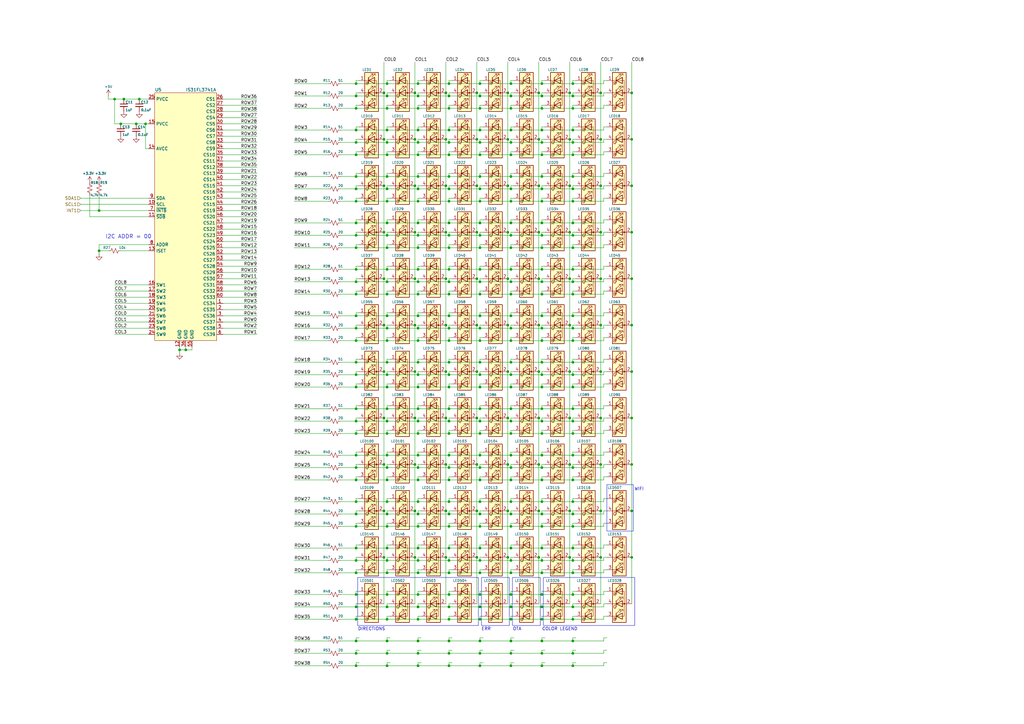
<source format=kicad_sch>
(kicad_sch (version 20231120) (generator "eeschema") (generator_version "8.0")
  (paper "A3")
  (lib_symbols
    (symbol "Device:C_Small" (pin_numbers hide) (pin_names (offset 0.254) hide)
      (property "Reference" "C" (at 0.254 1.778 0))
      (property "Value" "C_Small" (at 0.254 -2.032 0))
      (symbol "C_Small_1_1"
        (pin passive line (at 0 2.54 270) (length 2.032) (name "~") (number "1"))
        (pin passive line (at 0 -2.54 90) (length 2.032) (name "~") (number "2"))
      )
    )
    (symbol "Device:LED_RABG" (pin_names (offset 0) hide)
      (property "Reference" "D" (at 0 9.398 0))
      (property "Value" "LED_RABG" (at 0 -8.89 0))
      (symbol "LED_RABG_0_0"
        (text "B" (at -1.905 -6.35 0) (effects (font (size 1.27 1.27))))
        (text "G" (at -1.905 -1.27 0) (effects (font (size 1.27 1.27))))
        (text "R" (at -1.905 3.81 0) (effects (font (size 1.27 1.27))))
      )
      (symbol "LED_RABG_1_1"
        (pin passive line (at -5.08 5.08 0) (length 2.54) (name "RK") (number "1"))
        (pin passive line (at 5.08 0 180) (length 2.54) (name "A") (number "2"))
        (pin passive line (at -5.08 -5.08 0) (length 2.54) (name "BK") (number "3"))
        (pin passive line (at -5.08 0 0) (length 2.54) (name "GK") (number "4"))
      )
    )
    (symbol "Device:R_Small_US" (pin_numbers hide) (pin_names (offset 0.254) hide)
      (property "Reference" "R" (at 0.762 0.508 0))
      (property "Value" "R_Small_US" (at 0.762 -1.016 0))
      (symbol "R_Small_US_1_1"
        (pin passive line (at 0 2.54 270) (length 1.016) (name "~") (number "1"))
        (pin passive line (at 0 -2.54 90) (length 1.016) (name "~") (number "2"))
      )
    )
    (symbol "map_lbr:IS31FL3741A"
      (property "Reference" "U" (at 0 54.61 0))
      (property "Value" "IS31FL3741A" (at 0 52.07 0))
      (symbol "IS31FL3741A_0_0"
        (pin power_out line (at 15.24 -35.56 180) (length 2.54) (name "CS34") (number "1"))
        (pin input line (at -15.24 5.08 0) (length 2.54) (name "SCL") (number "10"))
        (pin input line (at -15.24 0 0) (length 2.54) (name "~{SDB}") (number "11"))
        (pin power_in line (at -2.54 -53.34 90) (length 2.54) (name "GND") (number "12"))
        (pin input line (at -15.24 -13.97 0) (length 2.54) (name "ISET") (number "13"))
        (pin power_in line (at -15.24 27.94 0) (length 2.54) (name "AVCC") (number "14"))
        (pin power_in line (at -15.24 38.1 0) (length 2.54) (name "PVCC") (number "15"))
        (pin power_out line (at -15.24 -27.94 0) (length 2.54) (name "SW1") (number "16"))
        (pin power_out line (at -15.24 -30.48 0) (length 2.54) (name "SW2") (number "17"))
        (pin power_out line (at -15.24 -33.02 0) (length 2.54) (name "SW3") (number "18"))
        (pin power_out line (at -15.24 -35.56 0) (length 2.54) (name "SW4") (number "19"))
        (pin power_out line (at 15.24 -38.1 180) (length 2.54) (name "CS35") (number "2"))
        (pin power_out line (at -15.24 -38.1 0) (length 2.54) (name "SW5") (number "20"))
        (pin power_out line (at -15.24 -40.64 0) (length 2.54) (name "SW6") (number "21"))
        (pin power_out line (at -15.24 -43.18 0) (length 2.54) (name "SW7") (number "22"))
        (pin power_out line (at -15.24 -45.72 0) (length 2.54) (name "SW8") (number "23"))
        (pin power_out line (at -15.24 -48.26 0) (length 2.54) (name "SW9") (number "24"))
        (pin power_in line (at -15.24 48.26 0) (length 2.54) (name "PVCC") (number "25"))
        (pin power_out line (at 15.24 48.26 180) (length 2.54) (name "CS1") (number "26"))
        (pin power_out line (at 15.24 45.72 180) (length 2.54) (name "CS2") (number "27"))
        (pin power_out line (at 15.24 43.18 180) (length 2.54) (name "CS3") (number "28"))
        (pin power_out line (at 15.24 40.64 180) (length 2.54) (name "CS4") (number "29"))
        (pin power_out line (at 15.24 -40.64 180) (length 2.54) (name "CS36") (number "3"))
        (pin power_out line (at 15.24 38.1 180) (length 2.54) (name "CS5") (number "30"))
        (pin power_out line (at 15.24 35.56 180) (length 2.54) (name "CS6") (number "31"))
        (pin power_out line (at 15.24 33.02 180) (length 2.54) (name "CS7") (number "32"))
        (pin power_out line (at 15.24 30.48 180) (length 2.54) (name "CS8") (number "33"))
        (pin power_out line (at 15.24 27.94 180) (length 2.54) (name "CS9") (number "34"))
        (pin power_out line (at 15.24 25.4 180) (length 2.54) (name "CS10") (number "35"))
        (pin power_in line (at 0 -53.34 90) (length 2.54) (name "GND") (number "36"))
        (pin power_out line (at 15.24 22.86 180) (length 2.54) (name "CS11") (number "37"))
        (pin power_out line (at 15.24 20.32 180) (length 2.54) (name "CS12") (number "38"))
        (pin power_out line (at 15.24 17.78 180) (length 2.54) (name "CS13") (number "39"))
        (pin power_out line (at 15.24 -43.18 180) (length 2.54) (name "CS37") (number "4"))
        (pin power_out line (at 15.24 15.24 180) (length 2.54) (name "CS14") (number "40"))
        (pin power_out line (at 15.24 12.7 180) (length 2.54) (name "CS15") (number "41"))
        (pin power_out line (at 15.24 10.16 180) (length 2.54) (name "CS16") (number "42"))
        (pin power_out line (at 15.24 7.62 180) (length 2.54) (name "CS17") (number "43"))
        (pin power_out line (at 15.24 5.08 180) (length 2.54) (name "CS15") (number "44"))
        (pin power_out line (at 15.24 2.54 180) (length 2.54) (name "CS19") (number "45"))
        (pin power_out line (at 15.24 0 180) (length 2.54) (name "CS20") (number "46"))
        (pin power_out line (at 15.24 -2.54 180) (length 2.54) (name "CS21") (number "47"))
        (pin power_out line (at 15.24 -5.08 180) (length 2.54) (name "CS22") (number "48"))
        (pin power_out line (at 15.24 -7.62 180) (length 2.54) (name "CS23") (number "49"))
        (pin power_out line (at 15.24 -45.72 180) (length 2.54) (name "CS38") (number "5"))
        (pin power_out line (at 15.24 -10.16 180) (length 2.54) (name "CS24") (number "50"))
        (pin power_out line (at 15.24 -12.7 180) (length 2.54) (name "CS25") (number "51"))
        (pin power_out line (at 15.24 -15.24 180) (length 2.54) (name "CS26") (number "52"))
        (pin power_out line (at 15.24 -17.78 180) (length 2.54) (name "CS27") (number "53"))
        (pin power_out line (at 15.24 -20.32 180) (length 2.54) (name "CS28") (number "54"))
        (pin power_in line (at 2.54 -53.34 90) (length 2.54) (name "GND") (number "55"))
        (pin power_out line (at 15.24 -22.86 180) (length 2.54) (name "CS29") (number "56"))
        (pin power_out line (at 15.24 -25.4 180) (length 2.54) (name "CS30") (number "57"))
        (pin power_out line (at 15.24 -27.94 180) (length 2.54) (name "CS31") (number "58"))
        (pin power_out line (at 15.24 -30.48 180) (length 2.54) (name "CS32") (number "59"))
        (pin power_out line (at 15.24 -48.26 180) (length 2.54) (name "CS39") (number "6"))
        (pin power_out line (at 15.24 -33.02 180) (length 2.54) (name "CS33") (number "60"))
        (pin power_in line (at 2.54 -53.34 90) (length 2.54) hide (name "GND") (number "61"))
        (pin open_collector line (at -15.24 2.54 0) (length 2.54) (name "~{INTB}") (number "7"))
        (pin input line (at -15.24 -11.43 0) (length 2.54) (name "ADDR") (number "8"))
        (pin bidirectional line (at -15.24 7.62 0) (length 2.54) (name "SDA") (number "9"))
      )
    )
    (symbol "power:+3.3V" (power) (pin_numbers hide) (pin_names (offset 0) hide)
      (property "Value" "+3.3V" (at 0 3.556 0))
      (symbol "+3.3V_1_1"
        (pin power_in line (at 0 0 90) (length 0) (name "~") (number "1"))
      )
    )
    (symbol "power:+5V" (power) (pin_numbers hide) (pin_names (offset 0) hide)
      (property "Value" "+5V" (at 0 3.556 0))
      (symbol "+5V_1_1"
        (pin power_in line (at 0 0 90) (length 0) (name "~") (number "1"))
      )
    )
    (symbol "power:GND" (power) (pin_numbers hide) (pin_names (offset 0) hide)
      (property "Value" "GND" (at 0 -3.81 0))
      (symbol "GND_1_1"
        (pin power_in line (at 0 0 270) (length 0) (name "~") (number "1"))
      )
    )
  )
  (junction (at 196.85 177.8))
  (junction (at 184.15 229.87))
  (junction (at 209.55 134.62))
  (junction (at 208.28 152.4))
  (junction (at 234.95 77.47))
  (junction (at 209.55 153.67))
  (junction (at 184.15 186.69))
  (junction (at 146.05 134.62))
  (junction (at 146.05 210.82))
  (junction (at 234.95 273.05))
  (junction (at 184.15 273.05))
  (junction (at 184.15 210.82))
  (junction (at 234.95 72.39))
  (junction (at 209.55 196.85))
  (junction (at 196.85 148.59))
  (junction (at 146.05 196.85))
  (junction (at 222.25 34.29))
  (junction (at 222.25 243.84))
  (junction (at 146.05 101.6))
  (junction (at 222.25 158.75))
  (junction (at 196.85 110.49))
  (junction (at 158.75 210.82))
  (junction (at 170.18 228.6))
  (junction (at 158.75 254))
  (junction (at 157.48 190.5))
  (junction (at 234.95 115.57))
  (junction (at 196.85 44.45))
  (junction (at 234.95 177.8))
  (junction (at 146.05 243.84))
  (junction (at 233.68 38.1))
  (junction (at 158.75 139.7))
  (junction (at 195.58 152.4))
  (junction (at 246.38 152.4))
  (junction (at 182.88 57.15))
  (junction (at 59.69 50.8))
  (junction (at 170.18 57.15))
  (junction (at 196.85 101.6))
  (junction (at 146.05 63.5))
  (junction (at 158.75 196.85))
  (junction (at 171.45 134.62))
  (junction (at 209.55 273.05))
  (junction (at 233.68 152.4))
  (junction (at 234.95 191.77))
  (junction (at 246.38 95.25))
  (junction (at 196.85 53.34))
  (junction (at 234.95 248.92))
  (junction (at 222.25 205.74))
  (junction (at 222.25 210.82))
  (junction (at 196.85 39.37))
  (junction (at 184.15 115.57))
  (junction (at 220.98 152.4))
  (junction (at 195.58 171.45))
  (junction (at 158.75 224.79))
  (junction (at 259.08 57.15))
  (junction (at 209.55 224.79))
  (junction (at 182.88 209.55))
  (junction (at 146.05 229.87))
  (junction (at 184.15 177.8))
  (junction (at 209.55 120.65))
  (junction (at 146.05 58.42))
  (junction (at 157.48 95.25))
  (junction (at 234.95 267.97))
  (junction (at 184.15 139.7))
  (junction (at 209.55 234.95))
  (junction (at 171.45 101.6))
  (junction (at 184.15 196.85))
  (junction (at 158.75 120.65))
  (junction (at 222.25 196.85))
  (junction (at 146.05 91.44))
  (junction (at 146.05 115.57))
  (junction (at 222.25 267.97))
  (junction (at 246.38 133.35))
  (junction (at 184.15 96.52))
  (junction (at 196.85 120.65))
  (junction (at 196.85 186.69))
  (junction (at 195.58 133.35))
  (junction (at 209.55 39.37))
  (junction (at 234.95 101.6))
  (junction (at 146.05 234.95))
  (junction (at 259.08 228.6))
  (junction (at 209.55 191.77))
  (junction (at 184.15 172.72))
  (junction (at 234.95 44.45))
  (junction (at 195.58 209.55))
  (junction (at 158.75 215.9))
  (junction (at 171.45 254))
  (junction (at 171.45 148.59))
  (junction (at 157.48 38.1))
  (junction (at 157.48 57.15))
  (junction (at 209.55 172.72))
  (junction (at 158.75 167.64))
  (junction (at 233.68 133.35))
  (junction (at 158.75 262.89))
  (junction (at 184.15 215.9))
  (junction (at 158.75 158.75))
  (junction (at 220.98 95.25))
  (junction (at 209.55 210.82))
  (junction (at 234.95 196.85))
  (junction (at 209.55 248.92))
  (junction (at 222.25 215.9))
  (junction (at 222.25 53.34))
  (junction (at 146.05 191.77))
  (junction (at 196.85 262.89))
  (junction (at 158.75 205.74))
  (junction (at 171.45 248.92))
  (junction (at 259.08 95.25))
  (junction (at 146.05 77.47))
  (junction (at 196.85 77.47))
  (junction (at 184.15 158.75))
  (junction (at 158.75 110.49))
  (junction (at 259.08 171.45))
  (junction (at 196.85 72.39))
  (junction (at 209.55 243.84))
  (junction (at 234.95 205.74))
  (junction (at 57.15 40.64))
  (junction (at 208.28 190.5))
  (junction (at 246.38 228.6))
  (junction (at 182.88 76.2))
  (junction (at 196.85 139.7))
  (junction (at 220.98 171.45))
  (junction (at 182.88 152.4))
  (junction (at 222.25 273.05))
  (junction (at 170.18 95.25))
  (junction (at 158.75 177.8))
  (junction (at 222.25 229.87))
  (junction (at 171.45 82.55))
  (junction (at 158.75 77.47))
  (junction (at 222.25 120.65))
  (junction (at 184.15 248.92))
  (junction (at 196.85 215.9))
  (junction (at 234.95 129.54))
  (junction (at 158.75 115.57))
  (junction (at 170.18 38.1))
  (junction (at 184.15 58.42))
  (junction (at 234.95 58.42))
  (junction (at 209.55 186.69))
  (junction (at 182.88 190.5))
  (junction (at 209.55 53.34))
  (junction (at 222.25 191.77))
  (junction (at 171.45 110.49))
  (junction (at 209.55 72.39))
  (junction (at 146.05 129.54))
  (junction (at 157.48 114.3))
  (junction (at 171.45 58.42))
  (junction (at 209.55 129.54))
  (junction (at 209.55 262.89))
  (junction (at 246.38 171.45))
  (junction (at 234.95 96.52))
  (junction (at 234.95 186.69))
  (junction (at 157.48 228.6))
  (junction (at 208.28 114.3))
  (junction (at 195.58 190.5))
  (junction (at 222.25 110.49))
  (junction (at 195.58 114.3))
  (junction (at 222.25 58.42))
  (junction (at 196.85 63.5))
  (junction (at 171.45 191.77))
  (junction (at 146.05 34.29))
  (junction (at 222.25 167.64))
  (junction (at 208.28 133.35))
  (junction (at 184.15 44.45))
  (junction (at 246.38 38.1))
  (junction (at 171.45 267.97))
  (junction (at 209.55 215.9))
  (junction (at 246.38 57.15))
  (junction (at 146.05 215.9))
  (junction (at 259.08 114.3))
  (junction (at 171.45 129.54))
  (junction (at 196.85 115.57))
  (junction (at 233.68 190.5))
  (junction (at 171.45 172.72))
  (junction (at 234.95 63.5))
  (junction (at 208.28 228.6))
  (junction (at 146.05 39.37))
  (junction (at 171.45 167.64))
  (junction (at 158.75 134.62))
  (junction (at 157.48 76.2))
  (junction (at 171.45 91.44))
  (junction (at 170.18 133.35))
  (junction (at 234.95 254))
  (junction (at 209.55 177.8))
  (junction (at 184.15 153.67))
  (junction (at 220.98 209.55))
  (junction (at 171.45 262.89))
  (junction (at 233.68 171.45))
  (junction (at 234.95 167.64))
  (junction (at 184.15 262.89))
  (junction (at 184.15 39.37))
  (junction (at 196.85 243.84))
  (junction (at 222.25 91.44))
  (junction (at 259.08 209.55))
  (junction (at 222.25 262.89))
  (junction (at 246.38 114.3))
  (junction (at 146.05 254))
  (junction (at 220.98 133.35))
  (junction (at 220.98 228.6))
  (junction (at 196.85 267.97))
  (junction (at 171.45 53.34))
  (junction (at 40.64 86.36))
  (junction (at 196.85 205.74))
  (junction (at 55.88 50.8))
  (junction (at 234.95 158.75))
  (junction (at 158.75 191.77))
  (junction (at 146.05 205.74))
  (junction (at 246.38 76.2))
  (junction (at 196.85 196.85))
  (junction (at 196.85 158.75))
  (junction (at 158.75 129.54))
  (junction (at 158.75 186.69))
  (junction (at 146.05 273.05))
  (junction (at 146.05 96.52))
  (junction (at 208.28 57.15))
  (junction (at 222.25 82.55))
  (junction (at 234.95 110.49))
  (junction (at 222.25 72.39))
  (junction (at 209.55 115.57))
  (junction (at 209.55 44.45))
  (junction (at 234.95 39.37))
  (junction (at 171.45 63.5))
  (junction (at 220.98 190.5))
  (junction (at 259.08 38.1))
  (junction (at 184.15 134.62))
  (junction (at 146.05 53.34))
  (junction (at 184.15 191.77))
  (junction (at 196.85 210.82))
  (junction (at 146.05 148.59))
  (junction (at 184.15 129.54))
  (junction (at 146.05 120.65))
  (junction (at 171.45 77.47))
  (junction (at 234.95 134.62))
  (junction (at 234.95 53.34))
  (junction (at 196.85 172.72))
  (junction (at 182.88 95.25))
  (junction (at 222.25 134.62))
  (junction (at 157.48 152.4))
  (junction (at 234.95 262.89))
  (junction (at 195.58 76.2))
  (junction (at 158.75 273.05))
  (junction (at 171.45 139.7))
  (junction (at 195.58 95.25))
  (junction (at 234.95 120.65))
  (junction (at 209.55 58.42))
  (junction (at 184.15 148.59))
  (junction (at 234.95 148.59))
  (junction (at 196.85 129.54))
  (junction (at 209.55 167.64))
  (junction (at 234.95 139.7))
  (junction (at 146.05 186.69))
  (junction (at 171.45 224.79))
  (junction (at 209.55 63.5))
  (junction (at 208.28 38.1))
  (junction (at 146.05 167.64))
  (junction (at 146.05 110.49))
  (junction (at 158.75 53.34))
  (junction (at 222.25 153.67))
  (junction (at 158.75 44.45))
  (junction (at 146.05 248.92))
  (junction (at 171.45 34.29))
  (junction (at 184.15 224.79))
  (junction (at 234.95 172.72))
  (junction (at 158.75 96.52))
  (junction (at 220.98 114.3))
  (junction (at 46.99 40.64))
  (junction (at 196.85 229.87))
  (junction (at 234.95 34.29))
  (junction (at 196.85 167.64))
  (junction (at 209.55 34.29))
  (junction (at 158.75 82.55))
  (junction (at 233.68 76.2))
  (junction (at 208.28 209.55))
  (junction (at 222.25 39.37))
  (junction (at 222.25 234.95))
  (junction (at 222.25 115.57))
  (junction (at 146.05 158.75))
  (junction (at 158.75 234.95))
  (junction (at 146.05 267.97))
  (junction (at 171.45 243.84))
  (junction (at 234.95 215.9))
  (junction (at 171.45 210.82))
  (junction (at 171.45 72.39))
  (junction (at 146.05 82.55))
  (junction (at 196.85 91.44))
  (junction (at 182.88 114.3))
  (junction (at 184.15 72.39))
  (junction (at 209.55 158.75))
  (junction (at 158.75 58.42))
  (junction (at 184.15 34.29))
  (junction (at 222.25 224.79))
  (junction (at 222.25 77.47))
  (junction (at 170.18 114.3))
  (junction (at 234.95 224.79))
  (junction (at 171.45 229.87))
  (junction (at 171.45 196.85))
  (junction (at 184.15 91.44))
  (junction (at 184.15 77.47))
  (junction (at 171.45 158.75))
  (junction (at 196.85 134.62))
  (junction (at 170.18 171.45))
  (junction (at 208.28 76.2))
  (junction (at 234.95 210.82))
  (junction (at 259.08 133.35))
  (junction (at 171.45 177.8))
  (junction (at 209.55 101.6))
  (junction (at 233.68 57.15))
  (junction (at 157.48 171.45))
  (junction (at 259.08 190.5))
  (junction (at 184.15 167.64))
  (junction (at 196.85 254))
  (junction (at 170.18 190.5))
  (junction (at 222.25 172.72))
  (junction (at 233.68 209.55))
  (junction (at 184.15 120.65))
  (junction (at 184.15 110.49))
  (junction (at 233.68 228.6))
  (junction (at 171.45 205.74))
  (junction (at 196.85 224.79))
  (junction (at 209.55 91.44))
  (junction (at 171.45 44.45))
  (junction (at 157.48 209.55))
  (junction (at 209.55 148.59))
  (junction (at 196.85 96.52))
  (junction (at 171.45 96.52))
  (junction (at 233.68 114.3))
  (junction (at 184.15 234.95))
  (junction (at 222.25 96.52))
  (junction (at 196.85 153.67))
  (junction (at 259.08 152.4))
  (junction (at 209.55 254))
  (junction (at 220.98 38.1))
  (junction (at 146.05 44.45))
  (junction (at 158.75 229.87))
  (junction (at 184.15 267.97))
  (junction (at 196.85 191.77))
  (junction (at 220.98 76.2))
  (junction (at 234.95 153.67))
  (junction (at 196.85 34.29))
  (junction (at 222.25 44.45))
  (junction (at 195.58 38.1))
  (junction (at 170.18 76.2))
  (junction (at 208.28 95.25))
  (junction (at 196.85 58.42))
  (junction (at 171.45 39.37))
  (junction (at 196.85 234.95))
  (junction (at 182.88 228.6))
  (junction (at 49.53 50.8))
  (junction (at 182.88 171.45))
  (junction (at 209.55 82.55))
  (junction (at 182.88 38.1))
  (junction (at 158.75 153.67))
  (junction (at 171.45 120.65))
  (junction (at 158.75 34.29))
  (junction (at 246.38 209.55))
  (junction (at 184.15 63.5))
  (junction (at 171.45 115.57))
  (junction (at 222.25 254))
  (junction (at 222.25 101.6))
  (junction (at 222.25 63.5))
  (junction (at 209.55 77.47))
  (junction (at 158.75 243.84))
  (junction (at 209.55 139.7))
  (junction (at 184.15 82.55))
  (junction (at 158.75 248.92))
  (junction (at 146.05 172.72))
  (junction (at 171.45 186.69))
  (junction (at 158.75 72.39))
  (junction (at 184.15 53.34))
  (junction (at 234.95 229.87))
  (junction (at 146.05 139.7))
  (junction (at 209.55 267.97))
  (junction (at 146.05 153.67))
  (junction (at 146.05 224.79))
  (junction (at 146.05 177.8))
  (junction (at 158.75 39.37))
  (junction (at 171.45 234.95))
  (junction (at 234.95 91.44))
  (junction (at 158.75 172.72))
  (junction (at 73.66 143.51))
  (junction (at 158.75 91.44))
  (junction (at 195.58 57.15))
  (junction (at 234.95 82.55))
  (junction (at 246.38 190.5))
  (junction (at 259.08 76.2))
  (junction (at 40.64 102.87))
  (junction (at 222.25 248.92))
  (junction (at 222.25 139.7))
  (junction (at 184.15 254))
  (junction (at 184.15 205.74))
  (junction (at 222.25 148.59))
  (junction (at 209.55 110.49))
  (junction (at 50.8 40.64))
  (junction (at 209.55 205.74))
  (junction (at 184.15 101.6))
  (junction (at 146.05 262.89))
  (junction (at 171.45 273.05))
  (junction (at 158.75 63.5))
  (junction (at 195.58 228.6))
  (junction (at 208.28 171.45))
  (junction (at 171.45 215.9))
  (junction (at 184.15 243.84))
  (junction (at 196.85 248.92))
  (junction (at 222.25 186.69))
  (junction (at 222.25 177.8))
  (junction (at 158.75 101.6))
  (junction (at 220.98 57.15))
  (junction (at 158.75 267.97))
  (junction (at 196.85 82.55))
  (junction (at 233.68 95.25))
  (junction (at 146.05 72.39))
  (junction (at 234.95 243.84))
  (junction (at 170.18 152.4))
  (junction (at 158.75 148.59))
  (junction (at 209.55 229.87))
  (junction (at 157.48 133.35))
  (junction (at 182.88 133.35))
  (junction (at 209.55 96.52))
  (junction (at 76.2 143.51))
  (junction (at 170.18 209.55))
  (junction (at 222.25 129.54))
  (junction (at 196.85 273.05))
  (junction (at 234.95 234.95))
  (junction (at 171.45 153.67))
  (wire (pts (xy 120.65 96.52) (xy 134.62 96.52)))
  (wire (pts (xy 170.18 228.6) (xy 170.18 247.65)))
  (wire (pts (xy 246.38 228.6) (xy 246.38 247.65)))
  (wire (pts (xy 146.05 153.67) (xy 158.75 153.67)))
  (wire (pts (xy 139.7 186.69) (xy 146.05 186.69)))
  (wire (pts (xy 184.15 72.39) (xy 184.15 71.12)))
  (wire (pts (xy 120.65 148.59) (xy 134.62 148.59)))
  (wire (pts (xy 171.45 77.47) (xy 184.15 77.47)))
  (wire (pts (xy 146.05 229.87) (xy 146.05 228.6)))
  (wire (pts (xy 105.41 53.34) (xy 91.44 53.34)))
  (wire (pts (xy 196.85 148.59) (xy 196.85 147.32)))
  (wire (pts (xy 234.95 72.39) (xy 247.65 72.39)))
  (wire (pts (xy 171.45 242.57) (xy 172.72 242.57)))
  (wire (pts (xy 120.65 224.79) (xy 134.62 224.79)))
  (wire (pts (xy 234.95 233.68) (xy 236.22 233.68)))
  (wire (pts (xy 234.95 39.37) (xy 234.95 38.1)))
  (wire (pts (xy 222.25 109.22) (xy 223.52 109.22)))
  (wire (pts (xy 247.65 172.72) (xy 247.65 171.45)))
  (wire (pts (xy 146.05 228.6) (xy 147.32 228.6)))
  (wire (pts (xy 158.75 243.84) (xy 158.75 242.57)))
  (wire (pts (xy 105.41 58.42) (xy 91.44 58.42)))
  (wire (pts (xy 40.64 80.01) (xy 40.64 86.36)))
  (wire (pts (xy 247.65 114.3) (xy 248.92 114.3)))
  (wire (pts (xy 171.45 58.42) (xy 171.45 57.15)))
  (wire (pts (xy 146.05 148.59) (xy 146.05 147.32)))
  (wire (pts (xy 158.75 134.62) (xy 171.45 134.62)))
  (wire (pts (xy 158.75 267.97) (xy 158.75 266.7)))
  (wire (pts (xy 184.15 95.25) (xy 185.42 95.25)))
  (wire (pts (xy 209.55 229.87) (xy 222.25 229.87)))
  (wire (pts (xy 184.15 38.1) (xy 185.42 38.1)))
  (wire (pts (xy 234.95 262.89) (xy 234.95 261.62)))
  (wire (pts (xy 184.15 205.74) (xy 196.85 205.74)))
  (wire (pts (xy 222.25 115.57) (xy 222.25 114.3)))
  (wire (pts (xy 209.55 266.7) (xy 210.82 266.7)))
  (wire (pts (xy 157.48 76.2) (xy 157.48 95.25)))
  (wire (pts (xy 146.05 120.65) (xy 146.05 119.38)))
  (wire (pts (xy 234.95 77.47) (xy 247.65 77.47)))
  (wire (pts (xy 196.85 172.72) (xy 209.55 172.72)))
  (wire (pts (xy 158.75 115.57) (xy 158.75 114.3)))
  (wire (pts (xy 158.75 120.65) (xy 158.75 119.38)))
  (wire (pts (xy 222.25 115.57) (xy 234.95 115.57)))
  (wire (pts (xy 222.25 100.33) (xy 223.52 100.33)))
  (wire (pts (xy 40.64 102.87) (xy 40.64 104.14)))
  (wire (pts (xy 139.7 158.75) (xy 146.05 158.75)))
  (wire (pts (xy 234.95 138.43) (xy 236.22 138.43)))
  (wire (pts (xy 234.95 204.47) (xy 236.22 204.47)))
  (wire (pts (xy 222.25 34.29) (xy 234.95 34.29)))
  (wire (pts (xy 105.41 40.64) (xy 91.44 40.64)))
  (wire (pts (xy 220.98 190.5) (xy 220.98 209.55)))
  (wire (pts (xy 146.05 72.39) (xy 158.75 72.39)))
  (wire (pts (xy 209.55 133.35) (xy 210.82 133.35)))
  (wire (pts (xy 73.66 142.24) (xy 73.66 143.51)))
  (wire (pts (xy 209.55 91.44) (xy 222.25 91.44)))
  (wire (pts (xy 120.65 191.77) (xy 134.62 191.77)))
  (wire (pts (xy 209.55 110.49) (xy 222.25 110.49)))
  (wire (pts (xy 234.95 215.9) (xy 234.95 214.63)))
  (wire (pts (xy 139.7 129.54) (xy 146.05 129.54)))
  (wire (pts (xy 247.65 224.79) (xy 247.65 223.52)))
  (wire (pts (xy 146.05 134.62) (xy 146.05 133.35)))
  (wire (pts (xy 209.55 77.47) (xy 222.25 77.47)))
  (wire (pts (xy 146.05 266.7) (xy 147.32 266.7)))
  (wire (pts (xy 196.85 34.29) (xy 209.55 34.29)))
  (wire (pts (xy 184.15 248.92) (xy 184.15 247.65)))
  (wire (pts (xy 234.95 43.18) (xy 236.22 43.18)))
  (wire (pts (xy 184.15 110.49) (xy 184.15 109.22)))
  (wire (pts (xy 171.45 128.27) (xy 172.72 128.27)))
  (wire (pts (xy 196.85 205.74) (xy 196.85 204.47)))
  (wire (pts (xy 184.15 153.67) (xy 184.15 152.4)))
  (wire (pts (xy 171.45 167.64) (xy 184.15 167.64)))
  (wire (pts (xy 146.05 252.73) (xy 147.32 252.73)))
  (wire (pts (xy 222.25 234.95) (xy 234.95 234.95)))
  (wire (pts (xy 171.45 262.89) (xy 184.15 262.89)))
  (wire (pts (xy 171.45 115.57) (xy 171.45 114.3)))
  (wire (pts (xy 196.85 176.53) (xy 198.12 176.53)))
  (wire (pts (xy 146.05 223.52) (xy 147.32 223.52)))
  (wire (pts (xy 234.95 224.79) (xy 247.65 224.79)))
  (wire (pts (xy 184.15 53.34) (xy 196.85 53.34)))
  (wire (pts (xy 222.25 58.42) (xy 234.95 58.42)))
  (wire (pts (xy 36.83 80.01) (xy 36.83 88.9)))
  (wire (pts (xy 234.95 190.5) (xy 236.22 190.5)))
  (wire (pts (xy 196.85 234.95) (xy 196.85 233.68)))
  (wire (pts (xy 146.05 185.42) (xy 147.32 185.42)))
  (wire (pts (xy 234.95 114.3) (xy 236.22 114.3)))
  (wire (pts (xy 139.7 234.95) (xy 146.05 234.95)))
  (wire (pts (xy 146.05 254) (xy 158.75 254)))
  (wire (pts (xy 208.28 190.5) (xy 208.28 209.55)))
  (wire (pts (xy 171.45 261.62) (xy 172.72 261.62)))
  (wire (pts (xy 171.45 210.82) (xy 171.45 209.55)))
  (wire (pts (xy 209.55 209.55) (xy 210.82 209.55)))
  (wire (pts (xy 105.41 81.28) (xy 91.44 81.28)))
  (wire (pts (xy 120.65 34.29) (xy 134.62 34.29)))
  (wire (pts (xy 234.95 63.5) (xy 234.95 62.23)))
  (wire (pts (xy 146.05 196.85) (xy 146.05 195.58)))
  (wire (pts (xy 182.88 57.15) (xy 182.88 76.2)))
  (wire (pts (xy 208.28 209.55) (xy 208.28 228.6)))
  (wire (pts (xy 105.41 111.76) (xy 91.44 111.76)))
  (wire (pts (xy 222.25 128.27) (xy 223.52 128.27)))
  (wire (pts (xy 222.25 261.62) (xy 223.52 261.62)))
  (wire (pts (xy 171.45 191.77) (xy 171.45 190.5)))
  (wire (pts (xy 184.15 267.97) (xy 184.15 266.7)))
  (wire (pts (xy 105.41 48.26) (xy 91.44 48.26)))
  (wire (pts (xy 171.45 44.45) (xy 171.45 43.18)))
  (wire (pts (xy 139.7 96.52) (xy 146.05 96.52)))
  (wire (pts (xy 196.85 44.45) (xy 196.85 43.18)))
  (wire (pts (xy 234.95 63.5) (xy 247.65 63.5)))
  (wire (pts (xy 146.05 119.38) (xy 147.32 119.38)))
  (wire (pts (xy 184.15 63.5) (xy 184.15 62.23)))
  (wire (pts (xy 158.75 233.68) (xy 160.02 233.68)))
  (wire (pts (xy 184.15 128.27) (xy 185.42 128.27)))
  (wire (pts (xy 139.7 172.72) (xy 146.05 172.72)))
  (wire (pts (xy 171.45 158.75) (xy 171.45 157.48)))
  (wire (pts (xy 120.65 91.44) (xy 134.62 91.44)))
  (wire (pts (xy 209.55 138.43) (xy 210.82 138.43)))
  (wire (pts (xy 247.65 109.22) (xy 248.92 109.22)))
  (wire (pts (xy 222.25 205.74) (xy 222.25 204.47)))
  (wire (pts (xy 234.95 266.7) (xy 236.22 266.7)))
  (wire (pts (xy 184.15 52.07) (xy 185.42 52.07)))
  (wire (pts (xy 171.45 152.4) (xy 172.72 152.4)))
  (wire (pts (xy 222.25 214.63) (xy 223.52 214.63)))
  (wire (pts (xy 234.95 229.87) (xy 247.65 229.87)))
  (wire (pts (xy 195.58 152.4) (xy 195.58 171.45)))
  (wire (pts (xy 105.41 129.54) (xy 91.44 129.54)))
  (wire (pts (xy 196.85 95.25) (xy 198.12 95.25)))
  (wire (pts (xy 209.55 39.37) (xy 222.25 39.37)))
  (wire (pts (xy 158.75 196.85) (xy 158.75 195.58)))
  (wire (pts (xy 46.99 132.08) (xy 60.96 132.08)))
  (wire (pts (xy 146.05 261.62) (xy 147.32 261.62)))
  (wire (pts (xy 246.38 152.4) (xy 246.38 171.45)))
  (wire (pts (xy 146.05 139.7) (xy 146.05 138.43)))
  (wire (pts (xy 184.15 34.29) (xy 196.85 34.29)))
  (wire (pts (xy 196.85 190.5) (xy 198.12 190.5)))
  (wire (pts (xy 105.41 66.04) (xy 91.44 66.04)))
  (wire (pts (xy 222.25 228.6) (xy 223.52 228.6)))
  (wire (pts (xy 146.05 262.89) (xy 158.75 262.89)))
  (wire (pts (xy 171.45 215.9) (xy 184.15 215.9)))
  (wire (pts (xy 222.25 147.32) (xy 223.52 147.32)))
  (wire (pts (xy 184.15 166.37) (xy 185.42 166.37)))
  (wire (pts (xy 196.85 186.69) (xy 209.55 186.69)))
  (wire (pts (xy 247.65 62.23) (xy 248.92 62.23)))
  (wire (pts (xy 146.05 133.35) (xy 147.32 133.35)))
  (wire (pts (xy 233.68 152.4) (xy 233.68 171.45)))
  (wire (pts (xy 158.75 262.89) (xy 171.45 262.89)))
  (wire (pts (xy 234.95 247.65) (xy 236.22 247.65)))
  (wire (pts (xy 209.55 267.97) (xy 222.25 267.97)))
  (wire (pts (xy 247.65 129.54) (xy 247.65 128.27)))
  (wire (pts (xy 171.45 109.22) (xy 172.72 109.22)))
  (wire (pts (xy 184.15 120.65) (xy 184.15 119.38)))
  (wire (pts (xy 120.65 267.97) (xy 134.62 267.97)))
  (wire (pts (xy 208.28 152.4) (xy 208.28 171.45)))
  (wire (pts (xy 158.75 273.05) (xy 158.75 271.78)))
  (wire (pts (xy 196.85 43.18) (xy 198.12 43.18)))
  (wire (pts (xy 105.41 106.68) (xy 91.44 106.68)))
  (wire (pts (xy 234.95 39.37) (xy 247.65 39.37)))
  (wire (pts (xy 146.05 172.72) (xy 158.75 172.72)))
  (wire (pts (xy 146.05 90.17) (xy 147.32 90.17)))
  (wire (pts (xy 196.85 254) (xy 209.55 254)))
  (wire (pts (xy 184.15 172.72) (xy 184.15 171.45)))
  (wire (pts (xy 222.25 191.77) (xy 234.95 191.77)))
  (wire (pts (xy 209.55 58.42) (xy 209.55 57.15)))
  (wire (pts (xy 146.05 233.68) (xy 147.32 233.68)))
  (wire (pts (xy 222.25 177.8) (xy 222.25 176.53)))
  (wire (pts (xy 209.55 134.62) (xy 222.25 134.62)))
  (wire (pts (xy 157.48 38.1) (xy 157.48 57.15)))
  (wire (pts (xy 105.41 73.66) (xy 91.44 73.66)))
  (wire (pts (xy 247.65 91.44) (xy 247.65 90.17)))
  (wire (pts (xy 196.85 152.4) (xy 198.12 152.4)))
  (wire (pts (xy 146.05 63.5) (xy 146.05 62.23)))
  (wire (pts (xy 146.05 152.4) (xy 147.32 152.4)))
  (wire (pts (xy 171.45 205.74) (xy 184.15 205.74)))
  (wire (pts (xy 196.85 100.33) (xy 198.12 100.33)))
  (wire (pts (xy 158.75 109.22) (xy 160.02 109.22)))
  (wire (pts (xy 234.95 166.37) (xy 236.22 166.37)))
  (wire (pts (xy 208.28 76.2) (xy 208.28 95.25)))
  (wire (pts (xy 158.75 210.82) (xy 171.45 210.82)))
  (wire (pts (xy 220.98 209.55) (xy 220.98 228.6)))
  (wire (pts (xy 233.68 171.45) (xy 233.68 190.5)))
  (wire (pts (xy 139.7 91.44) (xy 146.05 91.44)))
  (wire (pts (xy 234.95 44.45) (xy 234.95 43.18)))
  (wire (pts (xy 246.38 38.1) (xy 246.38 57.15)))
  (wire (pts (xy 196.85 205.74) (xy 209.55 205.74)))
  (wire (pts (xy 139.7 215.9) (xy 146.05 215.9)))
  (wire (pts (xy 209.55 128.27) (xy 210.82 128.27)))
  (wire (pts (xy 171.45 271.78) (xy 172.72 271.78)))
  (wire (pts (xy 196.85 44.45) (xy 209.55 44.45)))
  (wire (pts (xy 120.65 153.67) (xy 134.62 153.67)))
  (wire (pts (xy 182.88 25.4) (xy 182.88 38.1)))
  (wire (pts (xy 78.74 142.24) (xy 78.74 143.51)))
  (wire (pts (xy 171.45 214.63) (xy 172.72 214.63)))
  (wire (pts (xy 209.55 109.22) (xy 210.82 109.22)))
  (wire (pts (xy 46.99 50.8) (xy 49.53 50.8)))
  (wire (pts (xy 195.58 25.4) (xy 195.58 38.1)))
  (wire (pts (xy 158.75 223.52) (xy 160.02 223.52)))
  (wire (pts (xy 146.05 33.02) (xy 147.32 33.02)))
  (wire (pts (xy 247.65 95.25) (xy 248.92 95.25)))
  (wire (pts (xy 196.85 109.22) (xy 198.12 109.22)))
  (wire (pts (xy 222.25 157.48) (xy 223.52 157.48)))
  (wire (pts (xy 139.7 77.47) (xy 146.05 77.47)))
  (wire (pts (xy 196.85 177.8) (xy 196.85 176.53)))
  (wire (pts (xy 209.55 44.45) (xy 209.55 43.18)))
  (wire (pts (xy 234.95 120.65) (xy 234.95 119.38)))
  (wire (pts (xy 171.45 267.97) (xy 171.45 266.7)))
  (wire (pts (xy 146.05 171.45) (xy 147.32 171.45)))
  (wire (pts (xy 196.85 252.73) (xy 198.12 252.73)))
  (wire (pts (xy 247.65 266.7) (xy 248.92 266.7)))
  (wire (pts (xy 234.95 196.85) (xy 247.65 196.85)))
  (wire (pts (xy 46.99 40.64) (xy 50.8 40.64)))
  (wire (pts (xy 158.75 63.5) (xy 171.45 63.5)))
  (wire (pts (xy 234.95 147.32) (xy 236.22 147.32)))
  (wire (pts (xy 247.65 204.47) (xy 248.92 204.47)))
  (wire (pts (xy 234.95 52.07) (xy 236.22 52.07)))
  (wire (pts (xy 184.15 229.87) (xy 196.85 229.87)))
  (wire (pts (xy 146.05 177.8) (xy 158.75 177.8)))
  (wire (pts (xy 196.85 138.43) (xy 198.12 138.43)))
  (wire (pts (xy 171.45 167.64) (xy 171.45 166.37)))
  (wire (pts (xy 184.15 215.9) (xy 196.85 215.9)))
  (wire (pts (xy 222.25 62.23) (xy 223.52 62.23)))
  (wire (pts (xy 171.45 247.65) (xy 172.72 247.65)))
  (wire (pts (xy 234.95 76.2) (xy 236.22 76.2)))
  (wire (pts (xy 196.85 167.64) (xy 209.55 167.64)))
  (wire (pts (xy 209.55 148.59) (xy 222.25 148.59)))
  (wire (pts (xy 222.25 248.92) (xy 222.25 247.65)))
  (wire (pts (xy 146.05 167.64) (xy 146.05 166.37)))
  (wire (pts (xy 195.58 76.2) (xy 195.58 95.25)))
  (wire (pts (xy 158.75 110.49) (xy 171.45 110.49)))
  (wire (pts (xy 146.05 166.37) (xy 147.32 166.37)))
  (wire (pts (xy 184.15 172.72) (xy 196.85 172.72)))
  (wire (pts (xy 158.75 101.6) (xy 171.45 101.6)))
  (wire (pts (xy 158.75 242.57) (xy 160.02 242.57)))
  (wire (pts (xy 234.95 44.45) (xy 247.65 44.45)))
  (wire (pts (xy 247.65 215.9) (xy 247.65 214.63)))
  (wire (pts (xy 46.99 127) (xy 60.96 127)))
  (wire (pts (xy 234.95 223.52) (xy 236.22 223.52)))
  (wire (pts (xy 146.05 129.54) (xy 146.05 128.27)))
  (wire (pts (xy 196.85 210.82) (xy 209.55 210.82)))
  (wire (pts (xy 220.98 171.45) (xy 220.98 190.5)))
  (wire (pts (xy 209.55 167.64) (xy 209.55 166.37)))
  (wire (pts (xy 171.45 147.32) (xy 172.72 147.32)))
  (wire (pts (xy 208.28 133.35) (xy 208.28 152.4)))
  (wire (pts (xy 158.75 119.38) (xy 160.02 119.38)))
  (wire (pts (xy 222.25 33.02) (xy 223.52 33.02)))
  (wire (pts (xy 105.41 63.5) (xy 91.44 63.5)))
  (wire (pts (xy 247.65 119.38) (xy 248.92 119.38)))
  (wire (pts (xy 184.15 109.22) (xy 185.42 109.22)))
  (wire (pts (xy 209.55 158.75) (xy 222.25 158.75)))
  (wire (pts (xy 158.75 148.59) (xy 158.75 147.32)))
  (wire (pts (xy 234.95 82.55) (xy 234.95 81.28)))
  (wire (pts (xy 158.75 52.07) (xy 160.02 52.07)))
  (wire (pts (xy 171.45 243.84) (xy 184.15 243.84)))
  (wire (pts (xy 184.15 271.78) (xy 185.42 271.78)))
  (wire (pts (xy 171.45 39.37) (xy 171.45 38.1)))
  (wire (pts (xy 146.05 110.49) (xy 146.05 109.22)))
  (wire (pts (xy 139.7 191.77) (xy 146.05 191.77)))
  (wire (pts (xy 146.05 214.63) (xy 147.32 214.63)))
  (wire (pts (xy 146.05 71.12) (xy 147.32 71.12)))
  (wire (pts (xy 222.25 262.89) (xy 234.95 262.89)))
  (wire (pts (xy 158.75 96.52) (xy 158.75 95.25)))
  (wire (pts (xy 105.41 71.12) (xy 91.44 71.12)))
  (wire (pts (xy 209.55 153.67) (xy 222.25 153.67)))
  (wire (pts (xy 139.7 44.45) (xy 146.05 44.45)))
  (wire (pts (xy 146.05 115.57) (xy 146.05 114.3)))
  (wire (pts (xy 196.85 82.55) (xy 209.55 82.55)))
  (wire (pts (xy 222.25 210.82) (xy 234.95 210.82)))
  (wire (pts (xy 222.25 172.72) (xy 222.25 171.45)))
  (wire (pts (xy 196.85 129.54) (xy 209.55 129.54)))
  (wire (pts (xy 105.41 101.6) (xy 91.44 101.6)))
  (wire (pts (xy 209.55 34.29) (xy 209.55 33.02)))
  (wire (pts (xy 158.75 96.52) (xy 171.45 96.52)))
  (wire (pts (xy 171.45 129.54) (xy 171.45 128.27)))
  (wire (pts (xy 234.95 242.57) (xy 236.22 242.57)))
  (wire (pts (xy 234.95 186.69) (xy 247.65 186.69)))
  (wire (pts (xy 209.55 166.37) (xy 210.82 166.37)))
  (wire (pts (xy 158.75 273.05) (xy 171.45 273.05)))
  (wire (pts (xy 196.85 204.47) (xy 198.12 204.47)))
  (wire (pts (xy 234.95 101.6) (xy 247.65 101.6)))
  (wire (pts (xy 146.05 95.25) (xy 147.32 95.25)))
  (wire (pts (xy 209.55 90.17) (xy 210.82 90.17)))
  (wire (pts (xy 171.45 252.73) (xy 172.72 252.73)))
  (wire (pts (xy 196.85 129.54) (xy 196.85 128.27)))
  (wire (pts (xy 246.38 114.3) (xy 246.38 133.35)))
  (wire (pts (xy 196.85 261.62) (xy 198.12 261.62)))
  (wire (pts (xy 247.65 261.62) (xy 248.92 261.62)))
  (wire (pts (xy 157.48 57.15) (xy 157.48 76.2)))
  (wire (pts (xy 222.25 72.39) (xy 234.95 72.39)))
  (wire (pts (xy 146.05 138.43) (xy 147.32 138.43)))
  (wire (pts (xy 171.45 254) (xy 184.15 254)))
  (wire (pts (xy 209.55 101.6) (xy 209.55 100.33)))
  (wire (pts (xy 171.45 273.05) (xy 171.45 271.78)))
  (wire (pts (xy 184.15 223.52) (xy 185.42 223.52)))
  (wire (pts (xy 222.25 242.57) (xy 223.52 242.57)))
  (wire (pts (xy 209.55 76.2) (xy 210.82 76.2)))
  (wire (pts (xy 247.65 128.27) (xy 248.92 128.27)))
  (wire (pts (xy 184.15 58.42) (xy 184.15 57.15)))
  (wire (pts (xy 158.75 77.47) (xy 171.45 77.47)))
  (wire (pts (xy 146.05 58.42) (xy 146.05 57.15)))
  (wire (pts (xy 171.45 81.28) (xy 172.72 81.28)))
  (wire (pts (xy 158.75 157.48) (xy 160.02 157.48)))
  (wire (pts (xy 222.25 139.7) (xy 222.25 138.43)))
  (wire (pts (xy 209.55 191.77) (xy 222.25 191.77)))
  (wire (pts (xy 222.25 129.54) (xy 222.25 128.27)))
  (wire (pts (xy 158.75 39.37) (xy 171.45 39.37)))
  (wire (pts (xy 184.15 138.43) (xy 185.42 138.43)))
  (wire (pts (xy 222.25 82.55) (xy 234.95 82.55)))
  (wire (pts (xy 158.75 34.29) (xy 158.75 33.02)))
  (wire (pts (xy 158.75 158.75) (xy 158.75 157.48)))
  (wire (pts (xy 171.45 233.68) (xy 172.72 233.68)))
  (wire (pts (xy 209.55 72.39) (xy 209.55 71.12)))
  (wire (pts (xy 158.75 266.7) (xy 160.02 266.7)))
  (wire (pts (xy 184.15 191.77) (xy 184.15 190.5)))
  (wire (pts (xy 184.15 254) (xy 196.85 254)))
  (wire (pts (xy 73.66 143.51) (xy 76.2 143.51)))
  (wire (pts (xy 247.65 39.37) (xy 247.65 38.1)))
  (wire (pts (xy 184.15 248.92) (xy 196.85 248.92)))
  (wire (pts (xy 158.75 166.37) (xy 160.02 166.37)))
  (wire (pts (xy 234.95 158.75) (xy 234.95 157.48)))
  (wire (pts (xy 184.15 254) (xy 184.15 252.73)))
  (wire (pts (xy 184.15 148.59) (xy 196.85 148.59)))
  (wire (pts (xy 233.68 38.1) (xy 233.68 57.15)))
  (wire (pts (xy 246.38 76.2) (xy 246.38 95.25)))
  (wire (pts (xy 120.65 129.54) (xy 134.62 129.54)))
  (wire (pts (xy 171.45 157.48) (xy 172.72 157.48)))
  (wire (pts (xy 170.18 190.5) (xy 170.18 209.55)))
  (wire (pts (xy 209.55 101.6) (xy 222.25 101.6)))
  (wire (pts (xy 146.05 273.05) (xy 158.75 273.05)))
  (wire (pts (xy 247.65 44.45) (xy 247.65 43.18)))
  (wire (pts (xy 146.05 44.45) (xy 158.75 44.45)))
  (wire (pts (xy 222.25 234.95) (xy 222.25 233.68)))
  (wire (pts (xy 158.75 205.74) (xy 158.75 204.47)))
  (wire (pts (xy 120.65 196.85) (xy 134.62 196.85)))
  (wire (pts (xy 171.45 224.79) (xy 184.15 224.79)))
  (wire (pts (xy 195.58 114.3) (xy 195.58 133.35)))
  (wire (pts (xy 146.05 248.92) (xy 158.75 248.92)))
  (wire (pts (xy 209.55 267.97) (xy 209.55 266.7)))
  (wire (pts (xy 196.85 224.79) (xy 196.85 223.52)))
  (wire (pts (xy 120.65 234.95) (xy 134.62 234.95)))
  (wire (pts (xy 222.25 267.97) (xy 222.25 266.7)))
  (wire (pts (xy 196.85 90.17) (xy 198.12 90.17)))
  (wire (pts (xy 158.75 248.92) (xy 158.75 247.65)))
  (wire (pts (xy 222.25 196.85) (xy 222.25 195.58)))
  (wire (pts (xy 171.45 91.44) (xy 184.15 91.44)))
  (wire (pts (xy 158.75 129.54) (xy 158.75 128.27)))
  (wire (pts (xy 184.15 234.95) (xy 196.85 234.95)))
  (wire (pts (xy 184.15 39.37) (xy 184.15 38.1)))
  (wire (pts (xy 184.15 139.7) (xy 184.15 138.43)))
  (wire (pts (xy 209.55 158.75) (xy 209.55 157.48)))
  (wire (pts (xy 209.55 43.18) (xy 210.82 43.18)))
  (wire (pts (xy 184.15 62.23) (xy 185.42 62.23)))
  (wire (pts (xy 247.65 81.28) (xy 248.92 81.28)))
  (wire (pts (xy 158.75 139.7) (xy 171.45 139.7)))
  (wire (pts (xy 105.41 68.58) (xy 91.44 68.58)))
  (wire (pts (xy 158.75 224.79) (xy 158.75 223.52)))
  (wire (pts (xy 222.25 224.79) (xy 234.95 224.79)))
  (wire (pts (xy 158.75 44.45) (xy 171.45 44.45)))
  (wire (pts (xy 234.95 110.49) (xy 234.95 109.22)))
  (wire (pts (xy 171.45 177.8) (xy 184.15 177.8)))
  (wire (pts (xy 222.25 95.25) (xy 223.52 95.25)))
  (wire (pts (xy 220.98 228.6) (xy 220.98 247.65)))
  (wire (pts (xy 158.75 71.12) (xy 160.02 71.12)))
  (wire (pts (xy 184.15 139.7) (xy 196.85 139.7)))
  (wire (pts (xy 171.45 138.43) (xy 172.72 138.43)))
  (wire (pts (xy 247.65 77.47) (xy 247.65 76.2)))
  (wire (pts (xy 158.75 172.72) (xy 171.45 172.72)))
  (wire (pts (xy 196.85 214.63) (xy 198.12 214.63)))
  (wire (pts (xy 222.25 71.12) (xy 223.52 71.12)))
  (wire (pts (xy 158.75 100.33) (xy 160.02 100.33)))
  (wire (pts (xy 208.28 95.25) (xy 208.28 114.3)))
  (wire (pts (xy 209.55 254) (xy 209.55 252.73)))
  (wire (pts (xy 146.05 82.55) (xy 158.75 82.55)))
  (wire (pts (xy 158.75 215.9) (xy 158.75 214.63)))
  (wire (pts (xy 184.15 243.84) (xy 196.85 243.84)))
  (wire (pts (xy 158.75 128.27) (xy 160.02 128.27)))
  (wire (pts (xy 146.05 205.74) (xy 158.75 205.74)))
  (wire (pts (xy 196.85 110.49) (xy 196.85 109.22)))
  (wire (pts (xy 234.95 134.62) (xy 247.65 134.62)))
  (wire (pts (xy 59.69 50.8) (xy 59.69 60.96)))
  (wire (pts (xy 209.55 205.74) (xy 209.55 204.47)))
  (wire (pts (xy 157.48 114.3) (xy 157.48 133.35)))
  (wire (pts (xy 209.55 271.78) (xy 210.82 271.78)))
  (wire (pts (xy 222.25 158.75) (xy 234.95 158.75)))
  (wire (pts (xy 146.05 224.79) (xy 158.75 224.79)))
  (wire (pts (xy 209.55 252.73) (xy 210.82 252.73)))
  (wire (pts (xy 259.08 209.55) (xy 259.08 228.6)))
  (wire (pts (xy 234.95 172.72) (xy 234.95 171.45)))
  (wire (pts (xy 171.45 267.97) (xy 184.15 267.97)))
  (wire (pts (xy 209.55 119.38) (xy 210.82 119.38)))
  (wire (pts (xy 222.25 195.58) (xy 223.52 195.58)))
  (wire (pts (xy 209.55 205.74) (xy 222.25 205.74)))
  (wire (pts (xy 196.85 57.15) (xy 198.12 57.15)))
  (wire (pts (xy 171.45 196.85) (xy 171.45 195.58)))
  (wire (pts (xy 196.85 209.55) (xy 198.12 209.55)))
  (wire (pts (xy 171.45 71.12) (xy 172.72 71.12)))
  (wire (pts (xy 222.25 190.5) (xy 223.52 190.5)))
  (wire (pts (xy 139.7 101.6) (xy 146.05 101.6)))
  (wire (pts (xy 171.45 57.15) (xy 172.72 57.15)))
  (wire (pts (xy 209.55 254) (xy 222.25 254)))
  (wire (pts (xy 105.41 132.08) (xy 91.44 132.08)))
  (wire (pts (xy 158.75 133.35) (xy 160.02 133.35)))
  (wire (pts (xy 196.85 134.62) (xy 196.85 133.35)))
  (wire (pts (xy 222.25 247.65) (xy 223.52 247.65)))
  (wire (pts (xy 234.95 58.42) (xy 247.65 58.42)))
  (wire (pts (xy 139.7 177.8) (xy 146.05 177.8)))
  (wire (pts (xy 208.28 114.3) (xy 208.28 133.35)))
  (wire (pts (xy 184.15 44.45) (xy 196.85 44.45)))
  (wire (pts (xy 247.65 100.33) (xy 248.92 100.33)))
  (wire (pts (xy 222.25 252.73) (xy 223.52 252.73)))
  (wire (pts (xy 171.45 53.34) (xy 184.15 53.34)))
  (wire (pts (xy 220.98 95.25) (xy 220.98 114.3)))
  (wire (pts (xy 209.55 96.52) (xy 222.25 96.52)))
  (wire (pts (xy 233.68 25.4) (xy 233.68 38.1)))
  (wire (pts (xy 158.75 110.49) (xy 158.75 109.22)))
  (wire (pts (xy 146.05 81.28) (xy 147.32 81.28)))
  (wire (pts (xy 105.41 127) (xy 91.44 127)))
  (wire (pts (xy 234.95 243.84) (xy 234.95 242.57)))
  (wire (pts (xy 146.05 43.18) (xy 147.32 43.18)))
  (wire (pts (xy 234.95 195.58) (xy 236.22 195.58)))
  (wire (pts (xy 233.68 228.6) (xy 233.68 247.65)))
  (wire (pts (xy 139.7 248.92) (xy 146.05 248.92)))
  (wire (pts (xy 195.58 228.6) (xy 195.58 247.65)))
  (wire (pts (xy 184.15 224.79) (xy 196.85 224.79)))
  (wire (pts (xy 120.65 229.87) (xy 134.62 229.87)))
  (wire (pts (xy 246.38 209.55) (xy 246.38 228.6)))
  (wire (pts (xy 158.75 147.32) (xy 160.02 147.32)))
  (wire (pts (xy 184.15 267.97) (xy 196.85 267.97)))
  (wire (pts (xy 120.65 120.65) (xy 134.62 120.65)))
  (wire (pts (xy 222.25 196.85) (xy 234.95 196.85)))
  (wire (pts (xy 184.15 210.82) (xy 196.85 210.82)))
  (wire (pts (xy 105.41 78.74) (xy 91.44 78.74)))
  (wire (pts (xy 158.75 229.87) (xy 171.45 229.87)))
  (wire (pts (xy 184.15 167.64) (xy 196.85 167.64)))
  (wire (pts (xy 196.85 62.23) (xy 198.12 62.23)))
  (wire (pts (xy 222.25 167.64) (xy 222.25 166.37)))
  (wire (pts (xy 222.25 96.52) (xy 234.95 96.52)))
  (wire (pts (xy 209.55 114.3) (xy 210.82 114.3)))
  (wire (pts (xy 196.85 171.45) (xy 198.12 171.45)))
  (wire (pts (xy 158.75 172.72) (xy 158.75 171.45)))
  (wire (pts (xy 171.45 95.25) (xy 172.72 95.25)))
  (wire (pts (xy 247.65 252.73) (xy 248.92 252.73)))
  (wire (pts (xy 105.41 104.14) (xy 91.44 104.14)))
  (wire (pts (xy 78.74 143.51) (xy 76.2 143.51)))
  (wire (pts (xy 139.7 196.85) (xy 146.05 196.85)))
  (wire (pts (xy 209.55 195.58) (xy 210.82 195.58)))
  (wire (pts (xy 158.75 186.69) (xy 171.45 186.69)))
  (wire (pts (xy 196.85 101.6) (xy 196.85 100.33)))
  (wire (pts (xy 171.45 82.55) (xy 184.15 82.55)))
  (wire (pts (xy 196.85 120.65) (xy 196.85 119.38)))
  (wire (pts (xy 184.15 133.35) (xy 185.42 133.35)))
  (wire (pts (xy 157.48 152.4) (xy 157.48 171.45)))
  (wire (pts (xy 209.55 204.47) (xy 210.82 204.47)))
  (wire (pts (xy 247.65 243.84) (xy 247.65 242.57)))
  (wire (pts (xy 171.45 224.79) (xy 171.45 223.52)))
  (wire (pts (xy 146.05 229.87) (xy 158.75 229.87)))
  (wire (pts (xy 196.85 158.75) (xy 209.55 158.75)))
  (wire (pts (xy 184.15 224.79) (xy 184.15 223.52)))
  (wire (pts (xy 158.75 254) (xy 171.45 254)))
  (wire (pts (xy 196.85 114.3) (xy 198.12 114.3)))
  (wire (pts (xy 184.15 229.87) (xy 184.15 228.6)))
  (wire (pts (xy 209.55 63.5) (xy 209.55 62.23)))
  (wire (pts (xy 222.25 191.77) (xy 222.25 190.5)))
  (wire (pts (xy 146.05 101.6) (xy 158.75 101.6)))
  (wire (pts (xy 146.05 158.75) (xy 146.05 157.48)))
  (wire (pts (xy 222.25 158.75) (xy 222.25 157.48)))
  (wire (pts (xy 171.45 210.82) (xy 184.15 210.82)))
  (wire (pts (xy 105.41 109.22) (xy 91.44 109.22)))
  (wire (pts (xy 220.98 38.1) (xy 220.98 57.15)))
  (wire (pts (xy 184.15 76.2) (xy 185.42 76.2)))
  (wire (pts (xy 222.25 52.07) (xy 223.52 52.07)))
  (wire (pts (xy 209.55 186.69) (xy 222.25 186.69)))
  (wire (pts (xy 146.05 186.69) (xy 146.05 185.42)))
  (wire (pts (xy 139.7 273.05) (xy 146.05 273.05)))
  (wire (pts (xy 158.75 176.53) (xy 160.02 176.53)))
  (wire (pts (xy 146.05 109.22) (xy 147.32 109.22)))
  (wire (pts (xy 184.15 261.62) (xy 185.42 261.62)))
  (wire (pts (xy 234.95 234.95) (xy 247.65 234.95)))
  (wire (pts (xy 184.15 115.57) (xy 184.15 114.3)))
  (wire (pts (xy 182.88 95.25) (xy 182.88 114.3)))
  (wire (pts (xy 222.25 185.42) (xy 223.52 185.42)))
  (wire (pts (xy 195.58 57.15) (xy 195.58 76.2)))
  (wire (pts (xy 234.95 96.52) (xy 247.65 96.52)))
  (wire (pts (xy 139.7 153.67) (xy 146.05 153.67)))
  (wire (pts (xy 158.75 77.47) (xy 158.75 76.2)))
  (wire (pts (xy 139.7 110.49) (xy 146.05 110.49)))
  (wire (pts (xy 158.75 82.55) (xy 158.75 81.28)))
  (wire (pts (xy 209.55 62.23) (xy 210.82 62.23)))
  (wire (pts (xy 196.85 139.7) (xy 196.85 138.43)))
  (wire (pts (xy 184.15 234.95) (xy 184.15 233.68)))
  (wire (pts (xy 36.83 88.9) (xy 60.96 88.9)))
  (wire (pts (xy 196.85 39.37) (xy 196.85 38.1)))
  (wire (pts (xy 234.95 38.1) (xy 236.22 38.1)))
  (wire (pts (xy 184.15 114.3) (xy 185.42 114.3)))
  (wire (pts (xy 158.75 254) (xy 158.75 252.73)))
  (wire (pts (xy 171.45 63.5) (xy 171.45 62.23)))
  (wire (pts (xy 196.85 243.84) (xy 196.85 242.57)))
  (wire (pts (xy 184.15 196.85) (xy 196.85 196.85)))
  (wire (pts (xy 247.65 271.78) (xy 248.92 271.78)))
  (wire (pts (xy 234.95 177.8) (xy 234.95 176.53)))
  (wire (pts (xy 146.05 243.84) (xy 146.05 242.57)))
  (wire (pts (xy 209.55 262.89) (xy 209.55 261.62)))
  (wire (pts (xy 222.25 148.59) (xy 234.95 148.59)))
  (wire (pts (xy 146.05 215.9) (xy 158.75 215.9)))
  (wire (pts (xy 209.55 215.9) (xy 222.25 215.9)))
  (wire (pts (xy 233.68 133.35) (xy 233.68 152.4)))
  (wire (pts (xy 184.15 243.84) (xy 184.15 242.57)))
  (wire (pts (xy 222.25 44.45) (xy 222.25 43.18)))
  (wire (pts (xy 209.55 234.95) (xy 222.25 234.95)))
  (wire (pts (xy 246.38 57.15) (xy 246.38 76.2)))
  (wire (pts (xy 222.25 77.47) (xy 234.95 77.47)))
  (wire (pts (xy 222.25 153.67) (xy 234.95 153.67)))
  (wire (pts (xy 247.65 53.34) (xy 247.65 52.07)))
  (wire (pts (xy 146.05 215.9) (xy 146.05 214.63)))
  (wire (pts (xy 158.75 34.29) (xy 171.45 34.29)))
  (wire (pts (xy 146.05 62.23) (xy 147.32 62.23)))
  (wire (pts (xy 105.41 76.2) (xy 91.44 76.2)))
  (wire (pts (xy 182.88 209.55) (xy 182.88 228.6)))
  (wire (pts (xy 247.65 273.05) (xy 247.65 271.78)))
  (wire (pts (xy 120.65 248.92) (xy 134.62 248.92)))
  (wire (pts (xy 234.95 262.89) (xy 247.65 262.89)))
  (wire (pts (xy 184.15 205.74) (xy 184.15 204.47)))
  (wire (pts (xy 146.05 63.5) (xy 158.75 63.5)))
  (wire (pts (xy 222.25 101.6) (xy 234.95 101.6)))
  (wire (pts (xy 222.25 233.68) (xy 223.52 233.68)))
  (wire (pts (xy 139.7 82.55) (xy 146.05 82.55)))
  (wire (pts (xy 73.66 143.51) (xy 73.66 144.78)))
  (wire (pts (xy 146.05 153.67) (xy 146.05 152.4)))
  (wire (pts (xy 234.95 267.97) (xy 234.95 266.7)))
  (wire (pts (xy 139.7 139.7) (xy 146.05 139.7)))
  (wire (pts (xy 184.15 82.55) (xy 184.15 81.28)))
  (wire (pts (xy 146.05 191.77) (xy 146.05 190.5)))
  (wire (pts (xy 146.05 101.6) (xy 146.05 100.33)))
  (wire (pts (xy 209.55 247.65) (xy 210.82 247.65)))
  (wire (pts (xy 246.38 25.4) (xy 246.38 38.1)))
  (wire (pts (xy 158.75 267.97) (xy 171.45 267.97)))
  (wire (pts (xy 171.45 234.95) (xy 184.15 234.95)))
  (wire (pts (xy 171.45 119.38) (xy 172.72 119.38)))
  (wire (pts (xy 222.25 91.44) (xy 222.25 90.17)))
  (wire (pts (xy 208.28 171.45) (xy 208.28 190.5)))
  (wire (pts (xy 158.75 95.25) (xy 160.02 95.25)))
  (wire (pts (xy 209.55 57.15) (xy 210.82 57.15)))
  (wire (pts (xy 146.05 172.72) (xy 146.05 171.45)))
  (wire (pts (xy 171.45 228.6) (xy 172.72 228.6)))
  (wire (pts (xy 222.25 119.38) (xy 223.52 119.38)))
  (wire (pts (xy 196.85 63.5) (xy 196.85 62.23)))
  (wire (pts (xy 247.65 153.67) (xy 247.65 152.4)))
  (wire (pts (xy 234.95 243.84) (xy 247.65 243.84)))
  (wire (pts (xy 158.75 191.77) (xy 171.45 191.77)))
  (wire (pts (xy 196.85 158.75) (xy 196.85 157.48)))
  (wire (pts (xy 222.25 186.69) (xy 234.95 186.69)))
  (wire (pts (xy 222.25 44.45) (xy 234.95 44.45)))
  (wire (pts (xy 234.95 177.8) (xy 247.65 177.8)))
  (wire (pts (xy 222.25 209.55) (xy 223.52 209.55)))
  (wire (pts (xy 209.55 100.33) (xy 210.82 100.33)))
  (wire (pts (xy 105.41 93.98) (xy 91.44 93.98)))
  (wire (pts (xy 146.05 77.47) (xy 158.75 77.47)))
  (wire (pts (xy 234.95 53.34) (xy 234.95 52.07)))
  (wire (pts (xy 171.45 209.55) (xy 172.72 209.55)))
  (wire (pts (xy 139.7 148.59) (xy 146.05 148.59)))
  (wire (pts (xy 222.25 134.62) (xy 222.25 133.35)))
  (wire (pts (xy 120.65 205.74) (xy 134.62 205.74)))
  (wire (pts (xy 158.75 43.18) (xy 160.02 43.18)))
  (wire (pts (xy 184.15 177.8) (xy 196.85 177.8)))
  (wire (pts (xy 209.55 81.28) (xy 210.82 81.28)))
  (wire (pts (xy 222.25 43.18) (xy 223.52 43.18)))
  (wire (pts (xy 222.25 148.59) (xy 222.25 147.32)))
  (wire (pts (xy 220.98 25.4) (xy 220.98 38.1)))
  (wire (pts (xy 171.45 129.54) (xy 184.15 129.54)))
  (wire (pts (xy 234.95 115.57) (xy 234.95 114.3)))
  (wire (pts (xy 247.65 139.7) (xy 247.65 138.43)))
  (wire (pts (xy 170.18 95.25) (xy 170.18 114.3)))
  (wire (pts (xy 184.15 91.44) (xy 196.85 91.44)))
  (wire (pts (xy 234.95 153.67) (xy 247.65 153.67)))
  (wire (pts (xy 222.25 273.05) (xy 234.95 273.05)))
  (wire (pts (xy 184.15 82.55) (xy 196.85 82.55)))
  (wire (pts (xy 208.28 228.6) (xy 208.28 247.65)))
  (wire (pts (xy 196.85 58.42) (xy 209.55 58.42)))
  (wire (pts (xy 158.75 252.73) (xy 160.02 252.73)))
  (wire (pts (xy 171.45 196.85) (xy 184.15 196.85)))
  (wire (pts (xy 234.95 120.65) (xy 247.65 120.65)))
  (wire (pts (xy 157.48 25.4) (xy 157.48 38.1)))
  (wire (pts (xy 234.95 34.29) (xy 234.95 33.02)))
  (wire (pts (xy 209.55 243.84) (xy 209.55 242.57)))
  (wire (pts (xy 158.75 177.8) (xy 171.45 177.8)))
  (wire (pts (xy 196.85 271.78) (xy 198.12 271.78)))
  (wire (pts (xy 182.88 171.45) (xy 182.88 190.5)))
  (wire (pts (xy 196.85 185.42) (xy 198.12 185.42)))
  (wire (pts (xy 158.75 234.95) (xy 158.75 233.68)))
  (wire (pts (xy 184.15 71.12) (xy 185.42 71.12)))
  (wire (pts (xy 171.45 34.29) (xy 171.45 33.02)))
  (wire (pts (xy 49.53 102.87) (xy 60.96 102.87)))
  (wire (pts (xy 259.08 171.45) (xy 259.08 190.5)))
  (wire (pts (xy 234.95 71.12) (xy 236.22 71.12)))
  (wire (pts (xy 158.75 53.34) (xy 158.75 52.07)))
  (wire (pts (xy 222.25 223.52) (xy 223.52 223.52)))
  (wire (pts (xy 247.65 209.55) (xy 248.92 209.55)))
  (wire (pts (xy 146.05 267.97) (xy 146.05 266.7)))
  (wire (pts (xy 234.95 191.77) (xy 234.95 190.5)))
  (wire (pts (xy 247.65 223.52) (xy 248.92 223.52)))
  (wire (pts (xy 158.75 214.63) (xy 160.02 214.63)))
  (wire (pts (xy 209.55 152.4) (xy 210.82 152.4)))
  (wire (pts (xy 247.65 191.77) (xy 247.65 190.5)))
  (wire (pts (xy 222.25 138.43) (xy 223.52 138.43)))
  (wire (pts (xy 222.25 152.4) (xy 223.52 152.4)))
  (wire (pts (xy 120.65 262.89) (xy 134.62 262.89)))
  (wire (pts (xy 234.95 205.74) (xy 234.95 204.47)))
  (wire (pts (xy 234.95 129.54) (xy 234.95 128.27)))
  (wire (pts (xy 234.95 252.73) (xy 236.22 252.73)))
  (wire (pts (xy 259.08 114.3) (xy 259.08 133.35)))
  (wire (pts (xy 234.95 139.7) (xy 247.65 139.7)))
  (wire (pts (xy 209.55 177.8) (xy 209.55 176.53)))
  (wire (pts (xy 234.95 134.62) (xy 234.95 133.35)))
  (wire (pts (xy 234.95 209.55) (xy 236.22 209.55)))
  (wire (pts (xy 195.58 95.25) (xy 195.58 114.3)))
  (wire (pts (xy 195.58 209.55) (xy 195.58 228.6)))
  (wire (pts (xy 146.05 248.92) (xy 146.05 247.65)))
  (wire (pts (xy 184.15 191.77) (xy 196.85 191.77)))
  (wire (pts (xy 57.15 40.64) (xy 60.96 40.64)))
  (wire (pts (xy 222.25 101.6) (xy 222.25 100.33)))
  (wire (pts (xy 120.65 115.57) (xy 134.62 115.57)))
  (wire (pts (xy 171.45 77.47) (xy 171.45 76.2)))
  (wire (pts (xy 91.44 99.06) (xy 105.41 99.06)))
  (wire (pts (xy 184.15 120.65) (xy 196.85 120.65)))
  (wire (pts (xy 158.75 138.43) (xy 160.02 138.43)))
  (wire (pts (xy 196.85 196.85) (xy 196.85 195.58)))
  (wire (pts (xy 234.95 214.63) (xy 236.22 214.63)))
  (wire (pts (xy 146.05 82.55) (xy 146.05 81.28)))
  (wire (pts (xy 120.65 139.7) (xy 134.62 139.7)))
  (wire (pts (xy 171.45 120.65) (xy 171.45 119.38)))
  (wire (pts (xy 158.75 38.1) (xy 160.02 38.1)))
  (wire (pts (xy 59.69 50.8) (xy 60.96 50.8)))
  (wire (pts (xy 171.45 205.74) (xy 171.45 204.47)))
  (wire (pts (xy 233.68 114.3) (xy 233.68 133.35)))
  (wire (pts (xy 158.75 177.8) (xy 158.75 176.53)))
  (wire (pts (xy 196.85 242.57) (xy 198.12 242.57)))
  (wire (pts (xy 184.15 273.05) (xy 184.15 271.78)))
  (wire (pts (xy 146.05 267.97) (xy 158.75 267.97)))
  (wire (pts (xy 158.75 114.3) (xy 160.02 114.3)))
  (wire (pts (xy 171.45 110.49) (xy 184.15 110.49)))
  (wire (pts (xy 120.65 210.82) (xy 134.62 210.82)))
  (wire (pts (xy 184.15 152.4) (xy 185.42 152.4)))
  (wire (pts (xy 209.55 96.52) (xy 209.55 95.25)))
  (wire (pts (xy 234.95 77.47) (xy 234.95 76.2)))
  (wire (pts (xy 209.55 243.84) (xy 222.25 243.84)))
  (wire (pts (xy 222.25 120.65) (xy 222.25 119.38)))
  (wire (pts (xy 222.25 243.84) (xy 234.95 243.84)))
  (wire (pts (xy 196.85 273.05) (xy 209.55 273.05)))
  (wire (pts (xy 120.65 167.64) (xy 134.62 167.64)))
  (wire (pts (xy 184.15 228.6) (xy 185.42 228.6)))
  (wire (pts (xy 146.05 167.64) (xy 158.75 167.64)))
  (wire (pts (xy 247.65 101.6) (xy 247.65 100.33)))
  (wire (pts (xy 184.15 53.34) (xy 184.15 52.07)))
  (wire (pts (xy 184.15 266.7) (xy 185.42 266.7)))
  (wire (pts (xy 222.25 171.45) (xy 223.52 171.45)))
  (wire (pts (xy 247.65 71.12) (xy 248.92 71.12)))
  (wire (pts (xy 184.15 247.65) (xy 185.42 247.65)))
  (wire (pts (xy 120.65 82.55) (xy 134.62 82.55)))
  (wire (pts (xy 146.05 205.74) (xy 146.05 204.47)))
  (wire (pts (xy 196.85 101.6) (xy 209.55 101.6)))
  (wire (pts (xy 182.88 38.1) (xy 182.88 57.15)))
  (wire (pts (xy 46.99 116.84) (xy 60.96 116.84)))
  (wire (pts (xy 222.25 271.78) (xy 223.52 271.78)))
  (wire (pts (xy 146.05 96.52) (xy 158.75 96.52)))
  (wire (pts (xy 146.05 72.39) (xy 146.05 71.12)))
  (wire (pts (xy 222.25 267.97) (xy 234.95 267.97)))
  (wire (pts (xy 171.45 139.7) (xy 171.45 138.43)))
  (wire (pts (xy 222.25 186.69) (xy 222.25 185.42)))
  (wire (pts (xy 171.45 101.6) (xy 184.15 101.6)))
  (wire (pts (xy 234.95 91.44) (xy 247.65 91.44)))
  (wire (pts (xy 209.55 148.59) (xy 209.55 147.32)))
  (wire (pts (xy 139.7 72.39) (xy 146.05 72.39)))
  (wire (pts (xy 105.41 116.84) (xy 91.44 116.84)))
  (wire (pts (xy 120.65 53.34) (xy 134.62 53.34)))
  (wire (pts (xy 46.99 40.64) (xy 46.99 50.8)))
  (wire (pts (xy 158.75 115.57) (xy 171.45 115.57)))
  (wire (pts (xy 234.95 133.35) (xy 236.22 133.35)))
  (wire (pts (xy 139.7 205.74) (xy 146.05 205.74)))
  (wire (pts (xy 234.95 185.42) (xy 236.22 185.42)))
  (wire (pts (xy 139.7 134.62) (xy 146.05 134.62)))
  (wire (pts (xy 171.45 191.77) (xy 184.15 191.77)))
  (wire (pts (xy 234.95 153.67) (xy 234.95 152.4)))
  (wire (pts (xy 233.68 190.5) (xy 233.68 209.55)))
  (wire (pts (xy 120.65 110.49) (xy 134.62 110.49)))
  (wire (pts (xy 158.75 209.55) (xy 160.02 209.55)))
  (wire (pts (xy 184.15 96.52) (xy 196.85 96.52)))
  (wire (pts (xy 184.15 72.39) (xy 196.85 72.39)))
  (wire (pts (xy 233.68 57.15) (xy 233.68 76.2)))
  (wire (pts (xy 44.45 39.37) (xy 44.45 40.64)))
  (wire (pts (xy 196.85 229.87) (xy 196.85 228.6)))
  (wire (pts (xy 120.65 77.47) (xy 134.62 77.47)))
  (wire (pts (xy 158.75 271.78) (xy 160.02 271.78)))
  (wire (pts (xy 247.65 196.85) (xy 247.65 195.58)))
  (wire (pts (xy 171.45 186.69) (xy 184.15 186.69)))
  (wire (pts (xy 158.75 261.62) (xy 160.02 261.62)))
  (wire (pts (xy 158.75 90.17) (xy 160.02 90.17)))
  (wire (pts (xy 234.95 82.55) (xy 247.65 82.55)))
  (wire (pts (xy 139.7 58.42) (xy 146.05 58.42)))
  (wire (pts (xy 196.85 133.35) (xy 198.12 133.35)))
  (wire (pts (xy 208.28 57.15) (xy 208.28 76.2)))
  (wire (pts (xy 158.75 158.75) (xy 171.45 158.75)))
  (wire (pts (xy 171.45 185.42) (xy 172.72 185.42)))
  (wire (pts (xy 184.15 57.15) (xy 185.42 57.15)))
  (wire (pts (xy 234.95 254) (xy 247.65 254)))
  (wire (pts (xy 247.65 38.1) (xy 248.92 38.1)))
  (wire (pts (xy 234.95 248.92) (xy 247.65 248.92)))
  (wire (pts (xy 195.58 190.5) (xy 195.58 209.55)))
  (wire (pts (xy 182.88 133.35) (xy 182.88 152.4)))
  (wire (pts (xy 184.15 33.02) (xy 185.42 33.02)))
  (wire (pts (xy 196.85 81.28) (xy 198.12 81.28)))
  (wire (pts (xy 184.15 171.45) (xy 185.42 171.45)))
  (wire (pts (xy 247.65 72.39) (xy 247.65 71.12)))
  (wire (pts (xy 222.25 53.34) (xy 222.25 52.07)))
  (wire (pts (xy 209.55 91.44) (xy 209.55 90.17)))
  (wire (pts (xy 158.75 101.6) (xy 158.75 100.33)))
  (wire (pts (xy 146.05 196.85) (xy 158.75 196.85)))
  (wire (pts (xy 233.68 76.2) (xy 233.68 95.25)))
  (wire (pts (xy 171.45 72.39) (xy 184.15 72.39)))
  (wire (pts (xy 247.65 138.43) (xy 248.92 138.43)))
  (wire (pts (xy 234.95 72.39) (xy 234.95 71.12)))
  (wire (pts (xy 247.65 34.29) (xy 247.65 33.02)))
  (wire (pts (xy 220.98 133.35) (xy 220.98 152.4)))
  (wire (pts (xy 247.65 185.42) (xy 248.92 185.42)))
  (wire (pts (xy 234.95 158.75) (xy 247.65 158.75)))
  (wire (pts (xy 208.28 25.4) (xy 208.28 38.1)))
  (wire (pts (xy 44.45 102.87) (xy 40.64 102.87)))
  (wire (pts (xy 247.65 96.52) (xy 247.65 95.25)))
  (wire (pts (xy 222.25 266.7) (xy 223.52 266.7)))
  (wire (pts (xy 146.05 234.95) (xy 158.75 234.95)))
  (wire (pts (xy 184.15 129.54) (xy 196.85 129.54)))
  (wire (pts (xy 196.85 262.89) (xy 209.55 262.89)))
  (wire (pts (xy 184.15 148.59) (xy 184.15 147.32)))
  (wire (pts (xy 209.55 38.1) (xy 210.82 38.1)))
  (wire (pts (xy 222.25 176.53) (xy 223.52 176.53)))
  (wire (pts (xy 146.05 273.05) (xy 146.05 271.78)))
  (wire (pts (xy 234.95 224.79) (xy 234.95 223.52)))
  (wire (pts (xy 184.15 177.8) (xy 184.15 176.53)))
  (wire (pts (xy 222.25 153.67) (xy 222.25 152.4)))
  (wire (pts (xy 196.85 119.38) (xy 198.12 119.38)))
  (wire (pts (xy 259.08 190.5) (xy 259.08 209.55)))
  (wire (pts (xy 222.25 205.74) (xy 234.95 205.74)))
  (wire (pts (xy 234.95 186.69) (xy 234.95 185.42)))
  (wire (pts (xy 247.65 63.5) (xy 247.65 62.23)))
  (wire (pts (xy 184.15 204.47) (xy 185.42 204.47)))
  (wire (pts (xy 139.7 120.65) (xy 146.05 120.65)))
  (wire (pts (xy 105.41 134.62) (xy 91.44 134.62)))
  (wire (pts (xy 196.85 186.69) (xy 196.85 185.42)))
  (wire (pts (xy 158.75 190.5) (xy 160.02 190.5)))
  (wire (pts (xy 146.05 39.37) (xy 158.75 39.37)))
  (wire (pts (xy 196.85 267.97) (xy 209.55 267.97)))
  (wire (pts (xy 209.55 129.54) (xy 209.55 128.27)))
  (wire (pts (xy 234.95 210.82) (xy 234.95 209.55)))
  (wire (pts (xy 146.05 157.48) (xy 147.32 157.48)))
  (wire (pts (xy 234.95 81.28) (xy 236.22 81.28)))
  (wire (pts (xy 222.25 215.9) (xy 222.25 214.63)))
  (wire (pts (xy 222.25 254) (xy 222.25 252.73)))
  (wire (pts (xy 184.15 96.52) (xy 184.15 95.25)))
  (wire (pts (xy 158.75 120.65) (xy 171.45 120.65)))
  (wire (pts (xy 247.65 234.95) (xy 247.65 233.68)))
  (wire (pts (xy 158.75 82.55) (xy 171.45 82.55)))
  (wire (pts (xy 222.25 39.37) (xy 234.95 39.37)))
  (wire (pts (xy 196.85 196.85) (xy 209.55 196.85)))
  (wire (pts (xy 247.65 158.75) (xy 247.65 157.48)))
  (wire (pts (xy 157.48 95.25) (xy 157.48 114.3)))
  (wire (pts (xy 196.85 72.39) (xy 196.85 71.12)))
  (wire (pts (xy 196.85 243.84) (xy 209.55 243.84)))
  (wire (pts (xy 209.55 229.87) (xy 209.55 228.6)))
  (wire (pts (xy 158.75 229.87) (xy 158.75 228.6)))
  (wire (pts (xy 195.58 133.35) (xy 195.58 152.4)))
  (wire (pts (xy 158.75 153.67) (xy 171.45 153.67)))
  (wire (pts (xy 139.7 229.87) (xy 146.05 229.87)))
  (wire (pts (xy 196.85 215.9) (xy 209.55 215.9)))
  (wire (pts (xy 220.98 152.4) (xy 220.98 171.45)))
  (wire (pts (xy 209.55 34.29) (xy 222.25 34.29)))
  (wire (pts (xy 158.75 234.95) (xy 171.45 234.95)))
  (wire (pts (xy 158.75 247.65) (xy 160.02 247.65)))
  (wire (pts (xy 247.65 167.64) (xy 247.65 166.37)))
  (wire (pts (xy 171.45 254) (xy 171.45 252.73)))
  (wire (pts (xy 196.85 233.68) (xy 198.12 233.68)))
  (wire (pts (xy 196.85 248.92) (xy 196.85 247.65)))
  (wire (pts (xy 120.65 72.39) (xy 134.62 72.39)))
  (wire (pts (xy 196.85 72.39) (xy 209.55 72.39)))
  (wire (pts (xy 59.69 60.96) (xy 60.96 60.96)))
  (wire (pts (xy 234.95 267.97) (xy 247.65 267.97)))
  (wire (pts (xy 209.55 224.79) (xy 209.55 223.52)))
  (wire (pts (xy 184.15 273.05) (xy 196.85 273.05)))
  (wire (pts (xy 196.85 210.82) (xy 196.85 209.55)))
  (wire (pts (xy 196.85 153.67) (xy 209.55 153.67)))
  (wire (pts (xy 196.85 247.65) (xy 198.12 247.65)))
  (wire (pts (xy 146.05 96.52) (xy 146.05 95.25)))
  (wire (pts (xy 247.65 177.8) (xy 247.65 176.53)))
  (wire (pts (xy 196.85 191.77) (xy 209.55 191.77)))
  (wire (pts (xy 209.55 44.45) (xy 222.25 44.45)))
  (wire (pts (xy 171.45 96.52) (xy 171.45 95.25)))
  (wire (pts (xy 139.7 115.57) (xy 146.05 115.57)))
  (wire (pts (xy 171.45 114.3) (xy 172.72 114.3)))
  (wire (pts (xy 120.65 243.84) (xy 134.62 243.84)))
  (wire (pts (xy 209.55 234.95) (xy 209.55 233.68)))
  (wire (pts (xy 184.15 262.89) (xy 184.15 261.62)))
  (wire (pts (xy 234.95 228.6) (xy 236.22 228.6)))
  (wire (pts (xy 196.85 110.49) (xy 209.55 110.49)))
  (wire (pts (xy 184.15 101.6) (xy 184.15 100.33)))
  (wire (pts (xy 158.75 228.6) (xy 160.02 228.6)))
  (wire (pts (xy 157.48 133.35) (xy 157.48 152.4)))
  (wire (pts (xy 196.85 229.87) (xy 209.55 229.87)))
  (wire (pts (xy 171.45 234.95) (xy 171.45 233.68)))
  (wire (pts (xy 196.85 34.29) (xy 196.85 33.02)))
  (wire (pts (xy 196.85 262.89) (xy 196.85 261.62)))
  (wire (pts (xy 209.55 39.37) (xy 209.55 38.1)))
  (wire (pts (xy 171.45 177.8) (xy 171.45 176.53)))
  (wire (pts (xy 234.95 167.64) (xy 234.95 166.37)))
  (wire (pts (xy 234.95 110.49) (xy 247.65 110.49)))
  (wire (pts (xy 209.55 215.9) (xy 209.55 214.63)))
  (wire (pts (xy 184.15 43.18) (xy 185.42 43.18)))
  (wire (pts (xy 196.85 128.27) (xy 198.12 128.27)))
  (wire (pts (xy 222.25 110.49) (xy 222.25 109.22)))
  (wire (pts (xy 120.65 134.62) (xy 134.62 134.62)))
  (wire (pts (xy 196.85 224.79) (xy 209.55 224.79)))
  (wire (pts (xy 170.18 25.4) (xy 170.18 38.1)))
  (wire (pts (xy 139.7 63.5) (xy 146.05 63.5)))
  (wire (pts (xy 146.05 195.58) (xy 147.32 195.58)))
  (wire (pts (xy 157.48 228.6) (xy 157.48 247.65)))
  (wire (pts (xy 105.41 55.88) (xy 91.44 55.88)))
  (wire (pts (xy 76.2 143.51) (xy 76.2 142.24)))
  (wire (pts (xy 196.85 77.47) (xy 196.85 76.2)))
  (wire (pts (xy 222.25 243.84) (xy 222.25 242.57)))
  (wire (pts (xy 247.65 210.82) (xy 247.65 209.55)))
  (wire (pts (xy 222.25 57.15) (xy 223.52 57.15)))
  (wire (pts (xy 209.55 242.57) (xy 210.82 242.57)))
  (wire (pts (xy 184.15 210.82) (xy 184.15 209.55)))
  (wire (pts (xy 209.55 177.8) (xy 222.25 177.8)))
  (wire (pts (xy 222.25 166.37) (xy 223.52 166.37)))
  (wire (pts (xy 247.65 76.2) (xy 248.92 76.2)))
  (wire (pts (xy 209.55 147.32) (xy 210.82 147.32)))
  (wire (pts (xy 171.45 195.58) (xy 172.72 195.58)))
  (wire (pts (xy 222.25 134.62) (xy 234.95 134.62)))
  (wire (pts (xy 196.85 266.7) (xy 198.12 266.7)))
  (wire (pts (xy 33.02 83.82) (xy 60.96 83.82)))
  (wire (pts (xy 209.55 248.92) (xy 209.55 247.65)))
  (wire (pts (xy 171.45 44.45) (xy 184.15 44.45)))
  (wire (pts (xy 146.05 38.1) (xy 147.32 38.1)))
  (wire (pts (xy 184.15 90.17) (xy 185.42 90.17)))
  (wire (pts (xy 196.85 71.12) (xy 198.12 71.12)))
  (wire (pts (xy 208.28 38.1) (xy 208.28 57.15)))
  (wire (pts (xy 234.95 176.53) (xy 236.22 176.53)))
  (wire (pts (xy 146.05 158.75) (xy 158.75 158.75)))
  (wire (pts (xy 209.55 71.12) (xy 210.82 71.12)))
  (wire (pts (xy 158.75 44.45) (xy 158.75 43.18)))
  (wire (pts (xy 184.15 115.57) (xy 196.85 115.57)))
  (wire (pts (xy 222.25 77.47) (xy 222.25 76.2)))
  (wire (pts (xy 247.65 166.37) (xy 248.92 166.37)))
  (wire (pts (xy 222.25 210.82) (xy 222.25 209.55)))
  (wire (pts (xy 182.88 152.4) (xy 182.88 171.45)))
  (wire (pts (xy 171.45 76.2) (xy 172.72 76.2)))
  (wire (pts (xy 139.7 254) (xy 146.05 254)))
  (wire (pts (xy 120.65 158.75) (xy 134.62 158.75)))
  (wire (pts (xy 234.95 273.05) (xy 247.65 273.05)))
  (wire (pts (xy 146.05 210.82) (xy 146.05 209.55)))
  (wire (pts (xy 196.85 91.44) (xy 196.85 90.17)))
  (wire (pts (xy 158.75 191.77) (xy 158.75 190.5)))
  (wire (pts (xy 146.05 190.5) (xy 147.32 190.5)))
  (wire (pts (xy 184.15 81.28) (xy 185.42 81.28)))
  (wire (pts (xy 196.85 96.52) (xy 209.55 96.52)))
  (wire (pts (xy 234.95 254) (xy 234.95 252.73)))
  (wire (pts (xy 171.45 82.55) (xy 171.45 81.28)))
  (wire (pts (xy 209.55 185.42) (xy 210.82 185.42)))
  (wire (pts (xy 196.85 120.65) (xy 209.55 120.65)))
  (wire (pts (xy 222.25 139.7) (xy 234.95 139.7)))
  (wire (pts (xy 146.05 139.7) (xy 158.75 139.7)))
  (wire (pts (xy 158.75 148.59) (xy 171.45 148.59)))
  (wire (pts (xy 234.95 95.25) (xy 236.22 95.25)))
  (wire (pts (xy 184.15 242.57) (xy 185.42 242.57)))
  (wire (pts (xy 184.15 157.48) (xy 185.42 157.48)))
  (wire (pts (xy 247.65 157.48) (xy 248.92 157.48)))
  (wire (pts (xy 170.18 114.3) (xy 170.18 133.35)))
  (wire (pts (xy 171.45 139.7) (xy 184.15 139.7)))
  (wire (pts (xy 234.95 139.7) (xy 234.95 138.43)))
  (wire (pts (xy 40.64 86.36) (xy 60.96 86.36)))
  (wire (pts (xy 222.25 229.87) (xy 222.25 228.6)))
  (wire (pts (xy 196.85 234.95) (xy 209.55 234.95)))
  (wire (pts (xy 196.85 63.5) (xy 209.55 63.5)))
  (wire (pts (xy 220.98 114.3) (xy 220.98 133.35)))
  (wire (pts (xy 105.41 86.36) (xy 91.44 86.36)))
  (wire (pts (xy 209.55 53.34) (xy 222.25 53.34)))
  (wire (pts (xy 220.98 57.15) (xy 220.98 76.2)))
  (wire (pts (xy 209.55 95.25) (xy 210.82 95.25)))
  (wire (pts (xy 209.55 171.45) (xy 210.82 171.45)))
  (wire (pts (xy 209.55 224.79) (xy 222.25 224.79)))
  (wire (pts (xy 184.15 39.37) (xy 196.85 39.37)))
  (wire (pts (xy 222.25 254) (xy 234.95 254)))
  (wire (pts (xy 247.65 176.53) (xy 248.92 176.53)))
  (wire (pts (xy 234.95 100.33) (xy 236.22 100.33)))
  (wire (pts (xy 158.75 210.82) (xy 158.75 209.55)))
  (wire (pts (xy 146.05 186.69) (xy 158.75 186.69)))
  (wire (pts (xy 171.45 223.52) (xy 172.72 223.52)))
  (wire (pts (xy 209.55 261.62) (xy 210.82 261.62)))
  (wire (pts (xy 222.25 224.79) (xy 222.25 223.52)))
  (wire (pts (xy 196.85 195.58) (xy 198.12 195.58)))
  (wire (pts (xy 247.65 248.92) (xy 247.65 247.65)))
  (wire (pts (xy 247.65 229.87) (xy 247.65 228.6)))
  (wire (pts (xy 170.18 38.1) (xy 170.18 57.15)))
  (wire (pts (xy 171.45 34.29) (xy 184.15 34.29)))
  (wire (pts (xy 46.99 129.54) (xy 60.96 129.54)))
  (wire (pts (xy 171.45 248.92) (xy 171.45 247.65)))
  (wire (pts (xy 120.65 254) (xy 134.62 254)))
  (wire (pts (xy 196.85 248.92) (xy 209.55 248.92)))
  (wire (pts (xy 234.95 210.82) (xy 247.65 210.82)))
  (wire (pts (xy 44.45 40.64) (xy 46.99 40.64)))
  (wire (pts (xy 170.18 209.55) (xy 170.18 228.6)))
  (wire (pts (xy 196.85 167.64) (xy 196.85 166.37)))
  (wire (pts (xy 158.75 91.44) (xy 171.45 91.44)))
  (wire (pts (xy 234.95 148.59) (xy 234.95 147.32)))
  (wire (pts (xy 158.75 243.84) (xy 171.45 243.84)))
  (wire (pts (xy 184.15 185.42) (xy 185.42 185.42)))
  (wire (pts (xy 171.45 91.44) (xy 171.45 90.17)))
  (wire (pts (xy 222.25 133.35) (xy 223.52 133.35)))
  (wire (pts (xy 222.25 34.29) (xy 222.25 33.02)))
  (wire (pts (xy 234.95 90.17) (xy 236.22 90.17)))
  (wire (pts (xy 120.65 177.8) (xy 134.62 177.8)))
  (wire (pts (xy 158.75 195.58) (xy 160.02 195.58)))
  (wire (pts (xy 33.02 81.28) (xy 60.96 81.28)))
  (wire (pts (xy 146.05 243.84) (xy 158.75 243.84)))
  (wire (pts (xy 196.85 58.42) (xy 196.85 57.15)))
  (wire (pts (xy 184.15 209.55) (xy 185.42 209.55)))
  (wire (pts (xy 158.75 205.74) (xy 171.45 205.74)))
  (wire (pts (xy 139.7 224.79) (xy 146.05 224.79)))
  (wire (pts (xy 234.95 234.95) (xy 234.95 233.68)))
  (wire (pts (xy 233.68 95.25) (xy 233.68 114.3)))
  (wire (pts (xy 146.05 77.47) (xy 146.05 76.2)))
  (wire (pts (xy 196.85 115.57) (xy 209.55 115.57)))
  (wire (pts (xy 247.65 110.49) (xy 247.65 109.22)))
  (wire (pts (xy 171.45 53.34) (xy 171.45 52.07)))
  (wire (pts (xy 234.95 167.64) (xy 247.65 167.64)))
  (wire (pts (xy 146.05 128.27) (xy 147.32 128.27)))
  (wire (pts (xy 157.48 209.55) (xy 157.48 228.6)))
  (wire (pts (xy 171.45 158.75) (xy 184.15 158.75)))
  (wire (pts (xy 146.05 204.47) (xy 147.32 204.47)))
  (wire (pts (xy 171.45 273.05) (xy 184.15 273.05)))
  (wire (pts (xy 105.41 88.9) (xy 91.44 88.9)))
  (wire (pts (xy 49.53 50.8) (xy 55.88 50.8)))
  (wire (pts (xy 209.55 167.64) (xy 222.25 167.64)))
  (wire (pts (xy 247.65 134.62) (xy 247.65 133.35)))
  (wire (pts (xy 234.95 229.87) (xy 234.95 228.6)))
  (wire (pts (xy 184.15 58.42) (xy 196.85 58.42)))
  (wire (pts (xy 139.7 243.84) (xy 146.05 243.84)))
  (wire (pts (xy 120.65 101.6) (xy 134.62 101.6)))
  (wire (pts (xy 234.95 205.74) (xy 247.65 205.74)))
  (wire (pts (xy 184.15 186.69) (xy 196.85 186.69)))
  (wire (pts (xy 234.95 62.23) (xy 236.22 62.23)))
  (wire (pts (xy 209.55 63.5) (xy 222.25 63.5)))
  (wire (pts (xy 234.95 115.57) (xy 247.65 115.57)))
  (wire (pts (xy 171.45 58.42) (xy 184.15 58.42)))
  (wire (pts (xy 222.25 76.2) (xy 223.52 76.2)))
  (wire (pts (xy 196.85 215.9) (xy 196.85 214.63)))
  (wire (pts (xy 105.41 83.82) (xy 91.44 83.82)))
  (wire (pts (xy 146.05 76.2) (xy 147.32 76.2)))
  (wire (pts (xy 146.05 34.29) (xy 146.05 33.02)))
  (wire (pts (xy 195.58 38.1) (xy 195.58 57.15)))
  (wire (pts (xy 158.75 171.45) (xy 160.02 171.45)))
  (wire (pts (xy 105.41 119.38) (xy 91.44 119.38)))
  (wire (pts (xy 158.75 186.69) (xy 158.75 185.42)))
  (wire (pts (xy 139.7 262.89) (xy 146.05 262.89)))
  (wire (pts (xy 247.65 262.89) (xy 247.65 261.62)))
  (wire (pts (xy 146.05 57.15) (xy 147.32 57.15)))
  (wire (pts (xy 196.85 157.48) (xy 198.12 157.48)))
  (wire (pts (xy 105.41 114.3) (xy 91.44 114.3)))
  (wire (pts (xy 247.65 43.18) (xy 248.92 43.18)))
  (wire (pts (xy 182.88 190.5) (xy 182.88 209.55)))
  (wire (pts (xy 170.18 57.15) (xy 170.18 76.2)))
  (wire (pts (xy 184.15 196.85) (xy 184.15 195.58)))
  (wire (pts (xy 209.55 223.52) (xy 210.82 223.52)))
  (wire (pts (xy 40.64 100.33) (xy 40.64 102.87)))
  (wire (pts (xy 158.75 58.42) (xy 158.75 57.15)))
  (wire (pts (xy 259.08 38.1) (xy 259.08 57.15)))
  (wire (pts (xy 196.85 38.1) (xy 198.12 38.1)))
  (wire (pts (xy 222.25 262.89) (xy 222.25 261.62)))
  (wire (pts (xy 196.85 254) (xy 196.85 252.73)))
  (wire (pts (xy 259.08 133.35) (xy 259.08 152.4)))
  (wire (pts (xy 234.95 152.4) (xy 236.22 152.4)))
  (wire (pts (xy 196.85 53.34) (xy 196.85 52.07)))
  (wire (pts (xy 105.41 121.92) (xy 91.44 121.92)))
  (wire (pts (xy 196.85 115.57) (xy 196.85 114.3)))
  (wire (pts (xy 196.85 172.72) (xy 196.85 171.45)))
  (wire (pts (xy 222.25 172.72) (xy 234.95 172.72)))
  (wire (pts (xy 209.55 115.57) (xy 222.25 115.57)))
  (wire (pts (xy 146.05 100.33) (xy 147.32 100.33)))
  (wire (pts (xy 158.75 167.64) (xy 171.45 167.64)))
  (wire (pts (xy 139.7 53.34) (xy 146.05 53.34)))
  (wire (pts (xy 171.45 148.59) (xy 171.45 147.32)))
  (wire (pts (xy 234.95 196.85) (xy 234.95 195.58)))
  (wire (pts (xy 120.65 273.05) (xy 134.62 273.05)))
  (wire (pts (xy 184.15 100.33) (xy 185.42 100.33)))
  (wire (pts (xy 259.08 95.25) (xy 259.08 114.3)))
  (wire (pts (xy 247.65 242.57) (xy 248.92 242.57)))
  (wire (pts (xy 146.05 110.49) (xy 158.75 110.49)))
  (wire (pts (xy 171.45 266.7) (xy 172.72 266.7)))
  (wire (pts (xy 139.7 34.29) (xy 146.05 34.29)))
  (wire (pts (xy 105.41 43.18) (xy 91.44 43.18)))
  (wire (pts (xy 222.25 167.64) (xy 234.95 167.64)))
  (wire (pts (xy 171.45 172.72) (xy 184.15 172.72)))
  (wire (pts (xy 182.88 114.3) (xy 182.88 133.35)))
  (wire (pts (xy 209.55 153.67) (xy 209.55 152.4)))
  (wire (pts (xy 220.98 76.2) (xy 220.98 95.25)))
  (wire (pts (xy 146.05 58.42) (xy 158.75 58.42)))
  (wire (pts (xy 158.75 185.42) (xy 160.02 185.42)))
  (wire (pts (xy 222.25 204.47) (xy 223.52 204.47)))
  (wire (pts (xy 209.55 134.62) (xy 209.55 133.35)))
  (wire (pts (xy 146.05 247.65) (xy 147.32 247.65)))
  (wire (pts (xy 234.95 171.45) (xy 236.22 171.45)))
  (wire (pts (xy 171.45 63.5) (xy 184.15 63.5)))
  (wire (pts (xy 146.05 120.65) (xy 158.75 120.65)))
  (wire (pts (xy 158.75 63.5) (xy 158.75 62.23)))
  (wire (pts (xy 158.75 76.2) (xy 160.02 76.2)))
  (wire (pts (xy 146.05 234.95) (xy 146.05 233.68)))
  (wire (pts (xy 46.99 124.46) (xy 60.96 124.46)))
  (wire (pts (xy 184.15 134.62) (xy 184.15 133.35)))
  (wire (pts (xy 234.95 148.59) (xy 247.65 148.59)))
  (wire (pts (xy 209.55 186.69) (xy 209.55 185.42)))
  (wire (pts (xy 171.45 43.18) (xy 172.72 43.18)))
  (wire (pts (xy 234.95 129.54) (xy 247.65 129.54)))
  (wire (pts (xy 184.15 153.67) (xy 196.85 153.67)))
  (wire (pts (xy 120.65 44.45) (xy 134.62 44.45)))
  (wire (pts (xy 222.25 39.37) (xy 222.25 38.1)))
  (wire (pts (xy 55.88 50.8) (xy 59.69 50.8)))
  (wire (pts (xy 259.08 25.4) (xy 259.08 38.1)))
  (wire (pts (xy 184.15 101.6) (xy 196.85 101.6)))
  (wire (pts (xy 171.45 229.87) (xy 171.45 228.6)))
  (wire (pts (xy 146.05 53.34) (xy 158.75 53.34)))
  (wire (pts (xy 105.41 91.44) (xy 91.44 91.44)))
  (wire (pts (xy 171.45 229.87) (xy 184.15 229.87)))
  (wire (pts (xy 146.05 52.07) (xy 147.32 52.07)))
  (wire (pts (xy 234.95 53.34) (xy 247.65 53.34)))
  (wire (pts (xy 184.15 262.89) (xy 196.85 262.89)))
  (wire (pts (xy 171.45 120.65) (xy 184.15 120.65)))
  (wire (pts (xy 120.65 63.5) (xy 134.62 63.5)))
  (wire (pts (xy 196.85 267.97) (xy 196.85 266.7)))
  (wire (pts (xy 40.64 100.33) (xy 60.96 100.33)))
  (wire (pts (xy 234.95 109.22) (xy 236.22 109.22)))
  (wire (pts (xy 171.45 110.49) (xy 171.45 109.22)))
  (wire (pts (xy 247.65 254) (xy 247.65 252.73)))
  (wire (pts (xy 209.55 139.7) (xy 222.25 139.7)))
  (wire (pts (xy 234.95 57.15) (xy 236.22 57.15)))
  (wire (pts (xy 158.75 91.44) (xy 158.75 90.17)))
  (wire (pts (xy 247.65 152.4) (xy 248.92 152.4)))
  (wire (pts (xy 209.55 248.92) (xy 222.25 248.92)))
  (wire (pts (xy 196.85 82.55) (xy 196.85 81.28)))
  (wire (pts (xy 247.65 205.74) (xy 247.65 204.47)))
  (wire (pts (xy 209.55 129.54) (xy 222.25 129.54)))
  (wire (pts (xy 146.05 39.37) (xy 146.05 38.1)))
  (wire (pts (xy 184.15 91.44) (xy 184.15 90.17)))
  (wire (pts (xy 157.48 190.5) (xy 157.48 209.55)))
  (wire (pts (xy 171.45 153.67) (xy 184.15 153.67)))
  (wire (pts (xy 171.45 133.35) (xy 172.72 133.35)))
  (wire (pts (xy 171.45 38.1) (xy 172.72 38.1)))
  (wire (pts (xy 158.75 129.54) (xy 171.45 129.54)))
  (wire (pts (xy 171.45 39.37) (xy 184.15 39.37)))
  (wire (pts (xy 46.99 134.62) (xy 60.96 134.62)))
  (wire (pts (xy 247.65 147.32) (xy 248.92 147.32)))
  (wire (pts (xy 247.65 195.58) (xy 248.92 195.58)))
  (wire (pts (xy 247.65 58.42) (xy 247.65 57.15)))
  (wire (pts (xy 182.88 76.2) (xy 182.88 95.25)))
  (wire (pts (xy 170.18 76.2) (xy 170.18 95.25)))
  (wire (pts (xy 120.65 58.42) (xy 134.62 58.42)))
  (wire (pts (xy 105.41 96.52) (xy 91.44 96.52)))
  (wire (pts (xy 184.15 195.58) (xy 185.42 195.58)))
  (wire (pts (xy 171.45 100.33) (xy 172.72 100.33)))
  (wire (pts (xy 234.95 261.62) (xy 236.22 261.62)))
  (wire (pts (xy 247.65 228.6) (xy 248.92 228.6)))
  (wire (pts (xy 184.15 34.29) (xy 184.15 33.02)))
  (wire (pts (xy 234.95 172.72) (xy 247.65 172.72)))
  (wire (pts (xy 171.45 186.69) (xy 171.45 185.42)))
  (wire (pts (xy 247.65 57.15) (xy 248.92 57.15)))
  (wire (pts (xy 247.65 214.63) (xy 248.92 214.63)))
  (wire (pts (xy 247.65 52.07) (xy 248.92 52.07)))
  (wire (pts (xy 171.45 101.6) (xy 171.45 100.33)))
  (wire (pts (xy 234.95 215.9) (xy 247.65 215.9)))
  (wire (pts (xy 209.55 273.05) (xy 222.25 273.05)))
  (wire (pts (xy 196.85 134.62) (xy 209.55 134.62)))
  (wire (pts (xy 158.75 62.23) (xy 160.02 62.23)))
  (wire (pts (xy 247.65 120.65) (xy 247.65 119.38)))
  (wire (pts (xy 209.55 53.34) (xy 209.55 52.07)))
  (wire (pts (xy 139.7 267.97) (xy 146.05 267.97)))
  (wire (pts (xy 209.55 172.72) (xy 209.55 171.45)))
  (wire (pts (xy 171.45 190.5) (xy 172.72 190.5)))
  (wire (pts (xy 222.25 129.54) (xy 234.95 129.54)))
  (wire (pts (xy 234.95 33.02) (xy 236.22 33.02)))
  (wire (pts (xy 184.15 129.54) (xy 184.15 128.27)))
  (wire (pts (xy 209.55 273.05) (xy 209.55 271.78)))
  (wire (pts (xy 120.65 172.72) (xy 134.62 172.72)))
  (wire (pts (xy 246.38 95.25) (xy 246.38 114.3)))
  (wire (pts (xy 105.41 137.16) (xy 91.44 137.16)))
  (wire (pts (xy 158.75 58.42) (xy 171.45 58.42)))
  (wire (pts (xy 247.65 133.35) (xy 248.92 133.35)))
  (wire (pts (xy 247.65 267.97) (xy 247.65 266.7)))
  (wire (pts (xy 247.65 90.17) (xy 248.92 90.17)))
  (wire (pts (xy 146.05 91.44) (xy 158.75 91.44)))
  (wire (pts (xy 158.75 224.79) (xy 171.45 224.79)))
  (wire (pts (xy 171.45 96.52) (xy 184.15 96.52)))
  (wire (pts (xy 46.99 121.92) (xy 60.96 121.92)))
  (wire (pts (xy 184.15 44.45) (xy 184.15 43.18)))
  (wire (pts (xy 196.85 139.7) (xy 209.55 139.7)))
  (wire (pts (xy 196.85 191.77) (xy 196.85 190.5)))
  (wire (pts (xy 184.15 110.49) (xy 196.85 110.49)))
  (wire (pts (xy 171.45 243.84) (xy 171.45 242.57)))
  (wire (pts (xy 184.15 147.32) (xy 185.42 147.32)))
  (wire (pts (xy 196.85 148.59) (xy 209.55 148.59)))
  (wire (pts (xy 196.85 77.47) (xy 209.55 77.47)))
  (wire (pts (xy 50.8 40.64) (xy 57.15 40.64)))
  (wire (pts (xy 196.85 53.34) (xy 209.55 53.34)))
  (wire (pts (xy 222.25 90.17) (xy 223.52 90.17)))
  (wire (pts (xy 209.55 157.48) (xy 210.82 157.48)))
  (wire (pts (xy 222.25 82.55) (xy 222.25 81.28)))
  (wire (pts (xy 184.15 77.47) (xy 196.85 77.47)))
  (wire (pts (xy 209.55 262.89) (xy 222.25 262.89)))
  (wire (pts (xy 234.95 271.78) (xy 236.22 271.78)))
  (wire (pts (xy 222.25 91.44) (xy 234.95 91.44)))
  (wire (pts (xy 171.45 172.72) (xy 171.45 171.45)))
  (wire (pts (xy 146.05 53.34) (xy 146.05 52.07)))
  (wire (pts (xy 209.55 110.49) (xy 209.55 109.22)))
  (wire (pts (xy 247.65 148.59) (xy 247.65 147.32)))
  (wire (pts (xy 171.45 204.47) (xy 172.72 204.47)))
  (wire (pts (xy 184.15 158.75) (xy 184.15 157.48)))
  (wire (pts (xy 222.25 120.65) (xy 234.95 120.65)))
  (wire (pts (xy 146.05 262.89) (xy 146.05 261.62)))
  (wire (pts (xy 171.45 115.57) (xy 184.15 115.57)))
  (wire (pts (xy 247.65 186.69) (xy 247.65 185.42)))
  (wire (pts (xy 246.38 133.35) (xy 246.38 152.4)))
  (wire (pts (xy 196.85 228.6) (xy 198.12 228.6)))
  (wire (pts (xy 259.08 152.4) (xy 259.08 171.45)))
  (wire (pts (xy 222.25 110.49) (xy 234.95 110.49)))
  (wire (pts (xy 222.25 53.34) (xy 234.95 53.34)))
  (wire (pts (xy 195.58 171.45) (xy 195.58 190.5)))
  (wire (pts (xy 158.75 215.9) (xy 171.45 215.9)))
  (wire (pts (xy 196.85 166.37) (xy 198.12 166.37)))
  (wire (pts (xy 184.15 190.5) (xy 185.42 190.5)))
  (wire (pts (xy 171.45 176.53) (xy 172.72 176.53)))
  (wire (pts (xy 247.65 33.02) (xy 248.92 33.02)))
  (wire (pts (xy 171.45 52.07) (xy 172.72 52.07)))
  (wire (pts (xy 234.95 58.42) (xy 234.95 57.15)))
  (wire (pts (xy 105.41 60.96) (xy 91.44 60.96)))
  (wire (pts (xy 184.15 63.5) (xy 196.85 63.5)))
  (wire (pts (xy 139.7 39.37) (xy 146.05 39.37)))
  (wire (pts (xy 196.85 39.37) (xy 209.55 39.37)))
  (wire (pts (xy 209.55 52.07) (xy 210.82 52.07)))
  (wire (pts (xy 209.55 196.85) (xy 222.25 196.85)))
  (wire (pts (xy 184.15 252.73) (xy 185.42 252.73)))
  (wire (pts (xy 184.15 176.53) (xy 185.42 176.53)))
  (wire (pts (xy 196.85 223.52) (xy 198.12 223.52)))
  (wire (pts (xy 196.85 76.2) (xy 198.12 76.2)))
  (wire (pts (xy 247.65 190.5) (xy 248.92 190.5)))
  (wire (pts (xy 209.55 190.5) (xy 210.82 190.5)))
  (wire (pts (xy 209.55 120.65) (xy 222.25 120.65)))
  (wire (pts (xy 234.95 128.27) (xy 236.22 128.27)))
  (wire (pts (xy 158.75 196.85) (xy 171.45 196.85)))
  (wire (pts (xy 171.45 171.45) (xy 172.72 171.45)))
  (wire (pts (xy 247.65 171.45) (xy 248.92 171.45)))
  (wire (pts (xy 222.25 81.28) (xy 223.52 81.28)))
  (wire (pts (xy 259.08 76.2) (xy 259.08 95.25)))
  (wire (pts (xy 171.45 262.89) (xy 171.45 261.62)))
  (wire (pts (xy 246.38 171.45) (xy 246.38 190.5)))
  (wire (pts (xy 171.45 33.02) (xy 172.72 33.02)))
  (wire (pts (xy 158.75 167.64) (xy 158.75 166.37)))
  (wire (pts (xy 209.55 115.57) (xy 209.55 114.3)))
  (wire (pts (xy 184.15 158.75) (xy 196.85 158.75)))
  (wire (pts (xy 171.45 215.9) (xy 171.45 214.63)))
  (wire (pts (xy 209.55 210.82) (xy 222.25 210.82)))
  (wire (pts (xy 158.75 204.47) (xy 160.02 204.47)))
  (wire (pts (xy 120.65 39.37) (xy 134.62 39.37)))
  (wire (pts (xy 222.25 58.42) (xy 222.25 57.15)))
  (wire (pts (xy 182.88 228.6) (xy 182.88 247.65)))
  (wire (pts (xy 46.99 137.16) (xy 60.96 137.16)))
  (wire (pts (xy 234.95 96.52) (xy 234.95 95.25)))
  (wire (pts (xy 196.85 52.07) (xy 198.12 52.07)))
  (wire (pts (xy 158.75 57.15) (xy 160.02 57.15)))
  (wire (pts (xy 247.65 233.68) (xy 248.92 233.68)))
  (wire (pts (xy 105.41 50.8) (xy 91.44 50.8)))
  (wire (pts (xy 146.05 210.82) (xy 158.75 210.82)))
  (wire (pts (xy 222.25 248.92) (xy 234.95 248.92)))
  (wire (pts (xy 146.05 209.55) (xy 147.32 209.55)))
  (wire (pts (xy 146.05 129.54) (xy 158.75 129.54)))
  (wire (pts (xy 222.25 38.1) (xy 223.52 38.1)))
  (wire (pts (xy 196.85 177.8) (xy 209.55 177.8)))
  (wire (pts (xy 233.68 209.55) (xy 233.68 228.6)))
  (wire (pts (xy 196.85 153.67) (xy 196.85 152.4)))
  (wire (pts (xy 259.08 228.6) (xy 259.08 247.65)))
  (wire (pts (xy 139.7 210.82) (xy 146.05 210.82)))
  (wire (pts (xy 209.55 191.77) (xy 209.55 190.5)))
  (wire (pts (xy 158.75 152.4) (xy 160.02 152.4)))
  (wire (pts (xy 222.25 229.87) (xy 234.95 229.87)))
  (wire (pts (xy 170.18 152.4) (xy 170.18 171.45)))
  (wire (pts (xy 171.45 134.62) (xy 171.45 133.35)))
  (wire (pts (xy 209.55 72.39) (xy 222.25 72.39)))
  (wire (pts (xy 146.05 271.78) (xy 147.32 271.78)))
  (wire (pts (xy 146.05 148.59) (xy 158.75 148.59)))
  (wire (pts (xy 105.41 124.46) (xy 91.44 124.46)))
  (wire (pts (xy 234.95 34.29) (xy 247.65 34.29)))
  (wire (pts (xy 170.18 133.35) (xy 170.18 152.4)))
  (wire (pts (xy 234.95 91.44) (xy 234.95 90.17)))
  (wire (pts (xy 196.85 273.05) (xy 196.85 271.78)))
  (wire (pts (xy 158.75 139.7) (xy 158.75 138.43)))
  (wire (pts (xy 222.25 215.9) (xy 234.95 215.9)))
  (wire (pts (xy 196.85 96.52) (xy 196.85 95.25)))
  (wire (pts (xy 184.15 233.68) (xy 185.42 233.68)))
  (wire (pts (xy 146.05 44.45) (xy 146.05 43.18)))
  (wire (pts (xy 234.95 191.77) (xy 247.65 191.77)))
  (wire (pts (xy 171.45 166.37) (xy 172.72 166.37)))
  (wire (pts (xy 209.55 33.02) (xy 210.82 33.02)))
  (wire (pts (xy 33.02 86.36) (xy 40.64 86.36)))
  (wire (pts (xy 158.75 53.34) (xy 171.45 53.34)))
  (wire (pts (xy 158.75 248.92) (xy 171.45 248.92)))
  (wire (pts (xy 222.25 96.52) (xy 222.25 95.25)))
  (wire (pts (xy 120.65 215.9) (xy 134.62 215.9)))
  (wire (pts (xy 209.55 196.85) (xy 209.55 195.58)))
  (wire (pts (xy 234.95 157.48) (xy 236.22 157.48)))
  (wire (pts (xy 209.55 82.55) (xy 222.25 82.55)))
  (wire (pts (xy 259.08 57.15) (xy 259.08 76.2)))
  (wire (pts (xy 247.65 82.55) (xy 247.65 81.28)))
  (wire (pts (xy 146.05 114.3) (xy 147.32 114.3)))
  (wire (pts (xy 209.55 120.65) (xy 209.55 119.38)))
  (wire (pts (xy 158.75 262.89) (xy 158.75 261.62)))
  (wire (pts (xy 184.15 167.64) (xy 184.15 166.37)))
  (wire (pts (xy 184.15 215.9) (xy 184.15 214.63)))
  (wire (pts (xy 247.65 247.65) (xy 248.92 247.65)))
  (wire (pts (xy 184.15 119.38) (xy 185.42 119.38)))
  (wire (pts (xy 158.75 134.62) (xy 158.75 133.35)))
  (wire (pts (xy 146.05 177.8) (xy 146.05 176.53)))
  (wire (pts (xy 146.05 34.29) (xy 158.75 34.29)))
  (wire (pts (xy 209.55 77.47) (xy 209.55 76.2)))
  (wire (pts (xy 171.45 153.67) (xy 171.45 152.4)))
  (wire (pts (xy 222.25 63.5) (xy 234.95 63.5)))
  (wire (pts (xy 196.85 147.32) (xy 198.12 147.32)))
  (wire (pts (xy 146.05 91.44) (xy 146.05 90.17)))
  (wire (pts (xy 234.95 119.38) (xy 236.22 119.38)))
  (wire (pts (xy 196.85 33.02) (xy 198.12 33.02)))
  (wire (pts (xy 209.55 139.7) (xy 209.55 138.43)))
  (wire (pts (xy 158.75 153.67) (xy 158.75 152.4)))
  (wire (pts (xy 157.48 171.45) (xy 157.48 190.5)))
  (wire (pts (xy 146.05 147.32) (xy 147.32 147.32)))
  (wire (pts (xy 222.25 114.3) (xy 223.52 114.3)))
  (wire (pts (xy 209.55 210.82) (xy 209.55 209.55)))
  (wire (pts (xy 209.55 82.55) (xy 209.55 81.28)))
  (wire (pts (xy 146.05 134.62) (xy 158.75 134.62)))
  (wire (pts (xy 209.55 214.63) (xy 210.82 214.63)))
  (wire (pts (xy 146.05 191.77) (xy 158.75 191.77)))
  (wire (pts (xy 209.55 176.53) (xy 210.82 176.53)))
  (wire (pts (xy 234.95 101.6) (xy 234.95 100.33)))
  (wire (pts (xy 171.45 134.62) (xy 184.15 134.62)))
  (wire (pts (xy 222.25 63.5) (xy 222.25 62.23)))
  (wire (pts (xy 158.75 33.02) (xy 160.02 33.02)))
  (wire (pts (xy 246.38 190.5) (xy 246.38 209.55)))
  (wire (pts (xy 222.25 177.8) (xy 234.95 177.8)))
  (wire (pts (xy 46.99 119.38) (xy 60.96 119.38)))
  (wire (pts (xy 209.55 58.42) (xy 222.25 58.42)))
  (wire (pts (xy 158.75 72.39) (xy 158.75 71.12)))
  (wire (pts (xy 120.65 186.69) (xy 134.62 186.69)))
  (wire (pts (xy 158.75 72.39) (xy 171.45 72.39)))
  (wire (pts (xy 196.85 91.44) (xy 209.55 91.44)))
  (wire (pts (xy 105.41 45.72) (xy 91.44 45.72)))
  (wire (pts (xy 209.55 172.72) (xy 222.25 172.72)))
  (wire (pts (xy 222.25 273.05) (xy 222.25 271.78)))
  (wire (pts (xy 234.95 248.92) (xy 234.95 247.65)))
  (wire (pts (xy 184.15 214.63) (xy 185.42 214.63)))
  (wire (pts (xy 171.45 72.39) (xy 171.45 71.12)))
  (wire (pts (xy 209.55 233.68) (xy 210.82 233.68)))
  (wire (pts (xy 171.45 148.59) (xy 184.15 148.59)))
  (wire (pts (xy 139.7 167.64) (xy 146.05 167.64)))
  (wire (pts (xy 222.25 72.39) (xy 222.25 71.12)))
  (wire (pts (xy 247.65 115.57) (xy 247.65 114.3)))
  (wire (pts (xy 184.15 134.62) (xy 196.85 134.62)))
  (wire (pts (xy 171.45 90.17) (xy 172.72 90.17)))
  (wire (pts (xy 234.95 273.05) (xy 234.95 271.78)))
  (wire (pts (xy 209.55 228.6) (xy 210.82 228.6)))
  (wire (pts (xy 146.05 176.53) (xy 147.32 176.53)))
  (wire (pts (xy 158.75 81.28) (xy 160.02 81.28)))
  (wire (pts (xy 171.45 62.23) (xy 172.72 62.23)))
  (wire (pts (xy 146.05 115.57) (xy 158.75 115.57)))
  (wire (pts (xy 146.05 242.57) (xy 147.32 242.57)))
  (wire (pts (xy 184.15 186.69) (xy 184.15 185.42)))
  (wire (pts (xy 184.15 77.47) (xy 184.15 76.2)))
  (wire (pts (xy 158.75 39.37) (xy 158.75 38.1)))
  (wire (pts (xy 171.45 248.92) (xy 184.15 248.92)))
  (wire (pts (xy 146.05 224.79) (xy 146.05 223.52)))
  (wire (pts (xy 170.18 171.45) (xy 170.18 190.5)))
  (wire (pts (xy 146.05 254) (xy 146.05 252.73)))
  (rectangle (start 248.92 198.755) (end 259.715 217.805))
  (rectangle (start 210.185 236.855) (end 221.615 256.54))
  (rectangle (start 146.685 236.855) (end 196.215 256.54))
  (rectangle (start 197.485 236.855) (end 208.915 256.54))
  (rectangle (start 222.885 236.855) (end 260.35 256.54))
  (text "DIRECTIONS" (at 152.4 258.064 0) (effects (font (size 1.27 1.27))))
  (text "ERR" (at 199.39 258.064 0) (effects (font (size 1.27 1.27))))
  (text "WIFI" (at 262.128 200.66 0) (effects (font (size 1.27 1.27))))
  (text "OTA" (at 212.09 258.064 0) (effects (font (size 1.27 1.27))))
  (text "COLOR LEGEND" (at 229.616 258.064 0) (effects (font (size 1.27 1.27))))
  (text "I2C ADDR = 00\n" (at 52.705 97.155 0) (effects (font (size 1.6 1.6))))
  (label "ROW26" (at 105.41 83.82 180))
  (label "COL3" (at 46.99 137.16 0))
  (label "ROW36" (at 105.41 40.64 180))
  (label "ROW5" (at 105.41 127 180))
  (label "ROW34" (at 105.41 66.04 180))
  (label "ROW29" (at 120.65 215.9 0))
  (label "ROW35" (at 120.65 254 0))
  (label "ROW15" (at 120.65 129.54 0))
  (label "ROW18" (at 120.65 148.59 0))
  (label "COL5" (at 46.99 124.46 0))
  (label "ROW16" (at 105.41 96.52 180))
  (label "COL1" (at 46.99 132.08 0))
  (label "COL2" (at 46.99 134.62 0))
  (label "ROW24" (at 105.41 78.74 180))
  (label "ROW15" (at 105.41 93.98 180))
  (label "COL4" (at 46.99 127 0))
  (label "ROW27" (at 120.65 205.74 0))
  (label "ROW37" (at 120.65 267.97 0))
  (label "ROW30" (at 120.65 224.79 0))
  (label "ROW33" (at 120.65 243.84 0))
  (label "ROW8" (at 105.41 121.92 180))
  (label "ROW7" (at 105.41 119.38 180))
  (label "ROW2" (at 105.41 134.62 180))
  (label "ROW31" (at 105.41 58.42 180))
  (label "ROW13" (at 120.65 115.57 0))
  (label "ROW24" (at 120.65 186.69 0))
  (label "ROW19" (at 105.41 91.44 180))
  (label "ROW21" (at 120.65 167.64 0))
  (label "ROW32" (at 120.65 234.95 0))
  (label "ROW32" (at 105.41 60.96 180))
  (label "ROW10" (at 120.65 96.52 0))
  (label "COL4" (at 208.28 25.4 0))
  (label "COL6" (at 46.99 121.92 0))
  (label "COL1" (at 170.18 25.4 0))
  (label "ROW8" (at 120.65 82.55 0))
  (label "ROW27" (at 105.41 48.26 180))
  (label "ROW11" (at 105.41 114.3 180))
  (label "COL0" (at 46.99 129.54 0))
  (label "ROW4" (at 105.41 129.54 180))
  (label "ROW34" (at 120.65 248.92 0))
  (label "ROW25" (at 120.65 191.77 0))
  (label "ROW10" (at 105.41 111.76 180))
  (label "ROW20" (at 105.41 88.9 180))
  (label "ROW14" (at 105.41 106.68 180))
  (label "ROW28" (at 120.65 210.82 0))
  (label "ROW14" (at 120.65 120.65 0))
  (label "ROW6" (at 105.41 116.84 180))
  (label "ROW3" (at 105.41 124.46 180))
  (label "ROW13" (at 105.41 104.14 180))
  (label "ROW2" (at 120.65 44.45 0))
  (label "ROW9" (at 120.65 91.44 0))
  (label "COL5" (at 220.98 25.4 0))
  (label "ROW6" (at 120.65 72.39 0))
  (label "COL2" (at 182.88 25.4 0))
  (label "ROW19" (at 120.65 153.67 0))
  (label "COL8" (at 46.99 116.84 0))
  (label "ROW26" (at 120.65 196.85 0))
  (label "ROW1" (at 105.41 137.16 180))
  (label "ROW17" (at 120.65 139.7 0))
  (label "ROW29" (at 105.41 53.34 180))
  (label "ROW17" (at 105.41 99.06 180))
  (label "COL3" (at 195.58 25.4 0))
  (label "COL7" (at 246.38 25.4 0))
  (label "ROW25" (at 105.41 81.28 180))
  (label "ROW36" (at 120.65 262.89 0))
  (label "ROW30" (at 105.41 55.88 180))
  (label "ROW22" (at 120.65 172.72 0))
  (label "COL8" (at 259.08 25.4 0))
  (label "ROW23" (at 120.65 177.8 0))
  (label "ROW38" (at 105.41 45.72 180))
  (label "ROW38" (at 120.65 273.05 0))
  (label "ROW5" (at 120.65 63.5 0))
  (label "ROW1" (at 120.65 39.37 0))
  (label "ROW21" (at 105.41 71.12 180))
  (label "ROW33" (at 105.41 63.5 180))
  (label "ROW11" (at 120.65 101.6 0))
  (label "ROW35" (at 105.41 68.58 180))
  (label "ROW28" (at 105.41 50.8 180))
  (label "ROW37" (at 105.41 43.18 180))
  (label "ROW20" (at 120.65 158.75 0))
  (label "COL0" (at 157.48 25.4 0))
  (label "ROW12" (at 120.65 110.49 0))
  (label "ROW16" (at 120.65 134.62 0))
  (label "ROW7" (at 120.65 77.47 0))
  (label "COL6" (at 233.68 25.4 0))
  (label "ROW22" (at 105.41 73.66 180))
  (label "ROW23" (at 105.41 76.2 180))
  (label "ROW0" (at 120.65 34.29 0))
  (label "ROW12" (at 105.41 101.6 180))
  (label "ROW3" (at 120.65 53.34 0))
  (label "ROW4" (at 120.65 58.42 0))
  (label "ROW0" (at 105.41 132.08 180))
  (label "ROW9" (at 105.41 109.22 180))
  (label "ROW31" (at 120.65 229.87 0))
  (label "ROW18" (at 105.41 86.36 180))
  (label "COL7" (at 46.99 119.38 0))
  (hierarchical_label "SDA1" (shape input) (at 33.02 81.28 180))
  (hierarchical_label "INT1" (shape input) (at 33.02 86.36 180))
  (hierarchical_label "SCL1" (shape input) (at 33.02 83.82 180))
  (symbol (lib_id "Device:LED_RABG") (at 241.3 114.3 0) (unit 1)
    (property "Reference" "LED44" (at 239.395 104.775 0) (effects (font (size 1 1))))
    (property "Value" "LED_ARGB" (effects (hide yes)))
    (property "Footprint" "map_lbr:LED_RGB_0606" (effects (hide yes)))
    (property "Description" "RGB LED, red/anode/blue/green" (effects (hide yes)))
  )
  (symbol (lib_id "Device:LED_RABG") (at 177.8 114.3 0) (unit 1)
    (property "Reference" "LED39" (at 175.895 104.775 0) (effects (font (size 1 1))))
    (property "Value" "LED_ARGB" (effects (hide yes)))
    (property "Footprint" "map_lbr:LED_RGB_0606" (effects (hide yes)))
    (property "Description" "RGB LED, red/anode/blue/green" (effects (hide yes)))
  )
  (symbol (lib_id "Device:LED_RABG") (at 215.9 171.45 0) (unit 1)
    (property "Reference" "LED87" (at 213.995 161.925 0) (effects (font (size 1 1))))
    (property "Value" "LED_ARGB" (effects (hide yes)))
    (property "Footprint" "map_lbr:LED_RGB_0606" (effects (hide yes)))
    (property "Description" "RGB LED, red/anode/blue/green" (effects (hide yes)))
  )
  (symbol (lib_id "Device:R_Small_US") (at 137.16 248.92 90) (unit 1)
    (property "Reference" "R50" (at 133.985 247.65 90) (effects (font (size 1 1))))
    (property "Value" "20" (at 139.7 247.65 90) (effects (font (size 1 1))))
    (property "Footprint" "Resistor_SMD:R_0402_1005Metric" (effects (hide yes)))
    (property "Description" "Resistor, small US symbol" (effects (hide yes)))
  )
  (symbol (lib_id "Device:LED_RABG") (at 241.3 247.65 0) (unit 1)
    (property "Reference" "LED327" (at 239.395 238.125 0) (effects (font (size 1 1))))
    (property "Value" "LED_ARGB" (effects (hide yes)))
    (property "Footprint" "map_lbr:LED_RGB_0606" (effects (hide yes)))
    (property "Description" "RGB LED, red/anode/blue/green" (effects (hide yes)))
  )
  (symbol (lib_id "Device:LED_RABG") (at 228.6 190.5 0) (unit 1)
    (property "Reference" "LED106" (at 226.695 180.975 0) (effects (font (size 1 1))))
    (property "Value" "LED_ARGB" (effects (hide yes)))
    (property "Footprint" "map_lbr:LED_RGB_0606" (effects (hide yes)))
    (property "Description" "RGB LED, red/anode/blue/green" (effects (hide yes)))
  )
  (symbol (lib_id "Device:LED_RABG") (at 165.1 171.45 0) (unit 1)
    (property "Reference" "LED83" (at 163.195 161.925 0) (effects (font (size 1 1))))
    (property "Value" "LED_ARGB" (effects (hide yes)))
    (property "Footprint" "map_lbr:LED_RGB_0606" (effects (hide yes)))
    (property "Description" "RGB LED, red/anode/blue/green" (effects (hide yes)))
  )
  (symbol (lib_id "Device:LED_RABG") (at 254 38.1 0) (unit 1)
    (property "Reference" "LED9" (at 252.095 28.575 0) (effects (font (size 1 1))))
    (property "Value" "LED_ARGB" (effects (hide yes)))
    (property "Footprint" "map_lbr:LED_RGB_0606" (effects (hide yes)))
    (property "Description" "RGB LED, red/anode/blue/green" (effects (hide yes)))
  )
  (symbol (lib_id "Device:R_Small_US") (at 137.16 153.67 90) (unit 1)
    (property "Reference" "R35" (at 133.985 152.4 90) (effects (font (size 1 1))))
    (property "Value" "20" (at 139.7 152.4 90) (effects (font (size 1 1))))
    (property "Footprint" "Resistor_SMD:R_0402_1005Metric" (effects (hide yes)))
    (property "Description" "Resistor, small US symbol" (effects (hide yes)))
  )
  (symbol (lib_id "Device:LED_RABG") (at 254 95.25 0) (unit 1)
    (property "Reference" "LED36" (at 252.095 85.725 0) (effects (font (size 1 1))))
    (property "Value" "LED_ARGB" (effects (hide yes)))
    (property "Footprint" "map_lbr:LED_RGB_0606" (effects (hide yes)))
    (property "Description" "RGB LED, red/anode/blue/green" (effects (hide yes)))
  )
  (symbol (lib_id "Device:LED_RABG") (at 177.8 95.25 0) (unit 1)
    (property "Reference" "LED30" (at 175.895 85.725 0) (effects (font (size 1 1))))
    (property "Value" "LED_ARGB" (effects (hide yes)))
    (property "Footprint" "map_lbr:LED_RGB_0606" (effects (hide yes)))
    (property "Description" "RGB LED, red/anode/blue/green" (effects (hide yes)))
  )
  (symbol (lib_id "Device:LED_RABG") (at 241.3 95.25 0) (unit 1)
    (property "Reference" "LED35" (at 239.395 85.725 0) (effects (font (size 1 1))))
    (property "Value" "LED_ARGB" (effects (hide yes)))
    (property "Footprint" "map_lbr:LED_RGB_0606" (effects (hide yes)))
    (property "Description" "RGB LED, red/anode/blue/green" (effects (hide yes)))
  )
  (symbol (lib_id "Device:R_Small_US") (at 137.16 134.62 90) (unit 1)
    (property "Reference" "R32" (at 133.985 133.35 90) (effects (font (size 1 1))))
    (property "Value" "20" (at 139.7 133.35 90) (effects (font (size 1 1))))
    (property "Footprint" "Resistor_SMD:R_0402_1005Metric" (effects (hide yes)))
    (property "Description" "Resistor, small US symbol" (effects (hide yes)))
  )
  (symbol (lib_id "power:GND") (at 50.8 45.72 0) (unit 1)
    (property "Reference" "#PWR025" (effects (hide yes)))
    (property "Value" "GND" (effects (hide yes)))
    (property "Description" "Power symbol creates a global label with name \"GND\" , ground" (effects (hide yes)))
  )
  (symbol (lib_id "Device:R_Small_US") (at 137.16 39.37 90) (unit 1)
    (property "Reference" "R12" (at 133.985 38.1 90) (effects (font (size 1 1))))
    (property "Value" "20" (at 139.7 38.1 90) (effects (font (size 1 1))))
    (property "Footprint" "Resistor_SMD:R_0402_1005Metric" (effects (hide yes)))
    (property "Description" "Resistor, small US symbol" (effects (hide yes)))
  )
  (symbol (lib_id "Device:LED_RABG") (at 203.2 247.65 0) (unit 1)
    (property "Reference" "LED505" (at 201.295 238.125 0) (effects (font (size 1 1))))
    (property "Value" "LED_ARGB" (effects (hide yes)))
    (property "Footprint" "map_lbr:LED_RGB_0606" (effects (hide yes)))
    (property "Description" "RGB LED, red/anode/blue/green" (effects (hide yes)))
  )
  (symbol (lib_id "Device:LED_RABG") (at 215.9 152.4 0) (unit 1)
    (property "Reference" "LED78" (at 213.995 142.875 0) (effects (font (size 1 1))))
    (property "Value" "LED_ARGB" (effects (hide yes)))
    (property "Footprint" "map_lbr:LED_RGB_0606" (effects (hide yes)))
    (property "Description" "RGB LED, red/anode/blue/green" (effects (hide yes)))
  )
  (symbol (lib_id "Device:LED_RABG") (at 254 114.3 0) (unit 1)
    (property "Reference" "LED45" (at 252.095 104.775 0) (effects (font (size 1 1))))
    (property "Value" "LED_ARGB" (effects (hide yes)))
    (property "Footprint" "map_lbr:LED_RGB_0606" (effects (hide yes)))
    (property "Description" "RGB LED, red/anode/blue/green" (effects (hide yes)))
  )
  (symbol (lib_id "Device:LED_RABG") (at 241.3 190.5 0) (unit 1)
    (property "Reference" "LED107" (at 239.395 180.975 0) (effects (font (size 1 1))))
    (property "Value" "LED_ARGB" (effects (hide yes)))
    (property "Footprint" "map_lbr:LED_RGB_0606" (effects (hide yes)))
    (property "Description" "RGB LED, red/anode/blue/green" (effects (hide yes)))
  )
  (symbol (lib_id "Device:LED_RABG") (at 215.9 228.6 0) (unit 1)
    (property "Reference" "LED150" (at 213.995 219.075 0) (effects (font (size 1 1))))
    (property "Value" "LED_ARGB" (effects (hide yes)))
    (property "Footprint" "map_lbr:LED_RGB_0606" (effects (hide yes)))
    (property "Description" "RGB LED, red/anode/blue/green" (effects (hide yes)))
  )
  (symbol (lib_id "Device:LED_RABG") (at 203.2 190.5 0) (unit 1)
    (property "Reference" "LED104" (at 201.295 180.975 0) (effects (font (size 1 1))))
    (property "Value" "LED_ARGB" (effects (hide yes)))
    (property "Footprint" "map_lbr:LED_RGB_0606" (effects (hide yes)))
    (property "Description" "RGB LED, red/anode/blue/green" (effects (hide yes)))
  )
  (symbol (lib_id "Device:LED_RABG") (at 165.1 228.6 0) (unit 1)
    (property "Reference" "LED146" (at 163.195 219.075 0) (effects (font (size 1 1))))
    (property "Value" "LED_ARGB" (effects (hide yes)))
    (property "Footprint" "map_lbr:LED_RGB_0606" (effects (hide yes)))
    (property "Description" "RGB LED, red/anode/blue/green" (effects (hide yes)))
  )
  (symbol (lib_id "Device:LED_RABG") (at 241.3 171.45 0) (unit 1)
    (property "Reference" "LED89" (at 239.395 161.925 0) (effects (font (size 1 1))))
    (property "Value" "LED_ARGB" (effects (hide yes)))
    (property "Footprint" "map_lbr:LED_RGB_0606" (effects (hide yes)))
    (property "Description" "RGB LED, red/anode/blue/green" (effects (hide yes)))
  )
  (symbol (lib_id "Device:R_Small_US") (at 137.16 44.45 90) (unit 1)
    (property "Reference" "R13" (at 133.985 43.18 90) (effects (font (size 1 1))))
    (property "Value" "20" (at 139.7 43.18 90) (effects (font (size 1 1))))
    (property "Footprint" "Resistor_SMD:R_0402_1005Metric" (effects (hide yes)))
    (property "Description" "Resistor, small US symbol" (effects (hide yes)))
  )
  (symbol (lib_id "Device:R_Small_US") (at 137.16 34.29 90) (unit 1)
    (property "Reference" "R11" (at 133.985 33.02 90) (effects (font (size 1 1))))
    (property "Value" "51" (at 139.7 33.02 90) (effects (font (size 1 1))))
    (property "Footprint" "Resistor_SMD:R_0402_1005Metric" (effects (hide yes)))
    (property "Description" "Resistor, small US symbol" (effects (hide yes)))
  )
  (symbol (lib_id "Device:LED_RABG") (at 190.5 247.65 0) (unit 1)
    (property "Reference" "LED504" (at 188.595 238.125 0) (effects (font (size 1 1))))
    (property "Value" "LED_ARGB" (effects (hide yes)))
    (property "Footprint" "map_lbr:LED_RGB_0606" (effects (hide yes)))
    (property "Description" "RGB LED, red/anode/blue/green" (effects (hide yes)))
  )
  (symbol (lib_id "Device:LED_RABG") (at 228.6 38.1 0) (unit 1)
    (property "Reference" "LED7" (at 226.695 28.575 0) (effects (font (size 1 1))))
    (property "Value" "LED_ARGB" (effects (hide yes)))
    (property "Footprint" "map_lbr:LED_RGB_0606" (effects (hide yes)))
    (property "Description" "RGB LED, red/anode/blue/green" (effects (hide yes)))
  )
  (symbol (lib_id "Device:LED_RABG") (at 177.8 190.5 0) (unit 1)
    (property "Reference" "LED102" (at 175.895 180.975 0) (effects (font (size 1 1))))
    (property "Value" "LED_ARGB" (effects (hide yes)))
    (property "Footprint" "map_lbr:LED_RGB_0606" (effects (hide yes)))
    (property "Description" "RGB LED, red/anode/blue/green" (effects (hide yes)))
  )
  (symbol (lib_id "Device:R_Small_US") (at 137.16 58.42 90) (unit 1)
    (property "Reference" "R15" (at 133.985 57.15 90) (effects (font (size 1 1))))
    (property "Value" "20" (at 139.7 57.15 90) (effects (font (size 1 1))))
    (property "Footprint" "Resistor_SMD:R_0402_1005Metric" (effects (hide yes)))
    (property "Description" "Resistor, small US symbol" (effects (hide yes)))
  )
  (symbol (lib_id "Device:LED_RABG") (at 254 171.45 0) (unit 1)
    (property "Reference" "LED90" (at 252.095 161.925 0) (effects (font (size 1 1))))
    (property "Value" "LED_ARGB" (effects (hide yes)))
    (property "Footprint" "map_lbr:LED_RGB_0606" (effects (hide yes)))
    (property "Description" "RGB LED, red/anode/blue/green" (effects (hide yes)))
  )
  (symbol (lib_id "Device:LED_RABG") (at 241.3 152.4 0) (unit 1)
    (property "Reference" "LED80" (at 239.395 142.875 0) (effects (font (size 1 1))))
    (property "Value" "LED_ARGB" (effects (hide yes)))
    (property "Footprint" "map_lbr:LED_RGB_0606" (effects (hide yes)))
    (property "Description" "RGB LED, red/anode/blue/green" (effects (hide yes)))
  )
  (symbol (lib_id "Device:LED_RABG") (at 215.9 114.3 0) (unit 1)
    (property "Reference" "LED42" (at 213.995 104.775 0) (effects (font (size 1 1))))
    (property "Value" "LED_ARGB" (effects (hide yes)))
    (property "Footprint" "map_lbr:LED_RGB_0606" (effects (hide yes)))
    (property "Description" "RGB LED, red/anode/blue/green" (effects (hide yes)))
  )
  (symbol (lib_id "Device:LED_RABG") (at 241.3 76.2 0) (unit 1)
    (property "Reference" "LED26" (at 239.395 66.675 0) (effects (font (size 1 1))))
    (property "Value" "LED_ARGB" (effects (hide yes)))
    (property "Footprint" "map_lbr:LED_RGB_0606" (effects (hide yes)))
    (property "Description" "RGB LED, red/anode/blue/green" (effects (hide yes)))
  )
  (symbol (lib_id "Device:LED_RABG") (at 190.5 228.6 0) (unit 1)
    (property "Reference" "LED148" (at 188.595 219.075 0) (effects (font (size 1 1))))
    (property "Value" "LED_ARGB" (effects (hide yes)))
    (property "Footprint" "map_lbr:LED_RGB_0606" (effects (hide yes)))
    (property "Description" "RGB LED, red/anode/blue/green" (effects (hide yes)))
  )
  (symbol (lib_id "Device:LED_RABG") (at 165.1 38.1 0) (unit 1)
    (property "Reference" "LED2" (at 163.195 28.575 0) (effects (font (size 1 1))))
    (property "Value" "LED_ARGB" (effects (hide yes)))
    (property "Footprint" "map_lbr:LED_RGB_0606" (effects (hide yes)))
    (property "Description" "RGB LED, red/anode/blue/green" (effects (hide yes)))
  )
  (symbol (lib_id "Device:LED_RABG") (at 254 209.55 0) (unit 1)
    (property "Reference" "LED507" (at 252.095 200.025 0) (effects (font (size 1 1))))
    (property "Value" "LED_ARGB" (effects (hide yes)))
    (property "Footprint" "map_lbr:LED_RGB_0606" (effects (hide yes)))
    (property "Description" "RGB LED, red/anode/blue/green" (effects (hide yes)))
  )
  (symbol (lib_id "Device:LED_RABG") (at 254 152.4 0) (unit 1)
    (property "Reference" "LED81" (at 252.095 142.875 0) (effects (font (size 1 1))))
    (property "Value" "LED_ARGB" (effects (hide yes)))
    (property "Footprint" "map_lbr:LED_RGB_0606" (effects (hide yes)))
    (property "Description" "RGB LED, red/anode/blue/green" (effects (hide yes)))
  )
  (symbol (lib_id "Device:R_Small_US") (at 137.16 205.74 90) (unit 1)
    (property "Reference" "R43" (at 133.985 204.47 90) (effects (font (size 1 1))))
    (property "Value" "51" (at 139.7 204.47 90) (effects (font (size 1 1))))
    (property "Footprint" "Resistor_SMD:R_0402_1005Metric" (effects (hide yes)))
    (property "Description" "Resistor, small US symbol" (effects (hide yes)))
  )
  (symbol (lib_id "Device:LED_RABG") (at 177.8 57.15 0) (unit 1)
    (property "Reference" "LED12" (at 175.895 47.625 0) (effects (font (size 1 1))))
    (property "Value" "LED_ARGB" (effects (hide yes)))
    (property "Footprint" "map_lbr:LED_RGB_0606" (effects (hide yes)))
    (property "Description" "RGB LED, red/anode/blue/green" (effects (hide yes)))
  )
  (symbol (lib_id "Device:LED_RABG") (at 254 190.5 0) (unit 1)
    (property "Reference" "LED108" (at 252.095 180.975 0) (effects (font (size 1 1))))
    (property "Value" "LED_ARGB" (effects (hide yes)))
    (property "Footprint" "map_lbr:LED_RGB_0606" (effects (hide yes)))
    (property "Description" "RGB LED, red/anode/blue/green" (effects (hide yes)))
  )
  (symbol (lib_id "Device:LED_RABG") (at 177.8 209.55 0) (unit 1)
    (property "Reference" "LED111" (at 175.895 200.025 0) (effects (font (size 1 1))))
    (property "Value" "LED_ARGB" (effects (hide yes)))
    (property "Footprint" "map_lbr:LED_RGB_0606" (effects (hide yes)))
    (property "Description" "RGB LED, red/anode/blue/green" (effects (hide yes)))
  )
  (symbol (lib_id "Device:LED_RABG") (at 190.5 38.1 0) (unit 1)
    (property "Reference" "LED4" (at 188.595 28.575 0) (effects (font (size 1 1))))
    (property "Value" "LED_ARGB" (effects (hide yes)))
    (property "Footprint" "map_lbr:LED_RGB_0606" (effects (hide yes)))
    (property "Description" "RGB LED, red/anode/blue/green" (effects (hide yes)))
  )
  (symbol (lib_id "Device:LED_RABG") (at 203.2 209.55 0) (unit 1)
    (property "Reference" "LED113" (at 201.295 200.025 0) (effects (font (size 1 1))))
    (property "Value" "LED_ARGB" (effects (hide yes)))
    (property "Footprint" "map_lbr:LED_RGB_0606" (effects (hide yes)))
    (property "Description" "RGB LED, red/anode/blue/green" (effects (hide yes)))
  )
  (symbol (lib_id "Device:LED_RABG") (at 203.2 114.3 0) (unit 1)
    (property "Reference" "LED41" (at 201.295 104.775 0) (effects (font (size 1 1))))
    (property "Value" "LED_ARGB" (effects (hide yes)))
    (property "Footprint" "map_lbr:LED_RGB_0606" (effects (hide yes)))
    (property "Description" "RGB LED, red/anode/blue/green" (effects (hide yes)))
  )
  (symbol (lib_id "Device:LED_RABG") (at 152.4 38.1 0) (unit 1)
    (property "Reference" "LED1" (at 150.495 28.575 0) (effects (font (size 1 1))))
    (property "Value" "LED_ARGB" (effects (hide yes)))
    (property "Footprint" "map_lbr:LED_RGB_0606" (effects (hide yes)))
    (property "Description" "RGB LED, red/anode/blue/green" (effects (hide yes)))
  )
  (symbol (lib_id "power:GND") (at 55.88 55.88 0) (unit 1)
    (property "Reference" "#PWR028" (effects (hide yes)))
    (property "Value" "GND" (effects (hide yes)))
    (property "Description" "Power symbol creates a global label with name \"GND\" , ground" (effects (hide yes)))
  )
  (symbol (lib_id "Device:R_Small_US") (at 137.16 63.5 90) (unit 1)
    (property "Reference" "R16" (at 133.985 62.23 90) (effects (font (size 1 1))))
    (property "Value" "20" (at 139.7 62.23 90) (effects (font (size 1 1))))
    (property "Footprint" "Resistor_SMD:R_0402_1005Metric" (effects (hide yes)))
    (property "Description" "Resistor, small US symbol" (effects (hide yes)))
  )
  (symbol (lib_id "Device:LED_RABG") (at 152.4 95.25 0) (unit 1)
    (property "Reference" "LED28" (at 150.495 85.725 0) (effects (font (size 1 1))))
    (property "Value" "LED_ARGB" (effects (hide yes)))
    (property "Footprint" "map_lbr:LED_RGB_0606" (effects (hide yes)))
    (property "Description" "RGB LED, red/anode/blue/green" (effects (hide yes)))
  )
  (symbol (lib_id "Device:LED_RABG") (at 152.4 76.2 0) (unit 1)
    (property "Reference" "LED19" (at 150.495 66.675 0) (effects (font (size 1 1))))
    (property "Value" "LED_ARGB" (effects (hide yes)))
    (property "Footprint" "map_lbr:LED_RGB_0606" (effects (hide yes)))
    (property "Description" "RGB LED, red/anode/blue/green" (effects (hide yes)))
  )
  (symbol (lib_id "Device:LED_RABG") (at 241.3 228.6 0) (unit 1)
    (property "Reference" "LED152" (at 239.395 219.075 0) (effects (font (size 1 1))))
    (property "Value" "LED_ARGB" (effects (hide yes)))
    (property "Footprint" "map_lbr:LED_RGB_0606" (effects (hide yes)))
    (property "Description" "RGB LED, red/anode/blue/green" (effects (hide yes)))
  )
  (symbol (lib_id "Device:R_Small_US") (at 137.16 177.8 90) (unit 1)
    (property "Reference" "R39" (at 133.985 176.53 90) (effects (font (size 1 1))))
    (property "Value" "20" (at 139.7 176.53 90) (effects (font (size 1 1))))
    (property "Footprint" "Resistor_SMD:R_0402_1005Metric" (effects (hide yes)))
    (property "Description" "Resistor, small US symbol" (effects (hide yes)))
  )
  (symbol (lib_id "Device:R_Small_US") (at 137.16 196.85 90) (unit 1)
    (property "Reference" "R42" (at 133.985 195.58 90) (effects (font (size 1 1))))
    (property "Value" "20" (at 139.7 195.58 90) (effects (font (size 1 1))))
    (property "Footprint" "Resistor_SMD:R_0402_1005Metric" (effects (hide yes)))
    (property "Description" "Resistor, small US symbol" (effects (hide yes)))
  )
  (symbol (lib_id "Device:LED_RABG") (at 165.1 247.65 0) (unit 1)
    (property "Reference" "LED502" (at 163.195 238.125 0) (effects (font (size 1 1))))
    (property "Value" "LED_ARGB" (effects (hide yes)))
    (property "Footprint" "map_lbr:LED_RGB_0606" (effects (hide yes)))
    (property "Description" "RGB LED, red/anode/blue/green" (effects (hide yes)))
  )
  (symbol (lib_id "Device:R_Small_US") (at 137.16 96.52 90) (unit 1)
    (property "Reference" "R25" (at 133.985 95.25 90) (effects (font (size 1 1))))
    (property "Value" "20" (at 139.7 95.25 90) (effects (font (size 1 1))))
    (property "Footprint" "Resistor_SMD:R_0402_1005Metric" (effects (hide yes)))
    (property "Description" "Resistor, small US symbol" (effects (hide yes)))
  )
  (symbol (lib_id "Device:LED_RABG") (at 203.2 57.15 0) (unit 1)
    (property "Reference" "LED14" (at 201.295 47.625 0) (effects (font (size 1 1))))
    (property "Value" "LED_ARGB" (effects (hide yes)))
    (property "Footprint" "map_lbr:LED_RGB_0606" (effects (hide yes)))
    (property "Description" "RGB LED, red/anode/blue/green" (effects (hide yes)))
  )
  (symbol (lib_id "Device:LED_RABG") (at 254 247.65 0) (unit 1)
    (property "Reference" "LED328" (at 252.095 238.125 0) (effects (font (size 1 1))))
    (property "Value" "LED_ARGB" (effects (hide yes)))
    (property "Footprint" "map_lbr:LED_RGB_0606" (effects (hide yes)))
    (property "Description" "RGB LED, red/anode/blue/green" (effects (hide yes)))
  )
  (symbol (lib_id "Device:LED_RABG") (at 152.4 57.15 0) (unit 1)
    (property "Reference" "LED10" (at 150.495 47.625 0) (effects (font (size 1 1))))
    (property "Value" "LED_ARGB" (effects (hide yes)))
    (property "Footprint" "map_lbr:LED_RGB_0606" (effects (hide yes)))
    (property "Description" "RGB LED, red/anode/blue/green" (effects (hide yes)))
  )
  (symbol (lib_id "Device:R_Small_US") (at 137.16 262.89 90) (unit 1)
    (property "Reference" "R52" (at 133.985 261.62 90) (effects (font (size 1 1))))
    (property "Value" "51" (at 139.7 261.62 90) (effects (font (size 1 1))))
    (property "Footprint" "Resistor_SMD:R_0402_1005Metric" (effects (hide yes)))
    (property "Description" "Resistor, small US symbol" (effects (hide yes)))
  )
  (symbol (lib_id "Device:LED_RABG") (at 190.5 57.15 0) (unit 1)
    (property "Reference" "LED13" (at 188.595 47.625 0) (effects (font (size 1 1))))
    (property "Value" "LED_ARGB" (effects (hide yes)))
    (property "Footprint" "map_lbr:LED_RGB_0606" (effects (hide yes)))
    (property "Description" "RGB LED, red/anode/blue/green" (effects (hide yes)))
  )
  (symbol (lib_id "Device:LED_RABG") (at 228.6 57.15 0) (unit 1)
    (property "Reference" "LED16" (at 226.695 47.625 0) (effects (font (size 1 1))))
    (property "Value" "LED_ARGB" (effects (hide yes)))
    (property "Footprint" "map_lbr:LED_RGB_0606" (effects (hide yes)))
    (property "Description" "RGB LED, red/anode/blue/green" (effects (hide yes)))
  )
  (symbol (lib_id "Device:R_Small_US") (at 137.16 186.69 90) (unit 1)
    (property "Reference" "R40" (at 133.985 185.42 90) (effects (font (size 1 1))))
    (property "Value" "51" (at 139.7 185.42 90) (effects (font (size 1 1))))
    (property "Footprint" "Resistor_SMD:R_0402_1005Metric" (effects (hide yes)))
    (property "Description" "Resistor, small US symbol" (effects (hide yes)))
  )
  (symbol (lib_id "Device:R_Small_US") (at 137.16 129.54 90) (unit 1)
    (property "Reference" "R31" (at 133.985 128.27 90) (effects (font (size 1 1))))
    (property "Value" "51" (at 139.7 128.27 90) (effects (font (size 1 1))))
    (property "Footprint" "Resistor_SMD:R_0402_1005Metric" (effects (hide yes)))
    (property "Description" "Resistor, small US symbol" (effects (hide yes)))
  )
  (symbol (lib_id "Device:LED_RABG") (at 152.4 152.4 0) (unit 1)
    (property "Reference" "LED73" (at 150.495 142.875 0) (effects (font (size 1 1))))
    (property "Value" "LED_ARGB" (effects (hide yes)))
    (property "Footprint" "map_lbr:LED_RGB_0606" (effects (hide yes)))
    (property "Description" "RGB LED, red/anode/blue/green" (effects (hide yes)))
  )
  (symbol (lib_id "Device:LED_RABG") (at 190.5 209.55 0) (unit 1)
    (property "Reference" "LED112" (at 188.595 200.025 0) (effects (font (size 1 1))))
    (property "Value" "LED_ARGB" (effects (hide yes)))
    (property "Footprint" "map_lbr:LED_RGB_0606" (effects (hide yes)))
    (property "Description" "RGB LED, red/anode/blue/green" (effects (hide yes)))
  )
  (symbol (lib_id "Device:LED_RABG") (at 228.6 247.65 0) (unit 1)
    (property "Reference" "LED326" (at 226.695 238.125 0) (effects (font (size 1 1))))
    (property "Value" "LED_ARGB" (effects (hide yes)))
    (property "Footprint" "map_lbr:LED_RGB_0606" (effects (hide yes)))
    (property "Description" "RGB LED, red/anode/blue/green" (effects (hide yes)))
  )
  (symbol (lib_id "Device:LED_RABG") (at 215.9 38.1 0) (unit 1)
    (property "Reference" "LED6" (at 213.995 28.575 0) (effects (font (size 1 1))))
    (property "Value" "LED_ARGB" (effects (hide yes)))
    (property "Footprint" "map_lbr:LED_RGB_0606" (effects (hide yes)))
    (property "Description" "RGB LED, red/anode/blue/green" (effects (hide yes)))
  )
  (symbol (lib_id "Device:R_Small_US") (at 137.16 215.9 90) (unit 1)
    (property "Reference" "R45" (at 133.985 214.63 90) (effects (font (size 1 1))))
    (property "Value" "20" (at 139.7 214.63 90) (effects (font (size 1 1))))
    (property "Footprint" "Resistor_SMD:R_0402_1005Metric" (effects (hide yes)))
    (property "Description" "Resistor, small US symbol" (effects (hide yes)))
  )
  (symbol (lib_id "Device:LED_RABG") (at 228.6 171.45 0) (unit 1)
    (property "Reference" "LED88" (at 226.695 161.925 0) (effects (font (size 1 1))))
    (property "Value" "LED_ARGB" (effects (hide yes)))
    (property "Footprint" "map_lbr:LED_RGB_0606" (effects (hide yes)))
    (property "Description" "RGB LED, red/anode/blue/green" (effects (hide yes)))
  )
  (symbol (lib_id "Device:R_Small_US") (at 137.16 115.57 90) (unit 1)
    (property "Reference" "R29" (at 133.985 114.3 90) (effects (font (size 1 1))))
    (property "Value" "20" (at 139.7 114.3 90) (effects (font (size 1 1))))
    (property "Footprint" "Resistor_SMD:R_0402_1005Metric" (effects (hide yes)))
    (property "Description" "Resistor, small US symbol" (effects (hide yes)))
  )
  (symbol (lib_id "Device:R_Small_US") (at 137.16 158.75 90) (unit 1)
    (property "Reference" "R36" (at 133.985 157.48 90) (effects (font (size 1 1))))
    (property "Value" "20" (at 139.7 157.48 90) (effects (font (size 1 1))))
    (property "Footprint" "Resistor_SMD:R_0402_1005Metric" (effects (hide yes)))
    (property "Description" "Resistor, small US symbol" (effects (hide yes)))
  )
  (symbol (lib_id "Device:R_Small_US") (at 137.16 254 90) (unit 1)
    (property "Reference" "R51" (at 133.985 252.73 90) (effects (font (size 1 1))))
    (property "Value" "20" (at 139.7 252.73 90) (effects (font (size 1 1))))
    (property "Footprint" "Resistor_SMD:R_0402_1005Metric" (effects (hide yes)))
    (property "Description" "Resistor, small US symbol" (effects (hide yes)))
  )
  (symbol (lib_id "Device:C_Small") (at 50.8 43.18 0) (unit 1)
    (property "Reference" "C11" (at 51.435 41.91 0) (effects (font (size 1 1)) (justify left)))
    (property "Value" "1uF" (at 51.435 45.085 0) (effects (font (size 1 1)) (justify left)))
    (property "Footprint" "Capacitor_SMD:C_0402_1005Metric" (effects (hide yes)))
    (property "Description" "Unpolarized capacitor, small symbol" (effects (hide yes)))
  )
  (symbol (lib_id "Device:LED_RABG") (at 215.9 190.5 0) (unit 1)
    (property "Reference" "LED105" (at 213.995 180.975 0) (effects (font (size 1 1))))
    (property "Value" "LED_ARGB" (effects (hide yes)))
    (property "Footprint" "map_lbr:LED_RGB_0606" (effects (hide yes)))
    (property "Description" "RGB LED, red/anode/blue/green" (effects (hide yes)))
  )
  (symbol (lib_id "power:GND") (at 49.53 55.88 0) (unit 1)
    (property "Reference" "#PWR027" (effects (hide yes)))
    (property "Value" "GND" (effects (hide yes)))
    (property "Description" "Power symbol creates a global label with name \"GND\" , ground" (effects (hide yes)))
  )
  (symbol (lib_id "Device:C_Small") (at 57.15 43.18 0) (unit 1)
    (property "Reference" "C12" (at 57.785 41.91 0) (effects (font (size 1 1)) (justify left)))
    (property "Value" "0.1uF" (at 57.785 45.085 0) (effects (font (size 1 1)) (justify left)))
    (property "Footprint" "Capacitor_SMD:C_0402_1005Metric" (effects (hide yes)))
    (property "Description" "Unpolarized capacitor, small symbol" (effects (hide yes)))
  )
  (symbol (lib_id "Device:R_Small_US") (at 137.16 72.39 90) (unit 1)
    (property "Reference" "R17" (at 133.985 71.12 90) (effects (font (size 1 1))))
    (property "Value" "51" (at 139.7 71.12 90) (effects (font (size 1 1))))
    (property "Footprint" "Resistor_SMD:R_0402_1005Metric" (effects (hide yes)))
    (property "Description" "Resistor, small US symbol" (effects (hide yes)))
  )
  (symbol (lib_id "Device:R_Small_US") (at 137.16 120.65 90) (unit 1)
    (property "Reference" "R30" (at 133.985 119.38 90) (effects (font (size 1 1))))
    (property "Value" "20" (at 139.7 119.38 90) (effects (font (size 1 1))))
    (property "Footprint" "Resistor_SMD:R_0402_1005Metric" (effects (hide yes)))
    (property "Description" "Resistor, small US symbol" (effects (hide yes)))
  )
  (symbol (lib_id "Device:R_Small_US") (at 137.16 110.49 90) (unit 1)
    (property "Reference" "R28" (at 133.985 109.22 90) (effects (font (size 1 1))))
    (property "Value" "51" (at 139.7 109.22 90) (effects (font (size 1 1))))
    (property "Footprint" "Resistor_SMD:R_0402_1005Metric" (effects (hide yes)))
    (property "Description" "Resistor, small US symbol" (effects (hide yes)))
  )
  (symbol (lib_id "Device:LED_RABG") (at 190.5 76.2 0) (unit 1)
    (property "Reference" "LED22" (at 188.595 66.675 0) (effects (font (size 1 1))))
    (property "Value" "LED_ARGB" (effects (hide yes)))
    (property "Footprint" "map_lbr:LED_RGB_0606" (effects (hide yes)))
    (property "Description" "RGB LED, red/anode/blue/green" (effects (hide yes)))
  )
  (symbol (lib_id "Device:LED_RABG") (at 215.9 247.65 0) (unit 1)
    (property "Reference" "LED506" (at 213.995 238.125 0) (effects (font (size 1 1))))
    (property "Value" "LED_ARGB" (effects (hide yes)))
    (property "Footprint" "map_lbr:LED_RGB_0606" (effects (hide yes)))
    (property "Description" "RGB LED, red/anode/blue/green" (effects (hide yes)))
  )
  (symbol (lib_id "Device:R_Small_US") (at 137.16 148.59 90) (unit 1)
    (property "Reference" "R34" (at 133.985 147.32 90) (effects (font (size 1 1))))
    (property "Value" "51" (at 139.7 147.32 90) (effects (font (size 1 1))))
    (property "Footprint" "Resistor_SMD:R_0402_1005Metric" (effects (hide yes)))
    (property "Description" "Resistor, small US symbol" (effects (hide yes)))
  )
  (symbol (lib_id "Device:LED_RABG") (at 215.9 209.55 0) (unit 1)
    (property "Reference" "LED114" (at 213.995 200.025 0) (effects (font (size 1 1))))
    (property "Value" "LED_ARGB" (effects (hide yes)))
    (property "Footprint" "map_lbr:LED_RGB_0606" (effects (hide yes)))
    (property "Description" "RGB LED, red/anode/blue/green" (effects (hide yes)))
  )
  (symbol (lib_id "Device:R_Small_US") (at 137.16 229.87 90) (unit 1)
    (property "Reference" "R47" (at 133.985 228.6 90) (effects (font (size 1 1))))
    (property "Value" "20" (at 139.7 228.6 90) (effects (font (size 1 1))))
    (property "Footprint" "Resistor_SMD:R_0402_1005Metric" (effects (hide yes)))
    (property "Description" "Resistor, small US symbol" (effects (hide yes)))
  )
  (symbol (lib_id "Device:LED_RABG") (at 254 76.2 0) (unit 1)
    (property "Reference" "LED27" (at 252.095 66.675 0) (effects (font (size 1 1))))
    (property "Value" "LED_ARGB" (effects (hide yes)))
    (property "Footprint" "map_lbr:LED_RGB_0606" (effects (hide yes)))
    (property "Description" "RGB LED, red/anode/blue/green" (effects (hide yes)))
  )
  (symbol (lib_id "Device:LED_RABG") (at 228.6 95.25 0) (unit 1)
    (property "Reference" "LED34" (at 226.695 85.725 0) (effects (font (size 1 1))))
    (property "Value" "LED_ARGB" (effects (hide yes)))
    (property "Footprint" "map_lbr:LED_RGB_0606" (effects (hide yes)))
    (property "Description" "RGB LED, red/anode/blue/green" (effects (hide yes)))
  )
  (symbol (lib_id "power:+5V") (at 44.45 39.37 0) (unit 1)
    (property "Reference" "#PWR056" (effects (hide yes)))
    (property "Value" "+5V" (at 44.45 35.56 0) (effects (font (size 1 1))))
    (property "Description" "Power symbol creates a global label with name \"+5V\"" (effects (hide yes)))
  )
  (symbol (lib_id "Device:R_Small_US") (at 137.16 167.64 90) (unit 1)
    (property "Reference" "R37" (at 133.985 166.37 90) (effects (font (size 1 1))))
    (property "Value" "51" (at 139.7 166.37 90) (effects (font (size 1 1))))
    (property "Footprint" "Resistor_SMD:R_0402_1005Metric" (effects (hide yes)))
    (property "Description" "Resistor, small US symbol" (effects (hide yes)))
  )
  (symbol (lib_id "Device:LED_RABG") (at 177.8 76.2 0) (unit 1)
    (property "Reference" "LED21" (at 175.895 66.675 0) (effects (font (size 1 1))))
    (property "Value" "LED_ARGB" (effects (hide yes)))
    (property "Footprint" "map_lbr:LED_RGB_0606" (effects (hide yes)))
    (property "Description" "RGB LED, red/anode/blue/green" (effects (hide yes)))
  )
  (symbol (lib_id "power:GND") (at 40.64 104.14 0) (unit 1)
    (property "Reference" "#PWR033" (effects (hide yes)))
    (property "Value" "GND" (effects (hide yes)))
    (property "Description" "Power symbol creates a global label with name \"GND\" , ground" (effects (hide yes)))
  )
  (symbol (lib_id "Device:LED_RABG") (at 152.4 228.6 0) (unit 1)
    (property "Reference" "LED145" (at 150.495 219.075 0) (effects (font (size 1 1))))
    (property "Value" "LED_ARGB" (effects (hide yes)))
    (property "Footprint" "map_lbr:LED_RGB_0606" (effects (hide yes)))
    (property "Description" "RGB LED, red/anode/blue/green" (effects (hide yes)))
  )
  (symbol (lib_id "Device:LED_RABG") (at 177.8 228.6 0) (unit 1)
    (property "Reference" "LED147" (at 175.895 219.075 0) (effects (font (size 1 1))))
    (property "Value" "LED_ARGB" (effects (hide yes)))
    (property "Footprint" "map_lbr:LED_RGB_0606" (effects (hide yes)))
    (property "Description" "RGB LED, red/anode/blue/green" (effects (hide yes)))
  )
  (symbol (lib_id "Device:LED_RABG") (at 228.6 209.55 0) (unit 1)
    (property "Reference" "LED115" (at 226.695 200.025 0) (effects (font (size 1 1))))
    (property "Value" "LED_ARGB" (effects (hide yes)))
    (property "Footprint" "map_lbr:LED_RGB_0606" (effects (hide yes)))
    (property "Description" "RGB LED, red/anode/blue/green" (effects (hide yes)))
  )
  (symbol (lib_id "Device:R_Small_US") (at 137.16 267.97 90) (unit 1)
    (property "Reference" "R53" (at 133.985 266.7 90) (effects (font (size 1 1))))
    (property "Value" "20" (at 139.7 266.7 90) (effects (font (size 1 1))))
    (property "Footprint" "Resistor_SMD:R_0402_1005Metric" (effects (hide yes)))
    (property "Description" "Resistor, small US symbol" (effects (hide yes)))
  )
  (symbol (lib_id "Device:C_Small") (at 49.53 53.34 0) (unit 1)
    (property "Reference" "C13" (at 50.165 52.07 0) (effects (font (size 1 1)) (justify left)))
    (property "Value" "1uF" (at 50.165 55.245 0) (effects (font (size 1 1)) (justify left)))
    (property "Footprint" "Capacitor_SMD:C_0402_1005Metric" (effects (hide yes)))
    (property "Description" "Unpolarized capacitor, small symbol" (effects (hide yes)))
  )
  (symbol (lib_id "Device:LED_RABG") (at 203.2 95.25 0) (unit 1)
    (property "Reference" "LED32" (at 201.295 85.725 0) (effects (font (size 1 1))))
    (property "Value" "LED_ARGB" (effects (hide yes)))
    (property "Footprint" "map_lbr:LED_RGB_0606" (effects (hide yes)))
    (property "Description" "RGB LED, red/anode/blue/green" (effects (hide yes)))
  )
  (symbol (lib_id "Device:R_Small_US") (at 137.16 191.77 90) (unit 1)
    (property "Reference" "R41" (at 133.985 190.5 90) (effects (font (size 1 1))))
    (property "Value" "20" (at 139.7 190.5 90) (effects (font (size 1 1))))
    (property "Footprint" "Resistor_SMD:R_0402_1005Metric" (effects (hide yes)))
    (property "Description" "Resistor, small US symbol" (effects (hide yes)))
  )
  (symbol (lib_id "Device:LED_RABG") (at 228.6 228.6 0) (unit 1)
    (property "Reference" "LED151" (at 226.695 219.075 0) (effects (font (size 1 1))))
    (property "Value" "LED_ARGB" (effects (hide yes)))
    (property "Footprint" "map_lbr:LED_RGB_0606" (effects (hide yes)))
    (property "Description" "RGB LED, red/anode/blue/green" (effects (hide yes)))
  )
  (symbol (lib_id "Device:LED_RABG") (at 190.5 133.35 0) (unit 1)
    (property "Reference" "LED58" (at 188.595 123.825 0) (effects (font (size 1 1))))
    (property "Value" "LED_ARGB" (effects (hide yes)))
    (property "Footprint" "map_lbr:LED_RGB_0606" (effects (hide yes)))
    (property "Description" "RGB LED, red/anode/blue/green" (effects (hide yes)))
  )
  (symbol (lib_id "Device:LED_RABG") (at 241.3 57.15 0) (unit 1)
    (property "Reference" "LED17" (at 239.395 47.625 0) (effects (font (size 1 1))))
    (property "Value" "LED_ARGB" (effects (hide yes)))
    (property "Footprint" "map_lbr:LED_RGB_0606" (effects (hide yes)))
    (property "Description" "RGB LED, red/anode/blue/green" (effects (hide yes)))
  )
  (symbol (lib_id "Device:LED_RABG") (at 152.4 114.3 0) (unit 1)
    (property "Reference" "LED37" (at 150.495 104.775 0) (effects (font (size 1 1))))
    (property "Value" "LED_ARGB" (effects (hide yes)))
    (property "Footprint" "map_lbr:LED_RGB_0606" (effects (hide yes)))
    (property "Description" "RGB LED, red/anode/blue/green" (effects (hide yes)))
  )
  (symbol (lib_id "Device:LED_RABG") (at 215.9 76.2 0) (unit 1)
    (property "Reference" "LED24" (at 213.995 66.675 0) (effects (font (size 1 1))))
    (property "Value" "LED_ARGB" (effects (hide yes)))
    (property "Footprint" "map_lbr:LED_RGB_0606" (effects (hide yes)))
    (property "Description" "RGB LED, red/anode/blue/green" (effects (hide yes)))
  )
  (symbol (lib_id "Device:LED_RABG") (at 152.4 209.55 0) (unit 1)
    (property "Reference" "LED109" (at 150.495 200.025 0) (effects (font (size 1 1))))
    (property "Value" "LED_ARGB" (effects (hide yes)))
    (property "Footprint" "map_lbr:LED_RGB_0606" (effects (hide yes)))
    (property "Description" "RGB LED, red/anode/blue/green" (effects (hide yes)))
  )
  (symbol (lib_id "Device:LED_RABG") (at 152.4 247.65 0) (unit 1)
    (property "Reference" "LED501" (at 150.495 238.125 0) (effects (font (size 1 1))))
    (property "Value" "LED_ARGB" (effects (hide yes)))
    (property "Footprint" "map_lbr:LED_RGB_0606" (effects (hide yes)))
    (property "Description" "RGB LED, red/anode/blue/green" (effects (hide yes)))
  )
  (symbol (lib_id "Device:LED_RABG") (at 152.4 171.45 0) (unit 1)
    (property "Reference" "LED82" (at 150.495 161.925 0) (effects (font (size 1 1))))
    (property "Value" "LED_ARGB" (effects (hide yes)))
    (property "Footprint" "map_lbr:LED_RGB_0606" (effects (hide yes)))
    (property "Description" "RGB LED, red/anode/blue/green" (effects (hide yes)))
  )
  (symbol (lib_id "Device:R_Small_US") (at 137.16 91.44 90) (unit 1)
    (property "Reference" "R24" (at 133.985 90.17 90) (effects (font (size 1 1))))
    (property "Value" "51" (at 139.7 90.17 90) (effects (font (size 1 1))))
    (property "Footprint" "Resistor_SMD:R_0402_1005Metric" (effects (hide yes)))
    (property "Description" "Resistor, small US symbol" (effects (hide yes)))
  )
  (symbol (lib_id "Device:R_Small_US") (at 137.16 53.34 90) (unit 1)
    (property "Reference" "R14" (at 133.985 52.07 90) (effects (font (size 1 1))))
    (property "Value" "51" (at 139.7 52.07 90) (effects (font (size 1 1))))
    (property "Footprint" "Resistor_SMD:R_0402_1005Metric" (effects (hide yes)))
    (property "Description" "Resistor, small US symbol" (effects (hide yes)))
  )
  (symbol (lib_id "Device:LED_RABG") (at 203.2 171.45 0) (unit 1)
    (property "Reference" "LED86" (at 201.295 161.925 0) (effects (font (size 1 1))))
    (property "Value" "LED_ARGB" (effects (hide yes)))
    (property "Footprint" "map_lbr:LED_RGB_0606" (effects (hide yes)))
    (property "Description" "RGB LED, red/anode/blue/green" (effects (hide yes)))
  )
  (symbol (lib_id "Device:LED_RABG") (at 165.1 76.2 0) (unit 1)
    (property "Reference" "LED20" (at 163.195 66.675 0) (effects (font (size 1 1))))
    (property "Value" "LED_ARGB" (effects (hide yes)))
    (property "Footprint" "map_lbr:LED_RGB_0606" (effects (hide yes)))
    (property "Description" "RGB LED, red/anode/blue/green" (effects (hide yes)))
  )
  (symbol (lib_id "Device:C_Small") (at 55.88 53.34 0) (unit 1)
    (property "Reference" "C14" (at 56.515 52.07 0) (effects (font (size 1 1)) (justify left)))
    (property "Value" "0.1uF" (at 56.515 55.245 0) (effects (font (size 1 1)) (justify left)))
    (property "Footprint" "Capacitor_SMD:C_0402_1005Metric" (effects (hide yes)))
    (property "Description" "Unpolarized capacitor, small symbol" (effects (hide yes)))
  )
  (symbol (lib_id "Device:LED_RABG") (at 215.9 57.15 0) (unit 1)
    (property "Reference" "LED15" (at 213.995 47.625 0) (effects (font (size 1 1))))
    (property "Value" "LED_ARGB" (effects (hide yes)))
    (property "Footprint" "map_lbr:LED_RGB_0606" (effects (hide yes)))
    (property "Description" "RGB LED, red/anode/blue/green" (effects (hide yes)))
  )
  (symbol (lib_id "Device:LED_RABG") (at 228.6 152.4 0) (unit 1)
    (property "Reference" "LED79" (at 226.695 142.875 0) (effects (font (size 1 1))))
    (property "Value" "LED_ARGB" (effects (hide yes)))
    (property "Footprint" "map_lbr:LED_RGB_0606" (effects (hide yes)))
    (property "Description" "RGB LED, red/anode/blue/green" (effects (hide yes)))
  )
  (symbol (lib_id "Device:R_Small_US") (at 137.16 101.6 90) (unit 1)
    (property "Reference" "R26" (at 133.985 100.33 90) (effects (font (size 1 1))))
    (property "Value" "20" (at 139.7 100.33 90) (effects (font (size 1 1))))
    (property "Footprint" "Resistor_SMD:R_0402_1005Metric" (effects (hide yes)))
    (property "Description" "Resistor, small US symbol" (effects (hide yes)))
  )
  (symbol (lib_id "Device:LED_RABG") (at 254 57.15 0) (unit 1)
    (property "Reference" "LED18" (at 252.095 47.625 0) (effects (font (size 1 1))))
    (property "Value" "LED_ARGB" (effects (hide yes)))
    (property "Footprint" "map_lbr:LED_RGB_0606" (effects (hide yes)))
    (property "Description" "RGB LED, red/anode/blue/green" (effects (hide yes)))
  )
  (symbol (lib_id "Device:LED_RABG") (at 177.8 152.4 0) (unit 1)
    (property "Reference" "LED75" (at 175.895 142.875 0) (effects (font (size 1 1))))
    (property "Value" "LED_ARGB" (effects (hide yes)))
    (property "Footprint" "map_lbr:LED_RGB_0606" (effects (hide yes)))
    (property "Description" "RGB LED, red/anode/blue/green" (effects (hide yes)))
  )
  (symbol (lib_id "Device:LED_RABG") (at 241.3 38.1 0) (unit 1)
    (property "Reference" "LED8" (at 239.395 28.575 0) (effects (font (size 1 1))))
    (property "Value" "LED_ARGB" (effects (hide yes)))
    (property "Footprint" "map_lbr:LED_RGB_0606" (effects (hide yes)))
    (property "Description" "RGB LED, red/anode/blue/green" (effects (hide yes)))
  )
  (symbol (lib_id "Device:LED_RABG") (at 165.1 133.35 0) (unit 1)
    (property "Reference" "LED56" (at 163.195 123.825 0) (effects (font (size 1 1))))
    (property "Value" "LED_ARGB" (effects (hide yes)))
    (property "Footprint" "map_lbr:LED_RGB_0606" (effects (hide yes)))
    (property "Description" "RGB LED, red/anode/blue/green" (effects (hide yes)))
  )
  (symbol (lib_id "Device:LED_RABG") (at 228.6 133.35 0) (unit 1)
    (property "Reference" "LED61" (at 226.695 123.825 0) (effects (font (size 1 1))))
    (property "Value" "LED_ARGB" (effects (hide yes)))
    (property "Footprint" "map_lbr:LED_RGB_0606" (effects (hide yes)))
    (property "Description" "RGB LED, red/anode/blue/green" (effects (hide yes)))
  )
  (symbol (lib_id "Device:LED_RABG") (at 241.3 133.35 0) (unit 1)
    (property "Reference" "LED62" (at 239.395 123.825 0) (effects (font (size 1 1))))
    (property "Value" "LED_ARGB" (effects (hide yes)))
    (property "Footprint" "map_lbr:LED_RGB_0606" (effects (hide yes)))
    (property "Description" "RGB LED, red/anode/blue/green" (effects (hide yes)))
  )
  (symbol (lib_id "Device:LED_RABG") (at 241.3 209.55 0) (unit 1)
    (property "Reference" "LED116" (at 239.395 200.025 0) (effects (font (size 1 1))))
    (property "Value" "LED_ARGB" (effects (hide yes)))
    (property "Footprint" "map_lbr:LED_RGB_0606" (effects (hide yes)))
    (property "Description" "RGB LED, red/anode/blue/green" (effects (hide yes)))
  )
  (symbol (lib_id "map_lbr:IS31FL3741A") (at 76.2 88.9 0) (unit 1)
    (property "Reference" "U5" (at 63.5 36.83 0) (effects (justify left)))
    (property "Value" "IS31FL3741A" (at 76.2 36.83 0) (effects (justify left)))
    (property "Footprint" "map_lbr:QFN40P700X700X80-61N" (effects (hide yes)))
    (property "Datasheet" "https://www.lumissil.com/assets/pdf/core/IS31FL3741A_DS.pdf" (effects (hide yes)))
  )
  (symbol (lib_id "Device:R_Small_US") (at 46.99 102.87 90) (unit 1)
    (property "Reference" "R27" (at 43.815 101.6 90) (effects (font (size 1 1))))
    (property "Value" "10k" (at 50.165 101.6 90) (effects (font (size 1 1))))
    (property "Footprint" "Resistor_SMD:R_0603_1608Metric" (effects (hide yes)))
    (property "Description" "Resistor, small US symbol" (effects (hide yes)))
  )
  (symbol (lib_id "Device:LED_RABG") (at 254 228.6 0) (unit 1)
    (property "Reference" "LED153" (at 252.095 219.075 0) (effects (font (size 1 1))))
    (property "Value" "LED_ARGB" (effects (hide yes)))
    (property "Footprint" "map_lbr:LED_RGB_0606" (effects (hide yes)))
    (property "Description" "RGB LED, red/anode/blue/green" (effects (hide yes)))
  )
  (symbol (lib_id "Device:LED_RABG") (at 165.1 114.3 0) (unit 1)
    (property "Reference" "LED38" (at 163.195 104.775 0) (effects (font (size 1 1))))
    (property "Value" "LED_ARGB" (effects (hide yes)))
    (property "Footprint" "map_lbr:LED_RGB_0606" (effects (hide yes)))
    (property "Description" "RGB LED, red/anode/blue/green" (effects (hide yes)))
  )
  (symbol (lib_id "Device:LED_RABG") (at 165.1 95.25 0) (unit 1)
    (property "Reference" "LED29" (at 163.195 85.725 0) (effects (font (size 1 1))))
    (property "Value" "LED_ARGB" (effects (hide yes)))
    (property "Footprint" "map_lbr:LED_RGB_0606" (effects (hide yes)))
    (property "Description" "RGB LED, red/anode/blue/green" (effects (hide yes)))
  )
  (symbol (lib_id "Device:LED_RABG") (at 203.2 76.2 0) (unit 1)
    (property "Reference" "LED23" (at 201.295 66.675 0) (effects (font (size 1 1))))
    (property "Value" "LED_ARGB" (effects (hide yes)))
    (property "Footprint" "map_lbr:LED_RGB_0606" (effects (hide yes)))
    (property "Description" "RGB LED, red/anode/blue/green" (effects (hide yes)))
  )
  (symbol (lib_id "power:GND") (at 57.15 45.72 0) (unit 1)
    (property "Reference" "#PWR026" (effects (hide yes)))
    (property "Value" "GND" (effects (hide yes)))
    (property "Description" "Power symbol creates a global label with name \"GND\" , ground" (effects (hide yes)))
  )
  (symbol (lib_id "Device:LED_RABG") (at 203.2 38.1 0) (unit 1)
    (property "Reference" "LED5" (at 201.295 28.575 0) (effects (font (size 1 1))))
    (property "Value" "LED_ARGB" (effects (hide yes)))
    (property "Footprint" "map_lbr:LED_RGB_0606" (effects (hide yes)))
    (property "Description" "RGB LED, red/anode/blue/green" (effects (hide yes)))
  )
  (symbol (lib_id "Device:LED_RABG") (at 215.9 95.25 0) (unit 1)
    (property "Reference" "LED33" (at 213.995 85.725 0) (effects (font (size 1 1))))
    (property "Value" "LED_ARGB" (effects (hide yes)))
    (property "Footprint" "map_lbr:LED_RGB_0606" (effects (hide yes)))
    (property "Description" "RGB LED, red/anode/blue/green" (effects (hide yes)))
  )
  (symbol (lib_id "Device:LED_RABG") (at 177.8 38.1 0) (unit 1)
    (property "Reference" "LED3" (at 175.895 28.575 0) (effects (font (size 1 1))))
    (property "Value" "LED_ARGB" (effects (hide yes)))
    (property "Footprint" "map_lbr:LED_RGB_0606" (effects (hide yes)))
    (property "Description" "RGB LED, red/anode/blue/green" (effects (hide yes)))
  )
  (symbol (lib_id "Device:R_Small_US") (at 137.16 210.82 90) (unit 1)
    (property "Reference" "R44" (at 133.985 209.55 90) (effects (font (size 1 1))))
    (property "Value" "20" (at 139.7 209.55 90) (effects (font (size 1 1))))
    (property "Footprint" "Resistor_SMD:R_0402_1005Metric" (effects (hide yes)))
    (property "Description" "Resistor, small US symbol" (effects (hide yes)))
  )
  (symbol (lib_id "Device:LED_RABG") (at 203.2 152.4 0) (unit 1)
    (property "Reference" "LED77" (at 201.295 142.875 0) (effects (font (size 1 1))))
    (property "Value" "LED_ARGB" (effects (hide yes)))
    (property "Footprint" "map_lbr:LED_RGB_0606" (effects (hide yes)))
    (property "Description" "RGB LED, red/anode/blue/green" (effects (hide yes)))
  )
  (symbol (lib_id "Device:LED_RABG") (at 165.1 190.5 0) (unit 1)
    (property "Reference" "LED101" (at 163.195 180.975 0) (effects (font (size 1 1))))
    (property "Value" "LED_ARGB" (effects (hide yes)))
    (property "Footprint" "map_lbr:LED_RGB_0606" (effects (hide yes)))
    (property "Description" "RGB LED, red/anode/blue/green" (effects (hide yes)))
  )
  (symbol (lib_id "Device:LED_RABG") (at 152.4 190.5 0) (unit 1)
    (property "Reference" "LED100" (at 150.495 180.975 0) (effects (font (size 1 1))))
    (property "Value" "LED_ARGB" (effects (hide yes)))
    (property "Footprint" "map_lbr:LED_RGB_0606" (effects (hide yes)))
    (property "Description" "RGB LED, red/anode/blue/green" (effects (hide yes)))
  )
  (symbol (lib_id "Device:LED_RABG") (at 215.9 133.35 0) (unit 1)
    (property "Reference" "LED60" (at 213.995 123.825 0) (effects (font (size 1 1))))
    (property "Value" "LED_ARGB" (effects (hide yes)))
    (property "Footprint" "map_lbr:LED_RGB_0606" (effects (hide yes)))
    (property "Description" "RGB LED, red/anode/blue/green" (effects (hide yes)))
  )
  (symbol (lib_id "power:+3.3V") (at 36.83 74.93 0) (unit 1)
    (property "Reference" "#PWR032" (effects (hide yes)))
    (property "Value" "+3.3V" (at 36.195 71.12 0) (effects (font (size 1 1))))
    (property "Description" "Power symbol creates a global label with name \"+3.3V\"" (effects (hide yes)))
  )
  (symbol (lib_id "Device:R_Small_US") (at 137.16 82.55 90) (unit 1)
    (property "Reference" "R23" (at 133.985 81.28 90) (effects (font (size 1 1))))
    (property "Value" "20" (at 139.7 81.28 90) (effects (font (size 1 1))))
    (property "Footprint" "Resistor_SMD:R_0402_1005Metric" (effects (hide yes)))
    (property "Description" "Resistor, small US symbol" (effects (hide yes)))
  )
  (symbol (lib_id "power:+3.3V") (at 40.64 74.93 0) (unit 1)
    (property "Reference" "#PWR035" (effects (hide yes)))
    (property "Value" "+3.3V" (at 41.275 71.12 0) (effects (font (size 1 1))))
    (property "Description" "Power symbol creates a global label with name \"+3.3V\"" (effects (hide yes)))
  )
  (symbol (lib_id "Device:LED_RABG") (at 190.5 190.5 0) (unit 1)
    (property "Reference" "LED103" (at 188.595 180.975 0) (effects (font (size 1 1))))
    (property "Value" "LED_ARGB" (effects (hide yes)))
    (property "Footprint" "map_lbr:LED_RGB_0606" (effects (hide yes)))
    (property "Description" "RGB LED, red/anode/blue/green" (effects (hide yes)))
  )
  (symbol (lib_id "Device:LED_RABG") (at 190.5 95.25 0) (unit 1)
    (property "Reference" "LED31" (at 188.595 85.725 0) (effects (font (size 1 1))))
    (property "Value" "LED_ARGB" (effects (hide yes)))
    (property "Footprint" "map_lbr:LED_RGB_0606" (effects (hide yes)))
    (property "Description" "RGB LED, red/anode/blue/green" (effects (hide yes)))
  )
  (symbol (lib_id "Device:R_Small_US") (at 137.16 243.84 90) (unit 1)
    (property "Reference" "R49" (at 133.985 242.57 90) (effects (font (size 1 1))))
    (property "Value" "51" (at 139.7 242.57 90) (effects (font (size 1 1))))
    (property "Footprint" "Resistor_SMD:R_0402_1005Metric" (effects (hide yes)))
    (property "Description" "Resistor, small US symbol" (effects (hide yes)))
  )
  (symbol (lib_id "Device:R_Small_US") (at 36.83 77.47 0) (unit 1)
    (property "Reference" "R18" (at 38.735 74.93 0) (effects (font (size 1 1))))
    (property "Value" "4.7k" (at 38.735 80.01 0) (effects (font (size 1 1))))
    (property "Footprint" "Resistor_SMD:R_0402_1005Metric" (effects (hide yes)))
    (property "Description" "Resistor, small US symbol" (effects (hide yes)))
  )
  (symbol (lib_id "Device:R_Small_US") (at 137.16 234.95 90) (unit 1)
    (property "Reference" "R48" (at 133.985 233.68 90) (effects (font (size 1 1))))
    (property "Value" "20" (at 139.7 233.68 90) (effects (font (size 1 1))))
    (property "Footprint" "Resistor_SMD:R_0402_1005Metric" (effects (hide yes)))
    (property "Description" "Resistor, small US symbol" (effects (hide yes)))
  )
  (symbol (lib_id "Device:LED_RABG") (at 228.6 76.2 0) (unit 1)
    (property "Reference" "LED25" (at 226.695 66.675 0) (effects (font (size 1 1))))
    (property "Value" "LED_ARGB" (effects (hide yes)))
    (property "Footprint" "map_lbr:LED_RGB_0606" (effects (hide yes)))
    (property "Description" "RGB LED, red/anode/blue/green" (effects (hide yes)))
  )
  (symbol (lib_id "Device:LED_RABG") (at 190.5 171.45 0) (unit 1)
    (property "Reference" "LED85" (at 188.595 161.925 0) (effects (font (size 1 1))))
    (property "Value" "LED_ARGB" (effects (hide yes)))
    (property "Footprint" "map_lbr:LED_RGB_0606" (effects (hide yes)))
    (property "Description" "RGB LED, red/anode/blue/green" (effects (hide yes)))
  )
  (symbol (lib_id "Device:LED_RABG") (at 165.1 209.55 0) (unit 1)
    (property "Reference" "LED110" (at 163.195 200.025 0) (effects (font (size 1 1))))
    (property "Value" "LED_ARGB" (effects (hide yes)))
    (property "Footprint" "map_lbr:LED_RGB_0606" (effects (hide yes)))
    (property "Description" "RGB LED, red/anode/blue/green" (effects (hide yes)))
  )
  (symbol (lib_id "Device:LED_RABG") (at 190.5 114.3 0) (unit 1)
    (property "Reference" "LED40" (at 188.595 104.775 0) (effects (font (size 1 1))))
    (property "Value" "LED_ARGB" (effects (hide yes)))
    (property "Footprint" "map_lbr:LED_RGB_0606" (effects (hide yes)))
    (property "Description" "RGB LED, red/anode/blue/green" (effects (hide yes)))
  )
  (symbol (lib_id "Device:LED_RABG") (at 228.6 114.3 0) (unit 1)
    (property "Reference" "LED43" (at 226.695 104.775 0) (effects (font (size 1 1))))
    (property "Value" "LED_ARGB" (effects (hide yes)))
    (property "Footprint" "map_lbr:LED_RGB_0606" (effects (hide yes)))
    (property "Description" "RGB LED, red/anode/blue/green" (effects (hide yes)))
  )
  (symbol (lib_id "Device:LED_RABG") (at 203.2 133.35 0) (unit 1)
    (property "Reference" "LED59" (at 201.295 123.825 0) (effects (font (size 1 1))))
    (property "Value" "LED_ARGB" (effects (hide yes)))
    (property "Footprint" "map_lbr:LED_RGB_0606" (effects (hide yes)))
    (property "Description" "RGB LED, red/anode/blue/green" (effects (hide yes)))
  )
  (symbol (lib_id "Device:LED_RABG") (at 152.4 133.35 0) (unit 1)
    (property "Reference" "LED55" (at 150.495 123.825 0) (effects (font (size 1 1))))
    (property "Value" "LED_ARGB" (effects (hide yes)))
    (property "Footprint" "map_lbr:LED_RGB_0606" (effects (hide yes)))
    (property "Description" "RGB LED, red/anode/blue/green" (effects (hide yes)))
  )
  (symbol (lib_id "Device:R_Small_US") (at 40.64 77.47 0) (unit 1)
    (property "Reference" "R19" (at 42.545 74.93 0) (effects (font (size 1 1))))
    (property "Value" "4.7k" (at 42.545 80.01 0) (effects (font (size 1 1))))
    (property "Footprint" "Resistor_SMD:R_0402_1005Metric" (effects (hide yes)))
    (property "Description" "Resistor, small US symbol" (effects (hide yes)))
  )
  (symbol (lib_id "Device:R_Small_US") (at 137.16 77.47 90) (unit 1)
    (property "Reference" "R22" (at 133.985 76.2 90) (effects (font (size 1 1))))
    (property "Value" "20" (at 139.7 76.2 90) (effects (font (size 1 1))))
    (property "Footprint" "Resistor_SMD:R_0402_1005Metric" (effects (hide yes)))
    (property "Description" "Resistor, small US symbol" (effects (hide yes)))
  )
  (symbol (lib_id "Device:LED_RABG") (at 177.8 247.65 0) (unit 1)
    (property "Reference" "LED503" (at 175.895 238.125 0) (effects (font (size 1 1))))
    (property "Value" "LED_ARGB" (effects (hide yes)))
    (property "Footprint" "map_lbr:LED_RGB_0606" (effects (hide yes)))
    (property "Description" "RGB LED, red/anode/blue/green" (effects (hide yes)))
  )
  (symbol (lib_id "Device:LED_RABG") (at 254 133.35 0) (unit 1)
    (property "Reference" "LED63" (at 252.095 123.825 0) (effects (font (size 1 1))))
    (property "Value" "LED_ARGB" (effects (hide yes)))
    (property "Footprint" "map_lbr:LED_RGB_0606" (effects (hide yes)))
    (property "Description" "RGB LED, red/anode/blue/green" (effects (hide yes)))
  )
  (symbol (lib_id "Device:R_Small_US") (at 137.16 224.79 90) (unit 1)
    (property "Reference" "R46" (at 133.985 223.52 90) (effects (font (size 1 1))))
    (property "Value" "51" (at 139.7 223.52 90) (effects (font (size 1 1))))
    (property "Footprint" "Resistor_SMD:R_0402_1005Metric" (effects (hide yes)))
    (property "Description" "Resistor, small US symbol" (effects (hide yes)))
  )
  (symbol (lib_id "Device:LED_RABG") (at 177.8 133.35 0) (unit 1)
    (property "Reference" "LED57" (at 175.895 123.825 0) (effects (font (size 1 1))))
    (property "Value" "LED_ARGB" (effects (hide yes)))
    (property "Footprint" "map_lbr:LED_RGB_0606" (effects (hide yes)))
    (property "Description" "RGB LED, red/anode/blue/green" (effects (hide yes)))
  )
  (symbol (lib_id "Device:LED_RABG") (at 177.8 171.45 0) (unit 1)
    (property "Reference" "LED84" (at 175.895 161.925 0) (effects (font (size 1 1))))
    (property "Value" "LED_ARGB" (effects (hide yes)))
    (property "Footprint" "map_lbr:LED_RGB_0606" (effects (hide yes)))
    (property "Description" "RGB LED, red/anode/blue/green" (effects (hide yes)))
  )
  (symbol (lib_id "Device:LED_RABG") (at 190.5 152.4 0) (unit 1)
    (property "Reference" "LED76" (at 188.595 142.875 0) (effects (font (size 1 1))))
    (property "Value" "LED_ARGB" (effects (hide yes)))
    (property "Footprint" "map_lbr:LED_RGB_0606" (effects (hide yes)))
    (property "Description" "RGB LED, red/anode/blue/green" (effects (hide yes)))
  )
  (symbol (lib_id "Device:R_Small_US") (at 137.16 273.05 90) (unit 1)
    (property "Reference" "R54" (at 133.985 271.78 90) (effects (font (size 1 1))))
    (property "Value" "20" (at 139.7 271.78 90) (effects (font (size 1 1))))
    (property "Footprint" "Resistor_SMD:R_0402_1005Metric" (effects (hide yes)))
    (property "Description" "Resistor, small US symbol" (effects (hide yes)))
  )
  (symbol (lib_id "Device:LED_RABG") (at 203.2 228.6 0) (unit 1)
    (property "Reference" "LED149" (at 201.295 219.075 0) (effects (font (size 1 1))))
    (property "Value" "LED_ARGB" (effects (hide yes)))
    (property "Footprint" "map_lbr:LED_RGB_0606" (effects (hide yes)))
    (property "Description" "RGB LED, red/anode/blue/green" (effects (hide yes)))
  )
  (symbol (lib_id "Device:R_Small_US") (at 137.16 139.7 90) (unit 1)
    (property "Reference" "R33" (at 133.985 138.43 90) (effects (font (size 1 1))))
    (property "Value" "20" (at 139.7 138.43 90) (effects (font (size 1 1))))
    (property "Footprint" "Resistor_SMD:R_0402_1005Metric" (effects (hide yes)))
    (property "Description" "Resistor, small US symbol" (effects (hide yes)))
  )
  (symbol (lib_id "Device:LED_RABG") (at 165.1 152.4 0) (unit 1)
    (property "Reference" "LED74" (at 163.195 142.875 0) (effects (font (size 1 1))))
    (property "Value" "LED_ARGB" (effects (hide yes)))
    (property "Footprint" "map_lbr:LED_RGB_0606" (effects (hide yes)))
    (property "Description" "RGB LED, red/anode/blue/green" (effects (hide yes)))
  )
  (symbol (lib_id "Device:R_Small_US") (at 137.16 172.72 90) (unit 1)
    (property "Reference" "R38" (at 133.985 171.45 90) (effects (font (size 1 1))))
    (property "Value" "20" (at 139.7 171.45 90) (effects (font (size 1 1))))
    (property "Footprint" "Resistor_SMD:R_0402_1005Metric" (effects (hide yes)))
    (property "Description" "Resistor, small US symbol" (effects (hide yes)))
  )
  (symbol (lib_id "power:GND") (at 73.66 144.78 0) (unit 1)
    (property "Reference" "#PWR034" (effects (hide yes)))
    (property "Value" "GND" (effects (hide yes)))
    (property "Description" "Power symbol creates a global label with name \"GND\" , ground" (effects (hide yes)))
  )
  (symbol (lib_id "Device:LED_RABG") (at 165.1 57.15 0) (unit 1)
    (property "Reference" "LED11" (at 163.195 47.625 0) (effects (font (size 1 1))))
    (property "Value" "LED_ARGB" (effects (hide yes)))
    (property "Footprint" "map_lbr:LED_RGB_0606" (effects (hide yes)))
    (property "Description" "RGB LED, red/anode/blue/green" (effects (hide yes)))
  )
)
</source>
